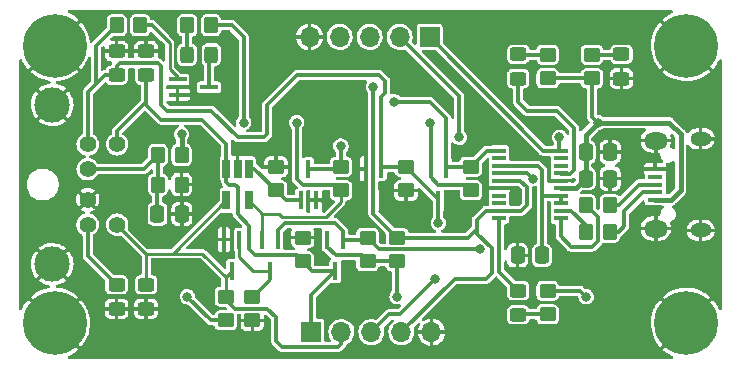
<source format=gbr>
%TF.GenerationSoftware,KiCad,Pcbnew,(6.0.7)*%
%TF.CreationDate,2023-03-28T22:24:35-04:00*%
%TF.ProjectId,minirib-usb,6d696e69-7269-4622-9d75-73622e6b6963,D*%
%TF.SameCoordinates,Original*%
%TF.FileFunction,Copper,L1,Top*%
%TF.FilePolarity,Positive*%
%FSLAX46Y46*%
G04 Gerber Fmt 4.6, Leading zero omitted, Abs format (unit mm)*
G04 Created by KiCad (PCBNEW (6.0.7)) date 2023-03-28 22:24:35*
%MOMM*%
%LPD*%
G01*
G04 APERTURE LIST*
G04 Aperture macros list*
%AMRoundRect*
0 Rectangle with rounded corners*
0 $1 Rounding radius*
0 $2 $3 $4 $5 $6 $7 $8 $9 X,Y pos of 4 corners*
0 Add a 4 corners polygon primitive as box body*
4,1,4,$2,$3,$4,$5,$6,$7,$8,$9,$2,$3,0*
0 Add four circle primitives for the rounded corners*
1,1,$1+$1,$2,$3*
1,1,$1+$1,$4,$5*
1,1,$1+$1,$6,$7*
1,1,$1+$1,$8,$9*
0 Add four rect primitives between the rounded corners*
20,1,$1+$1,$2,$3,$4,$5,0*
20,1,$1+$1,$4,$5,$6,$7,0*
20,1,$1+$1,$6,$7,$8,$9,0*
20,1,$1+$1,$8,$9,$2,$3,0*%
G04 Aperture macros list end*
%TA.AperFunction,SMDPad,CuDef*%
%ADD10RoundRect,0.250000X0.450000X-0.350000X0.450000X0.350000X-0.450000X0.350000X-0.450000X-0.350000X0*%
%TD*%
%TA.AperFunction,ConnectorPad*%
%ADD11C,5.400000*%
%TD*%
%TA.AperFunction,ComponentPad*%
%ADD12C,3.100000*%
%TD*%
%TA.AperFunction,SMDPad,CuDef*%
%ADD13RoundRect,0.250000X-0.450000X0.325000X-0.450000X-0.325000X0.450000X-0.325000X0.450000X0.325000X0*%
%TD*%
%TA.AperFunction,SMDPad,CuDef*%
%ADD14R,1.300000X0.450000*%
%TD*%
%TA.AperFunction,ComponentPad*%
%ADD15O,1.800000X1.150000*%
%TD*%
%TA.AperFunction,ComponentPad*%
%ADD16O,2.000000X1.450000*%
%TD*%
%TA.AperFunction,SMDPad,CuDef*%
%ADD17RoundRect,0.250000X-0.450000X0.350000X-0.450000X-0.350000X0.450000X-0.350000X0.450000X0.350000X0*%
%TD*%
%TA.AperFunction,ComponentPad*%
%ADD18R,1.700000X1.700000*%
%TD*%
%TA.AperFunction,ComponentPad*%
%ADD19O,1.700000X1.700000*%
%TD*%
%TA.AperFunction,SMDPad,CuDef*%
%ADD20RoundRect,0.250000X-0.350000X-0.450000X0.350000X-0.450000X0.350000X0.450000X-0.350000X0.450000X0*%
%TD*%
%TA.AperFunction,SMDPad,CuDef*%
%ADD21RoundRect,0.250000X0.450000X-0.325000X0.450000X0.325000X-0.450000X0.325000X-0.450000X-0.325000X0*%
%TD*%
%TA.AperFunction,SMDPad,CuDef*%
%ADD22R,0.650000X1.560000*%
%TD*%
%TA.AperFunction,SMDPad,CuDef*%
%ADD23R,0.450000X1.500000*%
%TD*%
%TA.AperFunction,SMDPad,CuDef*%
%ADD24RoundRect,0.250000X0.337500X0.475000X-0.337500X0.475000X-0.337500X-0.475000X0.337500X-0.475000X0*%
%TD*%
%TA.AperFunction,SMDPad,CuDef*%
%ADD25RoundRect,0.250000X0.350000X0.450000X-0.350000X0.450000X-0.350000X-0.450000X0.350000X-0.450000X0*%
%TD*%
%TA.AperFunction,SMDPad,CuDef*%
%ADD26RoundRect,0.250000X0.325000X0.450000X-0.325000X0.450000X-0.325000X-0.450000X0.325000X-0.450000X0*%
%TD*%
%TA.AperFunction,SMDPad,CuDef*%
%ADD27RoundRect,0.250000X-0.337500X-0.475000X0.337500X-0.475000X0.337500X0.475000X-0.337500X0.475000X0*%
%TD*%
%TA.AperFunction,SMDPad,CuDef*%
%ADD28R,1.200000X0.400000*%
%TD*%
%TA.AperFunction,SMDPad,CuDef*%
%ADD29R,1.500000X0.450000*%
%TD*%
%TA.AperFunction,ComponentPad*%
%ADD30C,1.400000*%
%TD*%
%TA.AperFunction,ComponentPad*%
%ADD31C,3.000000*%
%TD*%
%TA.AperFunction,ViaPad*%
%ADD32C,0.800000*%
%TD*%
%TA.AperFunction,Conductor*%
%ADD33C,0.350000*%
%TD*%
%TA.AperFunction,Conductor*%
%ADD34C,0.250000*%
%TD*%
%TA.AperFunction,Conductor*%
%ADD35C,0.450000*%
%TD*%
G04 APERTURE END LIST*
D10*
%TO.P,R10,1*%
%TO.N,GND*%
X133000000Y-105500000D03*
%TO.P,R10,2*%
%TO.N,~{BUSY}*%
X133000000Y-103500000D03*
%TD*%
D11*
%TO.P,H4,1,1*%
%TO.N,GND*%
X103250000Y-116750000D03*
D12*
X103250000Y-116750000D03*
%TD*%
%TO.P,H1,1,1*%
%TO.N,GND*%
X156750000Y-93250000D03*
D11*
X156750000Y-93250000D03*
%TD*%
D12*
%TO.P,H2,1,1*%
%TO.N,GND*%
X156750000Y-116750000D03*
D11*
X156750000Y-116750000D03*
%TD*%
D13*
%TO.P,D3,1,A1*%
%TO.N,BUSY*%
X108500000Y-113475000D03*
%TO.P,D3,2,A2*%
%TO.N,GND*%
X108500000Y-115525000D03*
%TD*%
D14*
%TO.P,J1,1,VBUS*%
%TO.N,+5V*%
X154100000Y-106300000D03*
%TO.P,J1,2,D-*%
%TO.N,Net-(J1-Pad2)*%
X154100000Y-105650000D03*
%TO.P,J1,3,D+*%
%TO.N,Net-(J1-Pad3)*%
X154100000Y-105000000D03*
%TO.P,J1,4,ID*%
%TO.N,unconnected-(J1-Pad4)*%
X154100000Y-104350000D03*
%TO.P,J1,5,GND*%
%TO.N,GND*%
X154100000Y-103700000D03*
D15*
%TO.P,J1,6,Shield*%
X157950000Y-101125000D03*
D16*
X154150000Y-101275000D03*
D15*
X157950000Y-108875000D03*
D16*
X154150000Y-108725000D03*
%TD*%
D17*
%TO.P,R3,1*%
%TO.N,TXD*%
X129750000Y-109500000D03*
%TO.P,R3,2*%
%TO.N,+5V*%
X129750000Y-111500000D03*
%TD*%
D18*
%TO.P,J4,1,Pin_1*%
%TO.N,BUS-*%
X125000000Y-117500000D03*
D19*
%TO.P,J4,2,Pin_2*%
%TO.N,BUS+*%
X127540000Y-117500000D03*
%TO.P,J4,3,Pin_3*%
%TO.N,~{BUSY}*%
X130080000Y-117500000D03*
%TO.P,J4,4,Pin_4*%
%TO.N,BUSY*%
X132620000Y-117500000D03*
%TO.P,J4,5,Pin_5*%
%TO.N,GND*%
X135160000Y-117500000D03*
%TD*%
D20*
%TO.P,R1,1*%
%TO.N,Net-(R1-Pad1)*%
X148255000Y-106750000D03*
%TO.P,R1,2*%
%TO.N,Net-(J1-Pad3)*%
X150255000Y-106750000D03*
%TD*%
%TO.P,R14,1*%
%TO.N,Net-(D6-Pad2)*%
X114500000Y-91500000D03*
%TO.P,R14,2*%
%TO.N,+5V*%
X116500000Y-91500000D03*
%TD*%
D21*
%TO.P,D7,1,K*%
%TO.N,~{TXLED}*%
X142500000Y-96025000D03*
%TO.P,D7,2,A*%
%TO.N,Net-(D7-Pad2)*%
X142500000Y-93975000D03*
%TD*%
D22*
%TO.P,U2,1*%
%TO.N,Net-(Q7-Pad1)*%
X119700000Y-103650000D03*
%TO.P,U2,2,V-*%
%TO.N,GND*%
X118750000Y-103650000D03*
%TO.P,U2,3,+*%
%TO.N,BUS-*%
X117800000Y-103650000D03*
%TO.P,U2,4,-*%
%TO.N,BUS+*%
X117800000Y-106350000D03*
%TO.P,U2,5,V+*%
%TO.N,+5V*%
X119700000Y-106350000D03*
%TD*%
D20*
%TO.P,R13,1*%
%TO.N,~{BUSY}*%
X108500000Y-91500000D03*
%TO.P,R13,2*%
%TO.N,Net-(Q6-Pad1)*%
X110500000Y-91500000D03*
%TD*%
D23*
%TO.P,Q2,1,G*%
%TO.N,TXD*%
X122150000Y-109670000D03*
%TO.P,Q2,2,S*%
%TO.N,+5V*%
X120850000Y-109670000D03*
%TO.P,Q2,3,D*%
%TO.N,Net-(Q2-Pad3)*%
X121500000Y-112330000D03*
%TD*%
D13*
%TO.P,D4,1,A1*%
%TO.N,BUS+*%
X111000000Y-113475000D03*
%TO.P,D4,2,A2*%
%TO.N,GND*%
X111000000Y-115525000D03*
%TD*%
D24*
%TO.P,C2,1*%
%TO.N,Net-(C2-Pad1)*%
X144537500Y-111000000D03*
%TO.P,C2,2*%
%TO.N,GND*%
X142462500Y-111000000D03*
%TD*%
D10*
%TO.P,R15,1*%
%TO.N,Net-(Q7-Pad1)*%
X122000000Y-105500000D03*
%TO.P,R15,2*%
%TO.N,GND*%
X122000000Y-103500000D03*
%TD*%
D20*
%TO.P,R7,1*%
%TO.N,BIAS*%
X112000000Y-105000000D03*
%TO.P,R7,2*%
%TO.N,GND*%
X114000000Y-105000000D03*
%TD*%
D25*
%TO.P,R6,1*%
%TO.N,+5V*%
X114000000Y-102500000D03*
%TO.P,R6,2*%
%TO.N,BIAS*%
X112000000Y-102500000D03*
%TD*%
D10*
%TO.P,R5,1*%
%TO.N,+5V*%
X117750000Y-116500000D03*
%TO.P,R5,2*%
%TO.N,BUS+*%
X117750000Y-114500000D03*
%TD*%
D26*
%TO.P,D6,1,K*%
%TO.N,Net-(D6-Pad1)*%
X116525000Y-94000000D03*
%TO.P,D6,2,A*%
%TO.N,Net-(D6-Pad2)*%
X114475000Y-94000000D03*
%TD*%
D17*
%TO.P,R12,1*%
%TO.N,Net-(D5-Pad2)*%
X148750000Y-94000000D03*
%TO.P,R12,2*%
%TO.N,+5V*%
X148750000Y-96000000D03*
%TD*%
D12*
%TO.P,H3,1,1*%
%TO.N,GND*%
X103250000Y-93250000D03*
D11*
X103250000Y-93250000D03*
%TD*%
D17*
%TO.P,R16,1*%
%TO.N,RXD*%
X127500000Y-103500000D03*
%TO.P,R16,2*%
%TO.N,+5V*%
X127500000Y-105500000D03*
%TD*%
D27*
%TO.P,C3,1*%
%TO.N,BIAS*%
X111962500Y-107500000D03*
%TO.P,C3,2*%
%TO.N,GND*%
X114037500Y-107500000D03*
%TD*%
D25*
%TO.P,R2,1*%
%TO.N,Net-(J1-Pad2)*%
X150250000Y-109000000D03*
%TO.P,R2,2*%
%TO.N,Net-(R2-Pad2)*%
X148250000Y-109000000D03*
%TD*%
D10*
%TO.P,R11,1*%
%TO.N,+5V*%
X132250000Y-111500000D03*
%TO.P,R11,2*%
%TO.N,BUSY*%
X132250000Y-109500000D03*
%TD*%
%TO.P,R18,1*%
%TO.N,Net-(D8-Pad2)*%
X145000000Y-116000000D03*
%TO.P,R18,2*%
%TO.N,+5V*%
X145000000Y-114000000D03*
%TD*%
D23*
%TO.P,Q3,1,G*%
%TO.N,Net-(Q2-Pad3)*%
X118900000Y-109670000D03*
%TO.P,Q3,2,S*%
%TO.N,GND*%
X117600000Y-109670000D03*
%TO.P,Q3,3,D*%
%TO.N,BUS+*%
X118250000Y-112330000D03*
%TD*%
D24*
%TO.P,C1,1*%
%TO.N,GND*%
X150292500Y-104500000D03*
%TO.P,C1,2*%
%TO.N,+5V*%
X148217500Y-104500000D03*
%TD*%
D18*
%TO.P,J3,1,Pin_1*%
%TO.N,TXD*%
X135000000Y-92500000D03*
D19*
%TO.P,J3,2,Pin_2*%
%TO.N,RXD*%
X132460000Y-92500000D03*
%TO.P,J3,3,Pin_3*%
%TO.N,BUSY*%
X129920000Y-92500000D03*
%TO.P,J3,4,Pin_4*%
%TO.N,~{DTR}*%
X127380000Y-92500000D03*
%TO.P,J3,5,Pin_5*%
%TO.N,GND*%
X124840000Y-92500000D03*
%TD*%
D23*
%TO.P,Q1,1,G*%
%TO.N,TXD*%
X127650000Y-109670000D03*
%TO.P,Q1,2,S*%
%TO.N,+5V*%
X126350000Y-109670000D03*
%TO.P,Q1,3,D*%
%TO.N,BUS-*%
X127000000Y-112330000D03*
%TD*%
D17*
%TO.P,R17,1*%
%TO.N,Net-(D7-Pad2)*%
X145000000Y-94000000D03*
%TO.P,R17,2*%
%TO.N,+5V*%
X145000000Y-96000000D03*
%TD*%
D28*
%TO.P,U1,1,~{DTR}*%
%TO.N,~{DTR}*%
X140900000Y-102137500D03*
%TO.P,U1,2,~{RTS}*%
%TO.N,unconnected-(U1-Pad2)*%
X140900000Y-102772500D03*
%TO.P,U1,3,VCCIO*%
%TO.N,Net-(C2-Pad1)*%
X140900000Y-103407500D03*
%TO.P,U1,4,RXD*%
%TO.N,RXD*%
X140900000Y-104042500D03*
%TO.P,U1,5,~{RI}*%
%TO.N,BUSY*%
X140900000Y-104677500D03*
%TO.P,U1,6,GND*%
%TO.N,GND*%
X140900000Y-105312500D03*
%TO.P,U1,7,~{DSR}*%
%TO.N,unconnected-(U1-Pad7)*%
X140900000Y-105947500D03*
%TO.P,U1,8,~{DCD}*%
%TO.N,unconnected-(U1-Pad8)*%
X140900000Y-106582500D03*
%TO.P,U1,9,~{CTS}*%
%TO.N,BUSY*%
X140900000Y-107217500D03*
%TO.P,U1,10,CBUS2*%
%TO.N,~{RXLED}*%
X140900000Y-107852500D03*
%TO.P,U1,11,USBDP*%
%TO.N,Net-(R1-Pad1)*%
X146100000Y-107852500D03*
%TO.P,U1,12,USBDM*%
%TO.N,Net-(R2-Pad2)*%
X146100000Y-107217500D03*
%TO.P,U1,13,3V3OUT*%
%TO.N,Net-(C2-Pad1)*%
X146100000Y-106582500D03*
%TO.P,U1,14,~{RESET}*%
X146100000Y-105947500D03*
%TO.P,U1,15,VCC*%
%TO.N,+5V*%
X146100000Y-105312500D03*
%TO.P,U1,16,GND*%
%TO.N,GND*%
X146100000Y-104677500D03*
%TO.P,U1,17,CBUS1*%
%TO.N,~{TXLED}*%
X146100000Y-104042500D03*
%TO.P,U1,18,CBUS0*%
%TO.N,unconnected-(U1-Pad18)*%
X146100000Y-103407500D03*
%TO.P,U1,19,CBUS3*%
%TO.N,unconnected-(U1-Pad19)*%
X146100000Y-102772500D03*
%TO.P,U1,20,TXD*%
%TO.N,TXD*%
X146100000Y-102137500D03*
%TD*%
D21*
%TO.P,D2,1,A1*%
%TO.N,~{BUSY}*%
X108500000Y-95750000D03*
%TO.P,D2,2,A2*%
%TO.N,GND*%
X108500000Y-93700000D03*
%TD*%
D29*
%TO.P,Q6,1,G*%
%TO.N,Net-(Q6-Pad1)*%
X113670000Y-96100000D03*
%TO.P,Q6,2,S*%
%TO.N,GND*%
X113670000Y-97400000D03*
%TO.P,Q6,3,D*%
%TO.N,Net-(D6-Pad1)*%
X116330000Y-96750000D03*
%TD*%
D23*
%TO.P,Q4,1,G*%
%TO.N,~{DTR}*%
X136400000Y-103670000D03*
%TO.P,Q4,2,S*%
%TO.N,+5V*%
X135100000Y-103670000D03*
%TO.P,Q4,3,D*%
%TO.N,~{BUSY}*%
X135750000Y-106330000D03*
%TD*%
%TO.P,Q5,1,G*%
%TO.N,~{BUSY}*%
X130900000Y-103670000D03*
%TO.P,Q5,2,S*%
%TO.N,GND*%
X129600000Y-103670000D03*
%TO.P,Q5,3,D*%
%TO.N,BUSY*%
X130250000Y-106330000D03*
%TD*%
D21*
%TO.P,D1,1,A1*%
%TO.N,BUS-*%
X111000000Y-95750000D03*
%TO.P,D1,2,A2*%
%TO.N,GND*%
X111000000Y-93700000D03*
%TD*%
D24*
%TO.P,C4,1*%
%TO.N,GND*%
X150292500Y-102250000D03*
%TO.P,C4,2*%
%TO.N,+5V*%
X148217500Y-102250000D03*
%TD*%
D21*
%TO.P,D5,1,K*%
%TO.N,GND*%
X151250000Y-96025000D03*
%TO.P,D5,2,A*%
%TO.N,Net-(D5-Pad2)*%
X151250000Y-93975000D03*
%TD*%
D23*
%TO.P,Q7,1,G*%
%TO.N,Net-(Q7-Pad1)*%
X124100000Y-106330000D03*
%TO.P,Q7,2,S*%
%TO.N,GND*%
X125400000Y-106330000D03*
%TO.P,Q7,3,D*%
%TO.N,RXD*%
X124750000Y-103670000D03*
%TD*%
D17*
%TO.P,R9,1*%
%TO.N,~{DTR}*%
X138500000Y-103500000D03*
%TO.P,R9,2*%
%TO.N,+5V*%
X138500000Y-105500000D03*
%TD*%
D10*
%TO.P,R4,1*%
%TO.N,GND*%
X120000000Y-116500000D03*
%TO.P,R4,2*%
%TO.N,Net-(Q2-Pad3)*%
X120000000Y-114500000D03*
%TD*%
D13*
%TO.P,D8,1,K*%
%TO.N,~{RXLED}*%
X142500000Y-113975000D03*
%TO.P,D8,2,A*%
%TO.N,Net-(D8-Pad2)*%
X142500000Y-116025000D03*
%TD*%
D30*
%TO.P,J2,1*%
%TO.N,GND*%
X106050000Y-106300000D03*
%TO.P,J2,2*%
%TO.N,BIAS*%
X106050000Y-103700000D03*
%TO.P,J2,3*%
%TO.N,BUSY*%
X106050000Y-108400000D03*
%TO.P,J2,4*%
%TO.N,~{BUSY}*%
X106050000Y-101600000D03*
%TO.P,J2,5*%
%TO.N,BUS+*%
X108550000Y-108400000D03*
%TO.P,J2,6*%
%TO.N,BUS-*%
X108550000Y-101600000D03*
D31*
%TO.P,J2,SH*%
%TO.N,GND*%
X103050000Y-111750000D03*
X103050000Y-98250000D03*
%TD*%
D17*
%TO.P,R8,1*%
%TO.N,GND*%
X124250000Y-109500000D03*
%TO.P,R8,2*%
%TO.N,BUS-*%
X124250000Y-111500000D03*
%TD*%
D32*
%TO.N,GND*%
X137250000Y-108250000D03*
X128250000Y-108000000D03*
X116000000Y-103750000D03*
X123000000Y-98250000D03*
X120500000Y-94000000D03*
X120500000Y-92750000D03*
X108000000Y-106750000D03*
X132500000Y-96500000D03*
X116250000Y-109750000D03*
X137750000Y-91750000D03*
X142250000Y-108750000D03*
X116000000Y-106250000D03*
X109250000Y-106750000D03*
X134250000Y-108250000D03*
X121750000Y-95250000D03*
X124250000Y-97000000D03*
X129250000Y-107000000D03*
X142250000Y-106000000D03*
X143500000Y-108750000D03*
X140250000Y-91750000D03*
X139000000Y-93000000D03*
X120500000Y-95250000D03*
X133750000Y-96500000D03*
X126250000Y-106500000D03*
X109250000Y-105500000D03*
X125500000Y-97000000D03*
X120500000Y-91500000D03*
X125500000Y-98250000D03*
X125750000Y-111250000D03*
X129250000Y-102000000D03*
X132500000Y-95250000D03*
X132750000Y-108000000D03*
X140250000Y-94250000D03*
X120500000Y-96500000D03*
X121750000Y-94000000D03*
X140250000Y-93000000D03*
X124250000Y-98250000D03*
X108000000Y-105500000D03*
X139000000Y-91750000D03*
X142500000Y-102500000D03*
X126750000Y-98250000D03*
%TO.N,+5V*%
X148250000Y-114500000D03*
X123750000Y-99750000D03*
X132250000Y-114500000D03*
X135000000Y-99750000D03*
X119250000Y-99750000D03*
X114000000Y-100750000D03*
X114500000Y-114500000D03*
X149250000Y-99750000D03*
%TO.N,TXD*%
X146000000Y-101000000D03*
X139250000Y-110500000D03*
%TO.N,RXD*%
X143750000Y-104500000D03*
X137500000Y-101000000D03*
X127500000Y-101750000D03*
%TO.N,~{BUSY}*%
X135750000Y-108250000D03*
X135500000Y-113000000D03*
%TO.N,BUSY*%
X130250000Y-96750000D03*
%TO.N,~{DTR}*%
X132000000Y-98000000D03*
%TD*%
D33*
%TO.N,~{BUSY}*%
X107500000Y-95750000D02*
X108500000Y-95750000D01*
X106750000Y-96500000D02*
X107500000Y-95750000D01*
D34*
%TO.N,Net-(Q6-Pad1)*%
X113000000Y-93000000D02*
X112500000Y-92500000D01*
X113000000Y-95250000D02*
X113000000Y-93000000D01*
X113670000Y-95920000D02*
X113000000Y-95250000D01*
X113670000Y-96100000D02*
X113670000Y-95920000D01*
D33*
%TO.N,~{BUSY}*%
X108500000Y-94975000D02*
X108500000Y-95750000D01*
X108750000Y-94725000D02*
X108500000Y-94975000D01*
X112250000Y-95000000D02*
X111975000Y-94725000D01*
X112250000Y-98250000D02*
X112250000Y-95000000D01*
X112750000Y-98750000D02*
X112250000Y-98250000D01*
X116500000Y-98750000D02*
X112750000Y-98750000D01*
X118750000Y-101000000D02*
X116500000Y-98750000D01*
X121000000Y-101000000D02*
X118750000Y-101000000D01*
X121250000Y-98250000D02*
X121250000Y-100750000D01*
X130750000Y-95750000D02*
X123750000Y-95750000D01*
X131250000Y-96250000D02*
X130750000Y-95750000D01*
X130900000Y-97600000D02*
X131250000Y-97250000D01*
X131250000Y-97250000D02*
X131250000Y-96250000D01*
X123750000Y-95750000D02*
X121250000Y-98250000D01*
X121250000Y-100750000D02*
X121000000Y-101000000D01*
X111975000Y-94725000D02*
X108750000Y-94725000D01*
X130900000Y-103670000D02*
X130900000Y-97600000D01*
%TO.N,BUS-*%
X111000000Y-98000000D02*
X111000000Y-95750000D01*
%TO.N,GND*%
X145087500Y-104615000D02*
X145087500Y-103559682D01*
X146100000Y-104677500D02*
X145150000Y-104677500D01*
X145150000Y-104677500D02*
X145087500Y-104615000D01*
X145087500Y-103559682D02*
X144027818Y-102500000D01*
X144027818Y-102500000D02*
X142500000Y-102500000D01*
%TO.N,+5V*%
X135100000Y-103670000D02*
X135100000Y-104350000D01*
D35*
X148217500Y-100782500D02*
X148217500Y-102250000D01*
D34*
X126250000Y-107750000D02*
X127500000Y-106500000D01*
D33*
X148750000Y-96000000D02*
X148750000Y-99250000D01*
D35*
X146100000Y-105312500D02*
X147405000Y-105312500D01*
D33*
X135100000Y-99850000D02*
X135000000Y-99750000D01*
X126350000Y-109670000D02*
X126350000Y-110305000D01*
X119250000Y-92500000D02*
X119250000Y-99750000D01*
D35*
X114000000Y-100750000D02*
X114000000Y-102500000D01*
D33*
X123750000Y-104500000D02*
X123750000Y-99750000D01*
X148750000Y-96000000D02*
X145000000Y-96000000D01*
D35*
X154100000Y-106300000D02*
X155450000Y-106300000D01*
D34*
X120850000Y-107500000D02*
X122250000Y-107500000D01*
D35*
X147405000Y-105312500D02*
X148217500Y-104500000D01*
D33*
X145000000Y-114000000D02*
X147750000Y-114000000D01*
X117750000Y-116500000D02*
X116500000Y-116500000D01*
D35*
X155250000Y-99750000D02*
X149250000Y-99750000D01*
D33*
X138000000Y-105000000D02*
X138500000Y-105500000D01*
D34*
X122500000Y-107750000D02*
X126250000Y-107750000D01*
D35*
X156250000Y-100750000D02*
X155250000Y-99750000D01*
D33*
X127000000Y-105000000D02*
X124250000Y-105000000D01*
X148750000Y-99250000D02*
X149250000Y-99750000D01*
X127045000Y-111000000D02*
X129250000Y-111000000D01*
X116500000Y-91500000D02*
X118250000Y-91500000D01*
D34*
X120850000Y-109670000D02*
X120850000Y-107500000D01*
D35*
X156250000Y-105500000D02*
X156250000Y-100750000D01*
D33*
X116500000Y-116500000D02*
X114500000Y-114500000D01*
X132250000Y-111500000D02*
X129750000Y-111500000D01*
D34*
X122250000Y-107500000D02*
X122500000Y-107750000D01*
X127500000Y-106500000D02*
X127500000Y-105500000D01*
D33*
X126350000Y-110305000D02*
X127045000Y-111000000D01*
D35*
X148217500Y-104500000D02*
X148217500Y-102250000D01*
X155450000Y-106300000D02*
X156250000Y-105500000D01*
D33*
X135750000Y-105000000D02*
X138000000Y-105000000D01*
X127500000Y-105500000D02*
X127000000Y-105000000D01*
X135100000Y-104350000D02*
X135750000Y-105000000D01*
D34*
X120850000Y-107500000D02*
X119700000Y-106350000D01*
D33*
X129250000Y-111000000D02*
X129750000Y-111500000D01*
X147750000Y-114000000D02*
X148250000Y-114500000D01*
D35*
X149250000Y-99750000D02*
X148217500Y-100782500D01*
D33*
X132250000Y-111500000D02*
X132250000Y-114500000D01*
X118250000Y-91500000D02*
X119250000Y-92500000D01*
X124250000Y-105000000D02*
X123750000Y-104500000D01*
X135100000Y-103670000D02*
X135100000Y-99850000D01*
%TO.N,Net-(C2-Pad1)*%
X146100000Y-106582500D02*
X146100000Y-105947500D01*
X144537500Y-103787500D02*
X144537500Y-106107500D01*
X140900000Y-103407500D02*
X144157500Y-103407500D01*
X144537500Y-111000000D02*
X144537500Y-106107500D01*
X144697500Y-105947500D02*
X146100000Y-105947500D01*
X144537500Y-106107500D02*
X144697500Y-105947500D01*
X144157500Y-103407500D02*
X144537500Y-103787500D01*
%TO.N,BIAS*%
X111962500Y-105037500D02*
X112000000Y-105000000D01*
X110800000Y-103700000D02*
X112000000Y-102500000D01*
X106050000Y-103700000D02*
X110800000Y-103700000D01*
X111962500Y-107500000D02*
X111962500Y-105037500D01*
X112000000Y-105000000D02*
X112000000Y-102500000D01*
%TO.N,TXD*%
X129750000Y-109500000D02*
X130750000Y-110500000D01*
X127650000Y-109670000D02*
X127650000Y-108900000D01*
X127650000Y-108900000D02*
X127000000Y-108250000D01*
X122150000Y-108850000D02*
X122150000Y-109670000D01*
X144637500Y-102137500D02*
X135000000Y-92500000D01*
X127000000Y-108250000D02*
X122750000Y-108250000D01*
X146100000Y-102137500D02*
X144637500Y-102137500D01*
X146000000Y-101000000D02*
X146000000Y-102037500D01*
X129580000Y-109670000D02*
X129750000Y-109500000D01*
X130750000Y-110500000D02*
X139250000Y-110500000D01*
X122750000Y-108250000D02*
X122150000Y-108850000D01*
X127650000Y-109670000D02*
X129580000Y-109670000D01*
X146000000Y-102037500D02*
X146100000Y-102137500D01*
%TO.N,Net-(D5-Pad2)*%
X148750000Y-94000000D02*
X151225000Y-94000000D01*
X151225000Y-94000000D02*
X151250000Y-93975000D01*
%TO.N,RXD*%
X137500000Y-97540000D02*
X137500000Y-101000000D01*
X132460000Y-92500000D02*
X137500000Y-97540000D01*
X124750000Y-103670000D02*
X127330000Y-103670000D01*
X127500000Y-103500000D02*
X127500000Y-101750000D01*
X127330000Y-103670000D02*
X127500000Y-103500000D01*
X140900000Y-104042500D02*
X143292500Y-104042500D01*
X143292500Y-104042500D02*
X143750000Y-104500000D01*
%TO.N,Net-(D6-Pad2)*%
X114475000Y-94000000D02*
X114475000Y-91525000D01*
X114475000Y-91525000D02*
X114500000Y-91500000D01*
%TO.N,BUS-*%
X112250000Y-99500000D02*
X111000000Y-98250000D01*
X118750000Y-107500000D02*
X119750000Y-108500000D01*
X125000000Y-114330000D02*
X127000000Y-112330000D01*
X118500000Y-105000000D02*
X118750000Y-105250000D01*
X111000000Y-98250000D02*
X111000000Y-98000000D01*
X120250000Y-111000000D02*
X123750000Y-111000000D01*
X123750000Y-111000000D02*
X124250000Y-111500000D01*
X125080000Y-112330000D02*
X124250000Y-111500000D01*
X125000000Y-117500000D02*
X125000000Y-114330000D01*
X117800000Y-103650000D02*
X117800000Y-104780000D01*
X119750000Y-108500000D02*
X119750000Y-110500000D01*
X127000000Y-112330000D02*
X125080000Y-112330000D01*
X118750000Y-105250000D02*
X118750000Y-107500000D01*
X108550000Y-101600000D02*
X108550000Y-100450000D01*
X117800000Y-104780000D02*
X118020000Y-105000000D01*
X118020000Y-105000000D02*
X118500000Y-105000000D01*
X117800000Y-101550000D02*
X115750000Y-99500000D01*
X115750000Y-99500000D02*
X112250000Y-99500000D01*
X119750000Y-110500000D02*
X120250000Y-111000000D01*
X108550000Y-100450000D02*
X111000000Y-98000000D01*
X117800000Y-103650000D02*
X117800000Y-101550000D01*
%TO.N,~{BUSY}*%
X135750000Y-106250000D02*
X133000000Y-103500000D01*
X130080000Y-117500000D02*
X131580000Y-116000000D01*
X133000000Y-103500000D02*
X131070000Y-103500000D01*
X135750000Y-106330000D02*
X135750000Y-106250000D01*
X106050000Y-97200000D02*
X106750000Y-96500000D01*
X135750000Y-108250000D02*
X135750000Y-106330000D01*
X131580000Y-116000000D02*
X132500000Y-116000000D01*
X132500000Y-116000000D02*
X135500000Y-113000000D01*
X106050000Y-101600000D02*
X106050000Y-97200000D01*
X106750000Y-96500000D02*
X106750000Y-93250000D01*
X106750000Y-93250000D02*
X108500000Y-91500000D01*
X131070000Y-103500000D02*
X130900000Y-103670000D01*
%TO.N,BUSY*%
X143250000Y-105250000D02*
X142677500Y-104677500D01*
X139750000Y-113000000D02*
X140250000Y-112500000D01*
X142782500Y-107217500D02*
X143250000Y-106750000D01*
X139000000Y-109153984D02*
X139000000Y-108750000D01*
X142677500Y-104677500D02*
X140900000Y-104677500D01*
X132250000Y-109500000D02*
X130250000Y-107500000D01*
X140900000Y-107217500D02*
X142782500Y-107217500D01*
X139000000Y-108750000D02*
X139000000Y-108000000D01*
X132250000Y-109500000D02*
X138250000Y-109500000D01*
X143250000Y-106750000D02*
X143250000Y-105250000D01*
X139782500Y-107217500D02*
X140900000Y-107217500D01*
X106050000Y-108400000D02*
X106050000Y-111025000D01*
X140250000Y-110403984D02*
X139000000Y-109153984D01*
X139000000Y-108000000D02*
X139782500Y-107217500D01*
X132620000Y-117500000D02*
X137120000Y-113000000D01*
X130250000Y-107500000D02*
X130250000Y-106330000D01*
X137120000Y-113000000D02*
X139750000Y-113000000D01*
X130250000Y-106330000D02*
X130250000Y-96750000D01*
X138250000Y-109500000D02*
X139000000Y-108750000D01*
X140250000Y-112500000D02*
X140250000Y-110403984D01*
X106050000Y-111025000D02*
X108500000Y-113475000D01*
%TO.N,BUS+*%
X117750000Y-114750000D02*
X118500000Y-115500000D01*
X122000000Y-118250000D02*
X122500000Y-118750000D01*
D34*
X115770000Y-110850000D02*
X117750000Y-112830000D01*
X111000000Y-110850000D02*
X111000000Y-113475000D01*
D33*
X121250000Y-115500000D02*
X122000000Y-116250000D01*
X122500000Y-118750000D02*
X127250000Y-118750000D01*
D34*
X113300000Y-110850000D02*
X115770000Y-110850000D01*
D33*
X118500000Y-115500000D02*
X121250000Y-115500000D01*
D34*
X108550000Y-108400000D02*
X111000000Y-110850000D01*
X117750000Y-112830000D02*
X118250000Y-112330000D01*
X111000000Y-110850000D02*
X113300000Y-110850000D01*
X117750000Y-114500000D02*
X117750000Y-112830000D01*
D33*
X127540000Y-118460000D02*
X127540000Y-117500000D01*
X127250000Y-118750000D02*
X127540000Y-118460000D01*
D34*
X113300000Y-110850000D02*
X117800000Y-106350000D01*
D33*
X117750000Y-114500000D02*
X117750000Y-114750000D01*
X122000000Y-116250000D02*
X122000000Y-118250000D01*
%TO.N,Net-(D7-Pad2)*%
X145000000Y-94000000D02*
X142525000Y-94000000D01*
X142525000Y-94000000D02*
X142500000Y-93975000D01*
%TO.N,~{DTR}*%
X138500000Y-103500000D02*
X136570000Y-103500000D01*
X136400000Y-99400000D02*
X135250000Y-98250000D01*
X135250000Y-98250000D02*
X135000000Y-98000000D01*
X135000000Y-98000000D02*
X132000000Y-98000000D01*
X140900000Y-102137500D02*
X139862500Y-102137500D01*
X139862500Y-102137500D02*
X138500000Y-103500000D01*
X136400000Y-103670000D02*
X136400000Y-99400000D01*
X136570000Y-103500000D02*
X136400000Y-103670000D01*
%TO.N,Net-(Q7-Pad1)*%
X120150000Y-103650000D02*
X122000000Y-105500000D01*
X119700000Y-103650000D02*
X120150000Y-103650000D01*
X122830000Y-106330000D02*
X122000000Y-105500000D01*
X124100000Y-106330000D02*
X122830000Y-106330000D01*
%TO.N,Net-(J1-Pad2)*%
X151500000Y-108500000D02*
X151000000Y-109000000D01*
X153100000Y-105650000D02*
X151500000Y-107250000D01*
X151500000Y-107250000D02*
X151500000Y-108500000D01*
X151000000Y-109000000D02*
X150250000Y-109000000D01*
X154100000Y-105650000D02*
X153100000Y-105650000D01*
%TO.N,Net-(J1-Pad3)*%
X152750000Y-105000000D02*
X154100000Y-105000000D01*
X150255000Y-106750000D02*
X151000000Y-106750000D01*
X151000000Y-106750000D02*
X152750000Y-105000000D01*
%TO.N,Net-(D6-Pad1)*%
X116330000Y-94195000D02*
X116525000Y-94000000D01*
X116330000Y-96750000D02*
X116330000Y-94195000D01*
%TO.N,Net-(Q6-Pad1)*%
X110500000Y-91500000D02*
X111500000Y-91500000D01*
X111500000Y-91500000D02*
X112500000Y-92500000D01*
%TO.N,Net-(D8-Pad2)*%
X145000000Y-116000000D02*
X142525000Y-116000000D01*
X142525000Y-116000000D02*
X142500000Y-116025000D01*
%TO.N,Net-(R1-Pad1)*%
X147000000Y-110250000D02*
X146100000Y-109350000D01*
X149225000Y-107720000D02*
X149225000Y-109775000D01*
X149225000Y-109775000D02*
X148750000Y-110250000D01*
X148750000Y-110250000D02*
X147000000Y-110250000D01*
X148255000Y-106750000D02*
X149225000Y-107720000D01*
X146100000Y-109350000D02*
X146100000Y-107852500D01*
%TO.N,Net-(R2-Pad2)*%
X147015000Y-107217500D02*
X146100000Y-107217500D01*
X148250000Y-108452500D02*
X147015000Y-107217500D01*
X148250000Y-109000000D02*
X148250000Y-108452500D01*
%TO.N,~{TXLED}*%
X146897500Y-104102500D02*
X147250000Y-103750000D01*
X142500000Y-98000000D02*
X142500000Y-96025000D01*
X146102500Y-104102500D02*
X146897500Y-104102500D01*
X145750000Y-98750000D02*
X143250000Y-98750000D01*
X143250000Y-98750000D02*
X142500000Y-98000000D01*
X147250000Y-100250000D02*
X145750000Y-98750000D01*
X146100000Y-104100000D02*
X146102500Y-104102500D01*
X146100000Y-104042500D02*
X146100000Y-104100000D01*
X147250000Y-103750000D02*
X147250000Y-100250000D01*
%TO.N,~{RXLED}*%
X140900000Y-112375000D02*
X142500000Y-113975000D01*
X140900000Y-107852500D02*
X140900000Y-112375000D01*
D34*
%TO.N,Net-(Q2-Pad3)*%
X120000000Y-114500000D02*
X121500000Y-113000000D01*
X121500000Y-112330000D02*
X120080000Y-112330000D01*
X120080000Y-112330000D02*
X118900000Y-111150000D01*
X118900000Y-111150000D02*
X118900000Y-109670000D01*
X121500000Y-113000000D02*
X121500000Y-112330000D01*
%TD*%
%TA.AperFunction,Conductor*%
%TO.N,GND*%
G36*
X155581168Y-90270502D02*
G01*
X155627661Y-90324158D01*
X155637765Y-90394432D01*
X155608271Y-90459012D01*
X155567291Y-90490226D01*
X155305568Y-90615062D01*
X155299210Y-90618557D01*
X155012296Y-90798538D01*
X155006368Y-90802751D01*
X154745318Y-91011890D01*
X154739293Y-91023061D01*
X154739447Y-91025067D01*
X154743554Y-91031422D01*
X156737188Y-93025056D01*
X156751132Y-93032670D01*
X156752965Y-93032539D01*
X156759580Y-93028288D01*
X157891271Y-91896597D01*
X157953583Y-91862571D01*
X158024398Y-91867636D01*
X158069461Y-91896597D01*
X158103403Y-91930539D01*
X158137429Y-91992851D01*
X158132364Y-92063666D01*
X158103403Y-92108729D01*
X156974944Y-93237188D01*
X156967330Y-93251132D01*
X156967461Y-93252965D01*
X156971712Y-93259580D01*
X158963612Y-95251480D01*
X158976966Y-95258772D01*
X158986939Y-95251717D01*
X159160207Y-95044489D01*
X159164523Y-95038678D01*
X159350492Y-94755568D01*
X159354106Y-94749306D01*
X159506297Y-94446711D01*
X159507863Y-94443091D01*
X159553275Y-94388517D01*
X159620982Y-94367158D01*
X159689489Y-94385795D01*
X159737045Y-94438511D01*
X159749500Y-94493133D01*
X159749500Y-115518932D01*
X159729498Y-115587053D01*
X159675842Y-115633546D01*
X159605568Y-115643650D01*
X159540988Y-115614156D01*
X159507603Y-115568367D01*
X159443112Y-115417171D01*
X159439895Y-115410688D01*
X159272067Y-115116454D01*
X159268135Y-115110399D01*
X159067600Y-114837405D01*
X159062990Y-114831832D01*
X158987325Y-114750408D01*
X158973674Y-114742291D01*
X158973068Y-114742312D01*
X158964587Y-114747545D01*
X156974944Y-116737188D01*
X156967330Y-116751132D01*
X156967461Y-116752965D01*
X156971712Y-116759580D01*
X158103403Y-117891271D01*
X158137429Y-117953583D01*
X158132364Y-118024398D01*
X158103403Y-118069461D01*
X158069461Y-118103403D01*
X158007149Y-118137429D01*
X157936334Y-118132364D01*
X157891271Y-118103403D01*
X156762812Y-116974944D01*
X156748868Y-116967330D01*
X156747035Y-116967461D01*
X156740420Y-116971712D01*
X154750131Y-118962001D01*
X154742517Y-118975945D01*
X154742535Y-118976196D01*
X154748451Y-118984943D01*
X154856157Y-119082948D01*
X154861781Y-119087503D01*
X155136845Y-119285156D01*
X155142975Y-119289046D01*
X155438923Y-119453769D01*
X155445443Y-119456921D01*
X155566564Y-119507091D01*
X155621845Y-119551639D01*
X155644266Y-119619003D01*
X155626708Y-119687794D01*
X155574746Y-119736172D01*
X155518346Y-119749500D01*
X104481363Y-119749500D01*
X104413242Y-119729498D01*
X104366749Y-119675842D01*
X104356645Y-119605568D01*
X104386139Y-119540988D01*
X104430718Y-119508126D01*
X104610962Y-119429005D01*
X104617415Y-119425717D01*
X104909858Y-119254827D01*
X104915891Y-119250818D01*
X105186757Y-119047447D01*
X105192281Y-119042779D01*
X105250134Y-118987879D01*
X105258110Y-118974141D01*
X105258066Y-118973183D01*
X105253106Y-118965238D01*
X103262812Y-116974944D01*
X103248868Y-116967330D01*
X103247035Y-116967461D01*
X103240420Y-116971712D01*
X102108729Y-118103403D01*
X102046417Y-118137429D01*
X101975602Y-118132364D01*
X101930539Y-118103403D01*
X101896597Y-118069461D01*
X101862571Y-118007149D01*
X101867636Y-117936334D01*
X101896597Y-117891271D01*
X103025056Y-116762812D01*
X103031434Y-116751132D01*
X103467330Y-116751132D01*
X103467461Y-116752965D01*
X103471712Y-116759580D01*
X105463612Y-118751480D01*
X105476966Y-118758772D01*
X105486939Y-118751717D01*
X105660207Y-118544489D01*
X105664523Y-118538678D01*
X105850492Y-118255568D01*
X105854106Y-118249306D01*
X106006303Y-117946699D01*
X106009175Y-117940061D01*
X106125578Y-117621976D01*
X106127673Y-117615035D01*
X106206743Y-117285684D01*
X106208027Y-117278545D01*
X106248818Y-116941470D01*
X106249242Y-116935900D01*
X106254996Y-116752797D01*
X106254923Y-116747204D01*
X106235378Y-116408224D01*
X106234546Y-116401035D01*
X106176310Y-116067359D01*
X106174655Y-116060304D01*
X106123895Y-115888943D01*
X107500000Y-115888943D01*
X107500456Y-115896498D01*
X107509881Y-115974388D01*
X107513834Y-115989953D01*
X107563165Y-116114549D01*
X107571522Y-116129380D01*
X107652243Y-116235725D01*
X107664275Y-116247757D01*
X107770620Y-116328478D01*
X107785451Y-116336835D01*
X107910047Y-116386166D01*
X107925612Y-116390119D01*
X108003502Y-116399544D01*
X108011057Y-116400000D01*
X108331885Y-116400000D01*
X108347124Y-116395525D01*
X108348329Y-116394135D01*
X108350000Y-116386452D01*
X108350000Y-116381885D01*
X108650000Y-116381885D01*
X108654475Y-116397124D01*
X108655865Y-116398329D01*
X108663548Y-116400000D01*
X108988943Y-116400000D01*
X108996498Y-116399544D01*
X109074388Y-116390119D01*
X109089953Y-116386166D01*
X109214549Y-116336835D01*
X109229380Y-116328478D01*
X109335725Y-116247757D01*
X109347757Y-116235725D01*
X109428478Y-116129380D01*
X109436835Y-116114549D01*
X109486166Y-115989953D01*
X109490119Y-115974388D01*
X109499544Y-115896498D01*
X109500000Y-115888943D01*
X110000000Y-115888943D01*
X110000456Y-115896498D01*
X110009881Y-115974388D01*
X110013834Y-115989953D01*
X110063165Y-116114549D01*
X110071522Y-116129380D01*
X110152243Y-116235725D01*
X110164275Y-116247757D01*
X110270620Y-116328478D01*
X110285451Y-116336835D01*
X110410047Y-116386166D01*
X110425612Y-116390119D01*
X110503502Y-116399544D01*
X110511057Y-116400000D01*
X110831885Y-116400000D01*
X110847124Y-116395525D01*
X110848329Y-116394135D01*
X110850000Y-116386452D01*
X110850000Y-116381885D01*
X111150000Y-116381885D01*
X111154475Y-116397124D01*
X111155865Y-116398329D01*
X111163548Y-116400000D01*
X111488943Y-116400000D01*
X111496498Y-116399544D01*
X111574388Y-116390119D01*
X111589953Y-116386166D01*
X111714549Y-116336835D01*
X111729380Y-116328478D01*
X111835725Y-116247757D01*
X111847757Y-116235725D01*
X111928478Y-116129380D01*
X111936835Y-116114549D01*
X111986166Y-115989953D01*
X111990119Y-115974388D01*
X111999544Y-115896498D01*
X112000000Y-115888943D01*
X112000000Y-115693115D01*
X111995525Y-115677876D01*
X111994135Y-115676671D01*
X111986452Y-115675000D01*
X111168115Y-115675000D01*
X111152876Y-115679475D01*
X111151671Y-115680865D01*
X111150000Y-115688548D01*
X111150000Y-116381885D01*
X110850000Y-116381885D01*
X110850000Y-115693115D01*
X110845525Y-115677876D01*
X110844135Y-115676671D01*
X110836452Y-115675000D01*
X110018115Y-115675000D01*
X110002876Y-115679475D01*
X110001671Y-115680865D01*
X110000000Y-115688548D01*
X110000000Y-115888943D01*
X109500000Y-115888943D01*
X109500000Y-115693115D01*
X109495525Y-115677876D01*
X109494135Y-115676671D01*
X109486452Y-115675000D01*
X108668115Y-115675000D01*
X108652876Y-115679475D01*
X108651671Y-115680865D01*
X108650000Y-115688548D01*
X108650000Y-116381885D01*
X108350000Y-116381885D01*
X108350000Y-115693115D01*
X108345525Y-115677876D01*
X108344135Y-115676671D01*
X108336452Y-115675000D01*
X107518115Y-115675000D01*
X107502876Y-115679475D01*
X107501671Y-115680865D01*
X107500000Y-115688548D01*
X107500000Y-115888943D01*
X106123895Y-115888943D01*
X106078458Y-115735549D01*
X106076000Y-115728720D01*
X105943112Y-115417171D01*
X105939895Y-115410688D01*
X105909206Y-115356885D01*
X107500000Y-115356885D01*
X107504475Y-115372124D01*
X107505865Y-115373329D01*
X107513548Y-115375000D01*
X108331885Y-115375000D01*
X108347124Y-115370525D01*
X108348329Y-115369135D01*
X108350000Y-115361452D01*
X108350000Y-115356885D01*
X108650000Y-115356885D01*
X108654475Y-115372124D01*
X108655865Y-115373329D01*
X108663548Y-115375000D01*
X109481885Y-115375000D01*
X109497124Y-115370525D01*
X109498329Y-115369135D01*
X109500000Y-115361452D01*
X109500000Y-115356885D01*
X110000000Y-115356885D01*
X110004475Y-115372124D01*
X110005865Y-115373329D01*
X110013548Y-115375000D01*
X110831885Y-115375000D01*
X110847124Y-115370525D01*
X110848329Y-115369135D01*
X110850000Y-115361452D01*
X110850000Y-115356885D01*
X111150000Y-115356885D01*
X111154475Y-115372124D01*
X111155865Y-115373329D01*
X111163548Y-115375000D01*
X111981885Y-115375000D01*
X111997124Y-115370525D01*
X111998329Y-115369135D01*
X112000000Y-115361452D01*
X112000000Y-115161057D01*
X111999544Y-115153502D01*
X111990119Y-115075612D01*
X111986166Y-115060047D01*
X111936835Y-114935451D01*
X111928478Y-114920620D01*
X111847757Y-114814275D01*
X111835725Y-114802243D01*
X111729380Y-114721522D01*
X111714549Y-114713165D01*
X111589953Y-114663834D01*
X111574388Y-114659881D01*
X111496498Y-114650456D01*
X111488943Y-114650000D01*
X111168115Y-114650000D01*
X111152876Y-114654475D01*
X111151671Y-114655865D01*
X111150000Y-114663548D01*
X111150000Y-115356885D01*
X110850000Y-115356885D01*
X110850000Y-114668115D01*
X110845525Y-114652876D01*
X110844135Y-114651671D01*
X110836452Y-114650000D01*
X110511057Y-114650000D01*
X110503502Y-114650456D01*
X110425612Y-114659881D01*
X110410047Y-114663834D01*
X110285451Y-114713165D01*
X110270620Y-114721522D01*
X110164275Y-114802243D01*
X110152243Y-114814275D01*
X110071522Y-114920620D01*
X110063165Y-114935451D01*
X110013834Y-115060047D01*
X110009881Y-115075612D01*
X110000456Y-115153502D01*
X110000000Y-115161057D01*
X110000000Y-115356885D01*
X109500000Y-115356885D01*
X109500000Y-115161057D01*
X109499544Y-115153502D01*
X109490119Y-115075612D01*
X109486166Y-115060047D01*
X109436835Y-114935451D01*
X109428478Y-114920620D01*
X109347757Y-114814275D01*
X109335725Y-114802243D01*
X109229380Y-114721522D01*
X109214549Y-114713165D01*
X109089953Y-114663834D01*
X109074388Y-114659881D01*
X108996498Y-114650456D01*
X108988943Y-114650000D01*
X108668115Y-114650000D01*
X108652876Y-114654475D01*
X108651671Y-114655865D01*
X108650000Y-114663548D01*
X108650000Y-115356885D01*
X108350000Y-115356885D01*
X108350000Y-114668115D01*
X108345525Y-114652876D01*
X108344135Y-114651671D01*
X108336452Y-114650000D01*
X108011057Y-114650000D01*
X108003502Y-114650456D01*
X107925612Y-114659881D01*
X107910047Y-114663834D01*
X107785451Y-114713165D01*
X107770620Y-114721522D01*
X107664275Y-114802243D01*
X107652243Y-114814275D01*
X107571522Y-114920620D01*
X107563165Y-114935451D01*
X107513834Y-115060047D01*
X107509881Y-115075612D01*
X107500456Y-115153502D01*
X107500000Y-115161057D01*
X107500000Y-115356885D01*
X105909206Y-115356885D01*
X105772067Y-115116454D01*
X105768135Y-115110399D01*
X105567600Y-114837405D01*
X105562990Y-114831832D01*
X105487325Y-114750408D01*
X105473674Y-114742291D01*
X105473068Y-114742312D01*
X105464587Y-114747545D01*
X103474944Y-116737188D01*
X103467330Y-116751132D01*
X103031434Y-116751132D01*
X103032670Y-116748868D01*
X103032539Y-116747035D01*
X103028288Y-116740420D01*
X101035880Y-114748012D01*
X101021936Y-114740398D01*
X101020277Y-114740516D01*
X101013424Y-114744946D01*
X100998405Y-114760123D01*
X100993611Y-114765561D01*
X100784618Y-115032101D01*
X100780483Y-115038050D01*
X100603503Y-115326855D01*
X100600082Y-115333234D01*
X100490788Y-115568690D01*
X100443964Y-115622057D01*
X100375721Y-115641638D01*
X100307725Y-115621215D01*
X100261565Y-115567272D01*
X100250500Y-115515640D01*
X100250500Y-114523061D01*
X101239293Y-114523061D01*
X101239447Y-114525067D01*
X101243554Y-114531422D01*
X103237188Y-116525056D01*
X103251132Y-116532670D01*
X103252965Y-116532539D01*
X103259580Y-116528288D01*
X105250726Y-114537142D01*
X105258118Y-114523605D01*
X105251330Y-114513904D01*
X105069627Y-114358715D01*
X105063868Y-114354343D01*
X104782716Y-114165417D01*
X104776494Y-114161737D01*
X104475498Y-114006381D01*
X104468887Y-114003438D01*
X104152041Y-113883712D01*
X104145122Y-113881544D01*
X103816618Y-113799029D01*
X103809494Y-113797670D01*
X103473691Y-113753460D01*
X103473521Y-113753448D01*
X103473480Y-113753433D01*
X103470087Y-113752986D01*
X103470191Y-113752199D01*
X103407048Y-113728512D01*
X103364608Y-113671597D01*
X103359676Y-113600772D01*
X103393818Y-113538523D01*
X103450666Y-113505938D01*
X103633143Y-113457896D01*
X103641963Y-113454859D01*
X103879184Y-113352941D01*
X103887456Y-113348634D01*
X104107005Y-113212774D01*
X104114545Y-113207296D01*
X104198532Y-113136196D01*
X104206970Y-113123393D01*
X104200907Y-113113039D01*
X103062812Y-111974944D01*
X103048868Y-111967330D01*
X103047035Y-111967461D01*
X103040420Y-111971712D01*
X101897363Y-113114769D01*
X101890705Y-113126962D01*
X101899418Y-113138482D01*
X102089700Y-113278002D01*
X102097610Y-113282945D01*
X102326096Y-113403157D01*
X102334659Y-113406880D01*
X102578403Y-113492000D01*
X102587412Y-113494414D01*
X102790036Y-113532883D01*
X102853230Y-113565240D01*
X102888899Y-113626626D01*
X102885718Y-113697552D01*
X102844697Y-113755498D01*
X102786243Y-113781121D01*
X102776359Y-113782686D01*
X102445417Y-113854843D01*
X102438440Y-113856792D01*
X102117989Y-113966506D01*
X102111283Y-113969243D01*
X101805568Y-114115062D01*
X101799210Y-114118557D01*
X101512296Y-114298538D01*
X101506368Y-114302751D01*
X101245318Y-114511890D01*
X101239293Y-114523061D01*
X100250500Y-114523061D01*
X100250500Y-111707420D01*
X101245796Y-111707420D01*
X101258184Y-111965308D01*
X101259321Y-111974568D01*
X101309691Y-112227798D01*
X101312180Y-112236773D01*
X101399427Y-112479775D01*
X101403224Y-112488303D01*
X101525425Y-112715731D01*
X101530436Y-112723597D01*
X101662313Y-112900201D01*
X101673571Y-112908650D01*
X101685990Y-112901878D01*
X102825056Y-111762812D01*
X102831434Y-111751132D01*
X103267330Y-111751132D01*
X103267461Y-111752965D01*
X103271712Y-111759580D01*
X104411884Y-112899752D01*
X104425645Y-112907266D01*
X104435006Y-112900808D01*
X104488487Y-112839825D01*
X104494106Y-112832369D01*
X104633781Y-112615220D01*
X104638224Y-112607036D01*
X104744268Y-112371626D01*
X104747458Y-112362861D01*
X104817540Y-112114372D01*
X104819400Y-112105230D01*
X104852175Y-111847599D01*
X104852656Y-111841313D01*
X104854964Y-111753160D01*
X104854813Y-111746851D01*
X104835566Y-111487849D01*
X104834189Y-111478643D01*
X104777206Y-111226812D01*
X104774482Y-111217901D01*
X104680902Y-110977260D01*
X104676891Y-110968851D01*
X104548771Y-110744689D01*
X104543560Y-110736963D01*
X104436464Y-110601112D01*
X104424539Y-110592641D01*
X104413005Y-110599127D01*
X103274944Y-111737188D01*
X103267330Y-111751132D01*
X102831434Y-111751132D01*
X102832670Y-111748868D01*
X102832539Y-111747035D01*
X102828288Y-111740420D01*
X101688279Y-110600411D01*
X101674970Y-110593143D01*
X101664935Y-110600263D01*
X101583475Y-110698207D01*
X101578054Y-110705807D01*
X101444119Y-110926525D01*
X101439881Y-110934842D01*
X101340040Y-111172935D01*
X101337079Y-111181785D01*
X101273529Y-111432018D01*
X101271907Y-111441215D01*
X101246041Y-111698095D01*
X101245796Y-111707420D01*
X100250500Y-111707420D01*
X100250500Y-110376444D01*
X101892333Y-110376444D01*
X101898048Y-110385916D01*
X103037188Y-111525056D01*
X103051132Y-111532670D01*
X103052965Y-111532539D01*
X103059580Y-111528288D01*
X104201327Y-110386541D01*
X104208941Y-110372597D01*
X104208884Y-110371788D01*
X104203563Y-110363780D01*
X104189355Y-110350415D01*
X104182118Y-110344555D01*
X103969966Y-110197380D01*
X103961940Y-110192652D01*
X103730371Y-110078455D01*
X103721738Y-110074967D01*
X103475831Y-109996252D01*
X103466770Y-109994076D01*
X103211931Y-109952573D01*
X103202644Y-109951761D01*
X102944482Y-109948381D01*
X102935171Y-109948951D01*
X102679341Y-109983768D01*
X102670222Y-109985706D01*
X102422358Y-110057952D01*
X102413605Y-110061224D01*
X102179142Y-110169313D01*
X102170987Y-110173833D01*
X101955067Y-110315396D01*
X101947671Y-110321071D01*
X101900701Y-110362993D01*
X101892333Y-110376444D01*
X100250500Y-110376444D01*
X100250500Y-108386665D01*
X105094994Y-108386665D01*
X105097760Y-108419598D01*
X105106529Y-108524025D01*
X105110592Y-108572414D01*
X105112291Y-108578339D01*
X105159903Y-108744382D01*
X105161971Y-108751595D01*
X105164790Y-108757080D01*
X105230763Y-108885448D01*
X105247176Y-108917385D01*
X105362959Y-109063468D01*
X105504912Y-109184279D01*
X105559962Y-109215045D01*
X105559971Y-109215050D01*
X105609676Y-109265744D01*
X105624500Y-109325038D01*
X105624500Y-111092393D01*
X105631914Y-111115210D01*
X105636528Y-111134429D01*
X105640281Y-111158126D01*
X105644784Y-111166963D01*
X105644784Y-111166964D01*
X105651172Y-111179502D01*
X105658736Y-111197763D01*
X105663085Y-111211147D01*
X105663087Y-111211150D01*
X105666151Y-111220581D01*
X105671980Y-111228604D01*
X105680253Y-111239991D01*
X105690577Y-111256837D01*
X105701472Y-111278220D01*
X107512595Y-113089343D01*
X107546621Y-113151655D01*
X107549500Y-113178438D01*
X107549501Y-113523723D01*
X107549501Y-113847376D01*
X107549870Y-113850770D01*
X107549870Y-113850776D01*
X107554055Y-113889301D01*
X107556149Y-113908580D01*
X107606474Y-114042824D01*
X107611854Y-114050003D01*
X107611856Y-114050006D01*
X107687072Y-114150365D01*
X107692454Y-114157546D01*
X107699635Y-114162928D01*
X107799994Y-114238144D01*
X107799997Y-114238146D01*
X107807176Y-114243526D01*
X107884535Y-114272526D01*
X107934025Y-114291079D01*
X107934027Y-114291079D01*
X107941420Y-114293851D01*
X107949270Y-114294704D01*
X107949271Y-114294704D01*
X107984563Y-114298538D01*
X108002623Y-114300500D01*
X108499927Y-114300500D01*
X108997376Y-114300499D01*
X109000770Y-114300130D01*
X109000776Y-114300130D01*
X109050722Y-114294705D01*
X109050726Y-114294704D01*
X109058580Y-114293851D01*
X109192824Y-114243526D01*
X109200003Y-114238146D01*
X109200006Y-114238144D01*
X109300365Y-114162928D01*
X109307546Y-114157546D01*
X109312928Y-114150365D01*
X109388144Y-114050006D01*
X109388146Y-114050003D01*
X109393526Y-114042824D01*
X109443851Y-113908580D01*
X109445946Y-113889301D01*
X109450131Y-113850774D01*
X109450131Y-113850773D01*
X109450500Y-113847377D01*
X109450499Y-113102624D01*
X109449081Y-113089570D01*
X109444705Y-113049278D01*
X109444704Y-113049274D01*
X109443851Y-113041420D01*
X109393526Y-112907176D01*
X109388146Y-112899997D01*
X109388144Y-112899994D01*
X109312928Y-112799635D01*
X109307546Y-112792454D01*
X109300365Y-112787072D01*
X109200006Y-112711856D01*
X109200003Y-112711854D01*
X109192824Y-112706474D01*
X109086472Y-112666605D01*
X109065975Y-112658921D01*
X109065973Y-112658921D01*
X109058580Y-112656149D01*
X109050730Y-112655296D01*
X109050729Y-112655296D01*
X109000774Y-112649869D01*
X109000773Y-112649869D01*
X108997377Y-112649500D01*
X108953064Y-112649500D01*
X108328439Y-112649501D01*
X108260318Y-112629499D01*
X108239344Y-112612596D01*
X106512405Y-110885657D01*
X106478379Y-110823345D01*
X106475500Y-110796562D01*
X106475500Y-109327510D01*
X106495502Y-109259389D01*
X106544688Y-109215045D01*
X106553376Y-109210656D01*
X106561768Y-109206417D01*
X106691627Y-109104960D01*
X106703794Y-109095454D01*
X106703795Y-109095453D01*
X106708655Y-109091656D01*
X106830454Y-108950550D01*
X106841806Y-108930568D01*
X106882347Y-108859202D01*
X106922526Y-108788474D01*
X106981364Y-108611601D01*
X106992167Y-108526089D01*
X107004285Y-108430170D01*
X107004286Y-108430163D01*
X107004727Y-108426668D01*
X107005099Y-108400000D01*
X106986909Y-108214487D01*
X106985128Y-108208588D01*
X106985127Y-108208583D01*
X106934814Y-108041939D01*
X106933033Y-108036040D01*
X106878037Y-107932607D01*
X106848416Y-107876898D01*
X106848414Y-107876895D01*
X106845522Y-107871456D01*
X106841632Y-107866686D01*
X106841629Y-107866682D01*
X106731605Y-107731780D01*
X106731602Y-107731777D01*
X106727710Y-107727005D01*
X106722056Y-107722327D01*
X106611627Y-107630972D01*
X106584085Y-107608187D01*
X106420116Y-107519529D01*
X106406261Y-107515240D01*
X106345730Y-107496503D01*
X106286570Y-107457252D01*
X106258022Y-107392248D01*
X106269150Y-107322129D01*
X106316421Y-107269158D01*
X106349103Y-107254780D01*
X106407433Y-107238494D01*
X106418881Y-107234053D01*
X106582919Y-107151193D01*
X106593278Y-107144618D01*
X106629082Y-107116645D01*
X106637553Y-107104830D01*
X106631017Y-107093149D01*
X106062812Y-106524944D01*
X106048868Y-106517330D01*
X106047035Y-106517461D01*
X106040420Y-106521712D01*
X105467989Y-107094143D01*
X105460614Y-107107650D01*
X105467444Y-107117395D01*
X105471831Y-107121129D01*
X105481907Y-107128131D01*
X105642334Y-107217790D01*
X105653575Y-107222701D01*
X105755962Y-107255969D01*
X105814568Y-107296043D01*
X105842205Y-107361439D01*
X105830098Y-107431396D01*
X105782092Y-107483702D01*
X105752609Y-107496672D01*
X105692214Y-107514448D01*
X105527023Y-107600807D01*
X105381752Y-107717608D01*
X105261935Y-107860401D01*
X105258971Y-107865793D01*
X105258968Y-107865797D01*
X105196685Y-107979089D01*
X105172135Y-108023746D01*
X105170274Y-108029613D01*
X105170273Y-108029615D01*
X105125610Y-108170410D01*
X105115772Y-108201424D01*
X105094994Y-108386665D01*
X100250500Y-108386665D01*
X100250500Y-105000000D01*
X100894341Y-105000000D01*
X100914937Y-105235408D01*
X100916361Y-105240722D01*
X100916361Y-105240723D01*
X100972880Y-105451655D01*
X100976097Y-105463663D01*
X100978419Y-105468643D01*
X100978420Y-105468645D01*
X101069306Y-105663548D01*
X101075965Y-105677829D01*
X101211505Y-105871401D01*
X101378599Y-106038495D01*
X101572171Y-106174035D01*
X101577149Y-106176356D01*
X101577152Y-106176358D01*
X101781355Y-106271580D01*
X101786337Y-106273903D01*
X101791645Y-106275325D01*
X101791647Y-106275326D01*
X102009277Y-106333639D01*
X102014592Y-106335063D01*
X102115037Y-106343851D01*
X102188310Y-106350262D01*
X102188317Y-106350262D01*
X102191034Y-106350500D01*
X102308966Y-106350500D01*
X102311683Y-106350262D01*
X102311690Y-106350262D01*
X102384963Y-106343851D01*
X102485408Y-106335063D01*
X102490723Y-106333639D01*
X102645698Y-106292114D01*
X105045775Y-106292114D01*
X105061153Y-106475252D01*
X105063368Y-106487317D01*
X105114025Y-106663980D01*
X105118543Y-106675392D01*
X105202545Y-106838841D01*
X105209193Y-106849158D01*
X105233098Y-106879319D01*
X105245089Y-106887790D01*
X105256534Y-106881334D01*
X105825056Y-106312812D01*
X105831434Y-106301132D01*
X106267330Y-106301132D01*
X106267461Y-106302965D01*
X106271712Y-106309580D01*
X106844507Y-106882375D01*
X106858133Y-106889816D01*
X106867475Y-106883316D01*
X106874142Y-106873866D01*
X106964919Y-106714068D01*
X106969913Y-106702852D01*
X107027921Y-106528473D01*
X107030641Y-106516502D01*
X107054004Y-106331560D01*
X107054496Y-106324533D01*
X107054790Y-106303523D01*
X107054495Y-106296494D01*
X107036303Y-106110959D01*
X107033920Y-106098924D01*
X106980801Y-105922985D01*
X106976126Y-105911644D01*
X106889849Y-105749380D01*
X106883051Y-105739148D01*
X106867519Y-105720104D01*
X106855174Y-105711640D01*
X106844199Y-105717933D01*
X106274944Y-106287188D01*
X106267330Y-106301132D01*
X105831434Y-106301132D01*
X105832670Y-106298868D01*
X105832539Y-106297035D01*
X105828288Y-106290420D01*
X105256187Y-105718319D01*
X105242802Y-105711010D01*
X105232876Y-105718019D01*
X105224853Y-105727581D01*
X105217927Y-105737695D01*
X105129383Y-105898757D01*
X105124555Y-105910021D01*
X105068981Y-106085213D01*
X105066433Y-106097201D01*
X105045946Y-106279845D01*
X105045775Y-106292114D01*
X102645698Y-106292114D01*
X102708353Y-106275326D01*
X102708355Y-106275325D01*
X102713663Y-106273903D01*
X102718645Y-106271580D01*
X102922848Y-106176358D01*
X102922851Y-106176356D01*
X102927829Y-106174035D01*
X103121401Y-106038495D01*
X103288495Y-105871401D01*
X103382117Y-105737695D01*
X103420878Y-105682339D01*
X103420881Y-105682334D01*
X103424035Y-105677830D01*
X103426358Y-105672848D01*
X103426361Y-105672843D01*
X103509302Y-105494975D01*
X105461942Y-105494975D01*
X105468317Y-105506185D01*
X106037188Y-106075056D01*
X106051132Y-106082670D01*
X106052965Y-106082539D01*
X106059580Y-106078288D01*
X106631385Y-105506483D01*
X106638627Y-105493220D01*
X106631441Y-105483118D01*
X106616642Y-105470875D01*
X106606484Y-105464023D01*
X106444809Y-105376606D01*
X106433504Y-105371854D01*
X106257938Y-105317507D01*
X106245925Y-105315041D01*
X106063143Y-105295829D01*
X106050875Y-105295744D01*
X105867851Y-105312400D01*
X105855799Y-105314699D01*
X105679496Y-105366589D01*
X105668119Y-105371186D01*
X105505245Y-105456334D01*
X105494987Y-105463046D01*
X105470410Y-105482807D01*
X105461942Y-105494975D01*
X103509302Y-105494975D01*
X103521580Y-105468645D01*
X103521581Y-105468644D01*
X103523903Y-105463663D01*
X103527121Y-105451655D01*
X103583639Y-105240723D01*
X103583639Y-105240722D01*
X103585063Y-105235408D01*
X103605659Y-105000000D01*
X103585063Y-104764592D01*
X103581754Y-104752243D01*
X103525326Y-104541647D01*
X103525325Y-104541645D01*
X103523903Y-104536337D01*
X103520600Y-104529253D01*
X103426358Y-104327152D01*
X103426356Y-104327149D01*
X103424035Y-104322171D01*
X103288495Y-104128599D01*
X103121401Y-103961505D01*
X102927829Y-103825965D01*
X102922851Y-103823644D01*
X102922848Y-103823642D01*
X102718645Y-103728420D01*
X102718643Y-103728419D01*
X102713663Y-103726097D01*
X102708355Y-103724675D01*
X102708353Y-103724674D01*
X102490723Y-103666361D01*
X102490722Y-103666361D01*
X102485408Y-103664937D01*
X102382318Y-103655918D01*
X102311690Y-103649738D01*
X102311683Y-103649738D01*
X102308966Y-103649500D01*
X102191034Y-103649500D01*
X102188317Y-103649738D01*
X102188310Y-103649738D01*
X102117682Y-103655918D01*
X102014592Y-103664937D01*
X102009278Y-103666361D01*
X102009277Y-103666361D01*
X101791647Y-103724674D01*
X101791645Y-103724675D01*
X101786337Y-103726097D01*
X101781357Y-103728419D01*
X101781355Y-103728420D01*
X101577152Y-103823642D01*
X101577149Y-103823644D01*
X101572171Y-103825965D01*
X101378599Y-103961505D01*
X101211505Y-104128599D01*
X101208348Y-104133107D01*
X101208346Y-104133110D01*
X101080579Y-104315580D01*
X101075965Y-104322170D01*
X101073642Y-104327152D01*
X101073639Y-104327157D01*
X100979400Y-104529253D01*
X100976097Y-104536337D01*
X100974675Y-104541645D01*
X100974674Y-104541647D01*
X100918246Y-104752243D01*
X100914937Y-104764592D01*
X100894341Y-105000000D01*
X100250500Y-105000000D01*
X100250500Y-99626962D01*
X101890705Y-99626962D01*
X101899418Y-99638482D01*
X102089700Y-99778002D01*
X102097610Y-99782945D01*
X102326096Y-99903157D01*
X102334659Y-99906880D01*
X102578403Y-99992000D01*
X102587412Y-99994414D01*
X102841074Y-100042573D01*
X102850330Y-100043627D01*
X103108327Y-100053764D01*
X103117641Y-100053438D01*
X103374291Y-100025331D01*
X103383468Y-100023630D01*
X103633143Y-99957896D01*
X103641963Y-99954859D01*
X103879184Y-99852941D01*
X103887456Y-99848634D01*
X104107005Y-99712774D01*
X104114545Y-99707296D01*
X104198532Y-99636196D01*
X104206970Y-99623393D01*
X104200907Y-99613039D01*
X103062812Y-98474944D01*
X103048868Y-98467330D01*
X103047035Y-98467461D01*
X103040420Y-98471712D01*
X101897363Y-99614769D01*
X101890705Y-99626962D01*
X100250500Y-99626962D01*
X100250500Y-98207420D01*
X101245796Y-98207420D01*
X101258184Y-98465308D01*
X101259321Y-98474568D01*
X101309691Y-98727798D01*
X101312180Y-98736773D01*
X101399427Y-98979775D01*
X101403224Y-98988303D01*
X101525425Y-99215731D01*
X101530436Y-99223597D01*
X101662313Y-99400201D01*
X101673571Y-99408650D01*
X101685990Y-99401878D01*
X102825056Y-98262812D01*
X102831434Y-98251132D01*
X103267330Y-98251132D01*
X103267461Y-98252965D01*
X103271712Y-98259580D01*
X104411884Y-99399752D01*
X104425645Y-99407266D01*
X104435006Y-99400808D01*
X104488487Y-99339825D01*
X104494106Y-99332369D01*
X104633781Y-99115220D01*
X104638224Y-99107036D01*
X104744268Y-98871626D01*
X104747458Y-98862861D01*
X104817540Y-98614372D01*
X104819400Y-98605230D01*
X104852175Y-98347599D01*
X104852656Y-98341313D01*
X104854964Y-98253160D01*
X104854813Y-98246851D01*
X104835566Y-97987849D01*
X104834189Y-97978643D01*
X104777206Y-97726812D01*
X104774482Y-97717901D01*
X104680902Y-97477260D01*
X104676891Y-97468851D01*
X104548771Y-97244689D01*
X104543560Y-97236963D01*
X104436464Y-97101112D01*
X104424539Y-97092641D01*
X104413005Y-97099127D01*
X103274944Y-98237188D01*
X103267330Y-98251132D01*
X102831434Y-98251132D01*
X102832670Y-98248868D01*
X102832539Y-98247035D01*
X102828288Y-98240420D01*
X101688279Y-97100411D01*
X101674970Y-97093143D01*
X101664935Y-97100263D01*
X101583475Y-97198207D01*
X101578054Y-97205807D01*
X101444119Y-97426525D01*
X101439881Y-97434842D01*
X101340040Y-97672935D01*
X101337079Y-97681785D01*
X101273529Y-97932018D01*
X101271907Y-97941215D01*
X101246041Y-98198095D01*
X101245796Y-98207420D01*
X100250500Y-98207420D01*
X100250500Y-95475945D01*
X101242517Y-95475945D01*
X101242535Y-95476196D01*
X101248451Y-95484943D01*
X101356157Y-95582948D01*
X101361781Y-95587503D01*
X101636845Y-95785156D01*
X101642975Y-95789046D01*
X101938923Y-95953769D01*
X101945443Y-95956921D01*
X102258373Y-96086540D01*
X102265224Y-96088926D01*
X102590960Y-96181715D01*
X102598049Y-96183299D01*
X102807478Y-96217595D01*
X102871471Y-96248343D01*
X102908682Y-96308807D01*
X102907296Y-96379790D01*
X102867754Y-96438756D01*
X102804107Y-96466788D01*
X102679341Y-96483768D01*
X102670222Y-96485706D01*
X102422358Y-96557952D01*
X102413605Y-96561224D01*
X102179142Y-96669313D01*
X102170987Y-96673833D01*
X101955067Y-96815396D01*
X101947671Y-96821071D01*
X101900701Y-96862993D01*
X101892333Y-96876444D01*
X101898048Y-96885916D01*
X103037188Y-98025056D01*
X103051132Y-98032670D01*
X103052965Y-98032539D01*
X103059580Y-98028288D01*
X104201327Y-96886541D01*
X104208941Y-96872597D01*
X104208884Y-96871788D01*
X104203563Y-96863780D01*
X104189355Y-96850415D01*
X104182118Y-96844555D01*
X103969966Y-96697380D01*
X103961940Y-96692652D01*
X103730371Y-96578455D01*
X103721738Y-96574967D01*
X103475831Y-96496252D01*
X103466762Y-96494074D01*
X103455876Y-96492301D01*
X103391857Y-96461607D01*
X103354595Y-96401175D01*
X103355921Y-96330190D01*
X103395413Y-96271191D01*
X103467564Y-96242232D01*
X103623005Y-96231636D01*
X103630215Y-96230725D01*
X103963248Y-96169001D01*
X103970278Y-96167274D01*
X104294012Y-96067680D01*
X104300823Y-96065147D01*
X104610948Y-95929012D01*
X104617415Y-95925717D01*
X104909858Y-95754827D01*
X104915891Y-95750818D01*
X105186757Y-95547447D01*
X105192281Y-95542779D01*
X105250134Y-95487879D01*
X105258110Y-95474141D01*
X105258066Y-95473183D01*
X105253106Y-95465238D01*
X103262812Y-93474944D01*
X103248868Y-93467330D01*
X103247035Y-93467461D01*
X103240420Y-93471712D01*
X101250131Y-95462001D01*
X101242517Y-95475945D01*
X100250500Y-95475945D01*
X100250500Y-94485747D01*
X100270502Y-94417626D01*
X100324158Y-94371133D01*
X100394432Y-94361029D01*
X100459012Y-94390523D01*
X100493893Y-94439977D01*
X100516348Y-94497571D01*
X100519368Y-94504167D01*
X100677857Y-94803501D01*
X100681616Y-94809709D01*
X100873461Y-95088845D01*
X100877906Y-95094574D01*
X101012940Y-95249367D01*
X101026112Y-95257771D01*
X101035965Y-95251903D01*
X103025056Y-93262812D01*
X103031434Y-93251132D01*
X103467330Y-93251132D01*
X103467461Y-93252965D01*
X103471712Y-93259580D01*
X105463612Y-95251480D01*
X105476966Y-95258772D01*
X105486939Y-95251717D01*
X105660207Y-95044489D01*
X105664523Y-95038678D01*
X105850492Y-94755568D01*
X105854106Y-94749306D01*
X106006303Y-94446699D01*
X106009175Y-94440061D01*
X106080174Y-94246047D01*
X106122368Y-94188949D01*
X106188734Y-94163727D01*
X106258200Y-94178389D01*
X106308712Y-94228279D01*
X106324500Y-94289348D01*
X106324500Y-96271562D01*
X106304498Y-96339683D01*
X106287595Y-96360657D01*
X105701472Y-96946780D01*
X105690577Y-96968163D01*
X105680253Y-96985009D01*
X105666151Y-97004419D01*
X105663087Y-97013850D01*
X105663085Y-97013853D01*
X105658736Y-97027237D01*
X105651172Y-97045498D01*
X105640281Y-97066874D01*
X105638730Y-97076668D01*
X105636528Y-97090570D01*
X105631914Y-97109790D01*
X105624500Y-97132607D01*
X105624500Y-100673539D01*
X105604498Y-100741660D01*
X105556875Y-100785201D01*
X105527023Y-100800807D01*
X105522223Y-100804667D01*
X105522222Y-100804667D01*
X105521492Y-100805254D01*
X105381752Y-100917608D01*
X105261935Y-101060401D01*
X105258971Y-101065793D01*
X105258968Y-101065797D01*
X105228772Y-101120724D01*
X105172135Y-101223746D01*
X105170274Y-101229613D01*
X105170273Y-101229615D01*
X105119626Y-101389275D01*
X105115772Y-101401424D01*
X105094994Y-101586665D01*
X105095510Y-101592809D01*
X105108768Y-101750688D01*
X105110592Y-101772414D01*
X105112291Y-101778339D01*
X105156933Y-101934025D01*
X105161971Y-101951595D01*
X105164790Y-101957080D01*
X105240999Y-102105365D01*
X105247176Y-102117385D01*
X105362959Y-102263468D01*
X105504912Y-102384279D01*
X105510290Y-102387285D01*
X105510292Y-102387286D01*
X105543536Y-102405865D01*
X105667627Y-102475217D01*
X105781039Y-102512067D01*
X105840016Y-102531230D01*
X105898622Y-102571304D01*
X105926259Y-102636700D01*
X105914152Y-102706657D01*
X105866146Y-102758963D01*
X105836656Y-102771936D01*
X105812326Y-102779097D01*
X105698131Y-102812706D01*
X105698126Y-102812708D01*
X105692214Y-102814448D01*
X105527023Y-102900807D01*
X105522223Y-102904667D01*
X105522222Y-102904667D01*
X105492988Y-102928172D01*
X105381752Y-103017608D01*
X105261935Y-103160401D01*
X105258971Y-103165793D01*
X105258968Y-103165797D01*
X105192843Y-103286079D01*
X105172135Y-103323746D01*
X105170274Y-103329613D01*
X105170273Y-103329615D01*
X105118713Y-103492152D01*
X105115772Y-103501424D01*
X105094994Y-103686665D01*
X105095510Y-103692809D01*
X105109086Y-103854475D01*
X105110592Y-103872414D01*
X105112291Y-103878339D01*
X105156284Y-104031761D01*
X105161971Y-104051595D01*
X105247176Y-104217385D01*
X105362959Y-104363468D01*
X105367652Y-104367462D01*
X105367653Y-104367463D01*
X105379468Y-104377518D01*
X105504912Y-104484279D01*
X105510290Y-104487285D01*
X105510292Y-104487286D01*
X105552826Y-104511057D01*
X105667627Y-104575217D01*
X105844907Y-104632819D01*
X106029998Y-104654890D01*
X106036133Y-104654418D01*
X106036135Y-104654418D01*
X106209710Y-104641062D01*
X106209715Y-104641061D01*
X106215851Y-104640589D01*
X106221781Y-104638933D01*
X106221783Y-104638933D01*
X106334388Y-104607493D01*
X106395387Y-104590462D01*
X106561768Y-104506417D01*
X106567298Y-104502097D01*
X106703794Y-104395454D01*
X106703795Y-104395453D01*
X106708655Y-104391656D01*
X106830454Y-104250550D01*
X106865271Y-104189262D01*
X106916308Y-104139913D01*
X106974825Y-104125500D01*
X110867393Y-104125500D01*
X110890210Y-104118086D01*
X110909429Y-104113472D01*
X110933126Y-104109719D01*
X110941964Y-104105216D01*
X110954502Y-104098828D01*
X110972763Y-104091264D01*
X110986147Y-104086915D01*
X110986150Y-104086913D01*
X110995581Y-104083849D01*
X111014991Y-104069747D01*
X111031837Y-104059423D01*
X111053220Y-104048528D01*
X111359405Y-103742343D01*
X111421717Y-103708317D01*
X111492532Y-103713382D01*
X111549368Y-103755929D01*
X111574179Y-103822449D01*
X111574500Y-103831438D01*
X111574500Y-103956420D01*
X111554498Y-104024541D01*
X111500842Y-104071034D01*
X111492729Y-104074402D01*
X111407176Y-104106474D01*
X111399997Y-104111854D01*
X111399994Y-104111856D01*
X111346107Y-104152243D01*
X111292454Y-104192454D01*
X111287072Y-104199635D01*
X111211856Y-104299994D01*
X111211854Y-104299997D01*
X111206474Y-104307176D01*
X111176554Y-104386990D01*
X111168535Y-104408381D01*
X111156149Y-104441420D01*
X111155296Y-104449270D01*
X111155296Y-104449271D01*
X111150462Y-104493764D01*
X111149500Y-104502623D01*
X111149501Y-105497376D01*
X111149870Y-105500770D01*
X111149870Y-105500776D01*
X111155139Y-105549277D01*
X111156149Y-105558580D01*
X111206474Y-105692824D01*
X111211854Y-105700003D01*
X111211856Y-105700006D01*
X111286700Y-105799869D01*
X111292454Y-105807546D01*
X111299635Y-105812928D01*
X111399994Y-105888144D01*
X111399997Y-105888146D01*
X111407176Y-105893526D01*
X111436450Y-105904500D01*
X111455229Y-105911540D01*
X111511994Y-105954181D01*
X111536694Y-106020742D01*
X111537000Y-106029522D01*
X111537000Y-106436106D01*
X111516998Y-106504227D01*
X111463342Y-106550720D01*
X111455229Y-106554088D01*
X111454098Y-106554512D01*
X111382176Y-106581474D01*
X111374997Y-106586854D01*
X111374994Y-106586856D01*
X111287564Y-106652382D01*
X111267454Y-106667454D01*
X111262072Y-106674635D01*
X111186856Y-106774994D01*
X111186854Y-106774997D01*
X111181474Y-106782176D01*
X111131149Y-106916420D01*
X111130296Y-106924270D01*
X111130296Y-106924271D01*
X111127109Y-106953604D01*
X111124500Y-106977623D01*
X111124501Y-108022376D01*
X111124870Y-108025770D01*
X111124870Y-108025776D01*
X111129766Y-108070845D01*
X111131149Y-108083580D01*
X111181474Y-108217824D01*
X111186854Y-108225003D01*
X111186856Y-108225006D01*
X111253844Y-108314386D01*
X111267454Y-108332546D01*
X111274635Y-108337928D01*
X111374994Y-108413144D01*
X111374997Y-108413146D01*
X111382176Y-108418526D01*
X111464190Y-108449271D01*
X111509025Y-108466079D01*
X111509027Y-108466079D01*
X111516420Y-108468851D01*
X111524270Y-108469704D01*
X111524271Y-108469704D01*
X111574217Y-108475130D01*
X111577623Y-108475500D01*
X111962443Y-108475500D01*
X112347376Y-108475499D01*
X112350770Y-108475130D01*
X112350776Y-108475130D01*
X112400722Y-108469705D01*
X112400726Y-108469704D01*
X112408580Y-108468851D01*
X112542824Y-108418526D01*
X112550003Y-108413146D01*
X112550006Y-108413144D01*
X112650365Y-108337928D01*
X112657546Y-108332546D01*
X112671156Y-108314386D01*
X112738144Y-108225006D01*
X112738146Y-108225003D01*
X112743526Y-108217824D01*
X112782090Y-108114953D01*
X112791079Y-108090975D01*
X112791079Y-108090973D01*
X112793851Y-108083580D01*
X112800500Y-108022377D01*
X112800500Y-108013943D01*
X113150000Y-108013943D01*
X113150456Y-108021498D01*
X113159881Y-108099388D01*
X113163834Y-108114953D01*
X113213165Y-108239549D01*
X113221522Y-108254380D01*
X113302243Y-108360725D01*
X113314275Y-108372757D01*
X113420620Y-108453478D01*
X113435451Y-108461835D01*
X113560047Y-108511166D01*
X113575612Y-108515119D01*
X113653502Y-108524544D01*
X113661057Y-108525000D01*
X113869385Y-108525000D01*
X113884624Y-108520525D01*
X113885829Y-108519135D01*
X113887500Y-108511452D01*
X113887500Y-108506885D01*
X114187500Y-108506885D01*
X114191975Y-108522124D01*
X114193365Y-108523329D01*
X114201048Y-108525000D01*
X114413943Y-108525000D01*
X114421498Y-108524544D01*
X114499388Y-108515119D01*
X114514953Y-108511166D01*
X114639549Y-108461835D01*
X114654380Y-108453478D01*
X114760725Y-108372757D01*
X114772757Y-108360725D01*
X114853478Y-108254380D01*
X114861835Y-108239549D01*
X114911166Y-108114953D01*
X114915119Y-108099388D01*
X114924544Y-108021498D01*
X114925000Y-108013943D01*
X114925000Y-107668115D01*
X114920525Y-107652876D01*
X114919135Y-107651671D01*
X114911452Y-107650000D01*
X114205615Y-107650000D01*
X114190376Y-107654475D01*
X114189171Y-107655865D01*
X114187500Y-107663548D01*
X114187500Y-108506885D01*
X113887500Y-108506885D01*
X113887500Y-107668115D01*
X113883025Y-107652876D01*
X113881635Y-107651671D01*
X113873952Y-107650000D01*
X113168115Y-107650000D01*
X113152876Y-107654475D01*
X113151671Y-107655865D01*
X113150000Y-107663548D01*
X113150000Y-108013943D01*
X112800500Y-108013943D01*
X112800499Y-107331885D01*
X113150000Y-107331885D01*
X113154475Y-107347124D01*
X113155865Y-107348329D01*
X113163548Y-107350000D01*
X113869385Y-107350000D01*
X113884624Y-107345525D01*
X113885829Y-107344135D01*
X113887500Y-107336452D01*
X113887500Y-107331885D01*
X114187500Y-107331885D01*
X114191975Y-107347124D01*
X114193365Y-107348329D01*
X114201048Y-107350000D01*
X114906885Y-107350000D01*
X114922124Y-107345525D01*
X114923329Y-107344135D01*
X114925000Y-107336452D01*
X114925000Y-106986057D01*
X114924544Y-106978502D01*
X114915119Y-106900612D01*
X114911166Y-106885047D01*
X114861835Y-106760451D01*
X114853478Y-106745620D01*
X114772757Y-106639275D01*
X114760725Y-106627243D01*
X114654380Y-106546522D01*
X114639549Y-106538165D01*
X114514953Y-106488834D01*
X114499388Y-106484881D01*
X114421498Y-106475456D01*
X114413943Y-106475000D01*
X114205615Y-106475000D01*
X114190376Y-106479475D01*
X114189171Y-106480865D01*
X114187500Y-106488548D01*
X114187500Y-107331885D01*
X113887500Y-107331885D01*
X113887500Y-106493115D01*
X113883025Y-106477876D01*
X113881635Y-106476671D01*
X113873952Y-106475000D01*
X113661057Y-106475000D01*
X113653502Y-106475456D01*
X113575612Y-106484881D01*
X113560047Y-106488834D01*
X113435451Y-106538165D01*
X113420620Y-106546522D01*
X113314275Y-106627243D01*
X113302243Y-106639275D01*
X113221522Y-106745620D01*
X113213165Y-106760451D01*
X113163834Y-106885047D01*
X113159881Y-106900612D01*
X113150456Y-106978502D01*
X113150000Y-106986057D01*
X113150000Y-107331885D01*
X112800499Y-107331885D01*
X112800499Y-106977624D01*
X112799998Y-106973010D01*
X112794705Y-106924278D01*
X112794704Y-106924274D01*
X112793851Y-106916420D01*
X112743526Y-106782176D01*
X112738146Y-106774997D01*
X112738144Y-106774994D01*
X112662928Y-106674635D01*
X112657546Y-106667454D01*
X112637436Y-106652382D01*
X112550006Y-106586856D01*
X112550003Y-106586854D01*
X112542824Y-106581474D01*
X112470902Y-106554512D01*
X112469771Y-106554088D01*
X112413006Y-106511447D01*
X112388306Y-106444885D01*
X112388000Y-106436106D01*
X112388000Y-106057638D01*
X112408002Y-105989517D01*
X112461658Y-105943024D01*
X112469771Y-105939656D01*
X112514241Y-105922985D01*
X112592824Y-105893526D01*
X112600003Y-105888146D01*
X112600006Y-105888144D01*
X112700365Y-105812928D01*
X112707546Y-105807546D01*
X112713300Y-105799869D01*
X112788144Y-105700006D01*
X112788146Y-105700003D01*
X112793526Y-105692824D01*
X112832090Y-105589953D01*
X112841079Y-105565975D01*
X112841079Y-105565973D01*
X112843851Y-105558580D01*
X112850276Y-105499435D01*
X112877518Y-105433874D01*
X112935881Y-105393448D01*
X113006835Y-105390993D01*
X113067853Y-105427288D01*
X113100626Y-105497907D01*
X113109881Y-105574388D01*
X113113834Y-105589953D01*
X113163165Y-105714549D01*
X113171522Y-105729380D01*
X113252243Y-105835725D01*
X113264275Y-105847757D01*
X113370620Y-105928478D01*
X113385451Y-105936835D01*
X113510047Y-105986166D01*
X113525612Y-105990119D01*
X113603502Y-105999544D01*
X113611057Y-106000000D01*
X113831885Y-106000000D01*
X113847124Y-105995525D01*
X113848329Y-105994135D01*
X113850000Y-105986452D01*
X113850000Y-105981885D01*
X114150000Y-105981885D01*
X114154475Y-105997124D01*
X114155865Y-105998329D01*
X114163548Y-106000000D01*
X114388943Y-106000000D01*
X114396498Y-105999544D01*
X114474388Y-105990119D01*
X114489953Y-105986166D01*
X114614549Y-105936835D01*
X114629380Y-105928478D01*
X114735725Y-105847757D01*
X114747757Y-105835725D01*
X114828478Y-105729380D01*
X114836835Y-105714549D01*
X114886166Y-105589953D01*
X114890119Y-105574388D01*
X114899544Y-105496498D01*
X114900000Y-105488943D01*
X114900000Y-105168115D01*
X114895525Y-105152876D01*
X114894135Y-105151671D01*
X114886452Y-105150000D01*
X114168115Y-105150000D01*
X114152876Y-105154475D01*
X114151671Y-105155865D01*
X114150000Y-105163548D01*
X114150000Y-105981885D01*
X113850000Y-105981885D01*
X113850000Y-104831885D01*
X114150000Y-104831885D01*
X114154475Y-104847124D01*
X114155865Y-104848329D01*
X114163548Y-104850000D01*
X114881885Y-104850000D01*
X114897124Y-104845525D01*
X114898329Y-104844135D01*
X114900000Y-104836452D01*
X114900000Y-104511057D01*
X114899544Y-104503502D01*
X114890119Y-104425612D01*
X114886166Y-104410047D01*
X114836835Y-104285451D01*
X114828478Y-104270620D01*
X114747757Y-104164275D01*
X114735725Y-104152243D01*
X114629380Y-104071522D01*
X114614549Y-104063165D01*
X114489953Y-104013834D01*
X114474388Y-104009881D01*
X114396498Y-104000456D01*
X114388943Y-104000000D01*
X114168115Y-104000000D01*
X114152876Y-104004475D01*
X114151671Y-104005865D01*
X114150000Y-104013548D01*
X114150000Y-104831885D01*
X113850000Y-104831885D01*
X113850000Y-104018115D01*
X113845525Y-104002876D01*
X113844135Y-104001671D01*
X113836452Y-104000000D01*
X113611057Y-104000000D01*
X113603502Y-104000456D01*
X113525612Y-104009881D01*
X113510047Y-104013834D01*
X113385451Y-104063165D01*
X113370620Y-104071522D01*
X113264275Y-104152243D01*
X113252243Y-104164275D01*
X113171522Y-104270620D01*
X113163165Y-104285451D01*
X113113834Y-104410047D01*
X113109883Y-104425605D01*
X113100627Y-104502097D01*
X113072586Y-104567322D01*
X113013734Y-104607032D01*
X112942755Y-104608621D01*
X112882185Y-104571584D01*
X112850276Y-104500568D01*
X112846738Y-104468000D01*
X112843851Y-104441420D01*
X112793526Y-104307176D01*
X112788146Y-104299997D01*
X112788144Y-104299994D01*
X112712928Y-104199635D01*
X112707546Y-104192454D01*
X112653893Y-104152243D01*
X112600006Y-104111856D01*
X112600003Y-104111854D01*
X112592824Y-104106474D01*
X112507271Y-104074402D01*
X112450506Y-104031761D01*
X112425806Y-103965199D01*
X112425500Y-103956420D01*
X112425500Y-103543580D01*
X112445502Y-103475459D01*
X112499158Y-103428966D01*
X112507271Y-103425598D01*
X112539105Y-103413664D01*
X112592824Y-103393526D01*
X112600003Y-103388146D01*
X112600006Y-103388144D01*
X112700365Y-103312928D01*
X112707546Y-103307546D01*
X112717442Y-103294342D01*
X112788144Y-103200006D01*
X112788146Y-103200003D01*
X112793526Y-103192824D01*
X112828614Y-103099226D01*
X112841079Y-103065975D01*
X112841079Y-103065973D01*
X112843851Y-103058580D01*
X112847790Y-103022327D01*
X112850131Y-103000774D01*
X112850131Y-103000773D01*
X112850500Y-102997377D01*
X112850499Y-102002624D01*
X112850130Y-101999224D01*
X112844705Y-101949278D01*
X112844704Y-101949274D01*
X112843851Y-101941420D01*
X112793526Y-101807176D01*
X112788146Y-101799997D01*
X112788144Y-101799994D01*
X112712928Y-101699635D01*
X112707546Y-101692454D01*
X112690319Y-101679543D01*
X112600006Y-101611856D01*
X112600003Y-101611854D01*
X112592824Y-101606474D01*
X112479168Y-101563867D01*
X112465975Y-101558921D01*
X112465973Y-101558921D01*
X112458580Y-101556149D01*
X112450730Y-101555296D01*
X112450729Y-101555296D01*
X112400774Y-101549869D01*
X112400773Y-101549869D01*
X112397377Y-101549500D01*
X112000059Y-101549500D01*
X111602624Y-101549501D01*
X111599230Y-101549870D01*
X111599224Y-101549870D01*
X111549278Y-101555295D01*
X111549274Y-101555296D01*
X111541420Y-101556149D01*
X111407176Y-101606474D01*
X111399997Y-101611854D01*
X111399994Y-101611856D01*
X111309681Y-101679543D01*
X111292454Y-101692454D01*
X111287072Y-101699635D01*
X111211856Y-101799994D01*
X111211854Y-101799997D01*
X111206474Y-101807176D01*
X111178897Y-101880740D01*
X111162143Y-101925432D01*
X111156149Y-101941420D01*
X111155296Y-101949270D01*
X111155296Y-101949271D01*
X111153093Y-101969552D01*
X111149500Y-102002623D01*
X111149501Y-102373658D01*
X111149501Y-102696561D01*
X111129499Y-102764682D01*
X111112596Y-102785656D01*
X110660657Y-103237595D01*
X110598345Y-103271621D01*
X110571562Y-103274500D01*
X106976020Y-103274500D01*
X106907899Y-103254498D01*
X106864769Y-103207654D01*
X106848418Y-103176902D01*
X106848417Y-103176900D01*
X106845522Y-103171456D01*
X106777398Y-103087928D01*
X106731605Y-103031780D01*
X106731602Y-103031777D01*
X106727710Y-103027005D01*
X106722056Y-103022327D01*
X106649131Y-102961998D01*
X106584085Y-102908187D01*
X106420116Y-102819529D01*
X106306731Y-102784431D01*
X106258435Y-102769481D01*
X106199276Y-102730230D01*
X106170728Y-102665226D01*
X106181856Y-102595107D01*
X106229127Y-102542135D01*
X106261810Y-102527757D01*
X106395387Y-102490462D01*
X106561768Y-102406417D01*
X106569982Y-102400000D01*
X106703794Y-102295454D01*
X106703795Y-102295453D01*
X106708655Y-102291656D01*
X106830454Y-102150550D01*
X106922526Y-101988474D01*
X106981364Y-101811601D01*
X106990908Y-101736057D01*
X107004285Y-101630170D01*
X107004286Y-101630163D01*
X107004727Y-101626668D01*
X107005099Y-101600000D01*
X106986909Y-101414487D01*
X106985128Y-101408588D01*
X106985127Y-101408583D01*
X106934814Y-101241939D01*
X106933033Y-101236040D01*
X106864413Y-101106985D01*
X106848416Y-101076898D01*
X106848414Y-101076895D01*
X106845522Y-101071456D01*
X106841632Y-101066686D01*
X106841629Y-101066682D01*
X106731605Y-100931780D01*
X106731602Y-100931777D01*
X106727710Y-100927005D01*
X106722583Y-100922763D01*
X106595213Y-100817393D01*
X106584085Y-100808187D01*
X106578668Y-100805258D01*
X106578662Y-100805254D01*
X106541572Y-100785200D01*
X106491163Y-100735206D01*
X106475500Y-100674364D01*
X106475500Y-97428438D01*
X106495502Y-97360317D01*
X106512405Y-97339343D01*
X107472631Y-96379117D01*
X107534942Y-96345091D01*
X107605757Y-96350156D01*
X107662550Y-96392645D01*
X107692454Y-96432546D01*
X107699635Y-96437928D01*
X107799994Y-96513144D01*
X107799997Y-96513146D01*
X107807176Y-96518526D01*
X107896561Y-96552034D01*
X107934025Y-96566079D01*
X107934027Y-96566079D01*
X107941420Y-96568851D01*
X107949270Y-96569704D01*
X107949271Y-96569704D01*
X107999217Y-96575130D01*
X108002623Y-96575500D01*
X108499927Y-96575500D01*
X108997376Y-96575499D01*
X109000770Y-96575130D01*
X109000776Y-96575130D01*
X109050722Y-96569705D01*
X109050726Y-96569704D01*
X109058580Y-96568851D01*
X109192824Y-96518526D01*
X109200003Y-96513146D01*
X109200006Y-96513144D01*
X109300365Y-96437928D01*
X109307546Y-96432546D01*
X109324017Y-96410569D01*
X109388144Y-96325006D01*
X109388146Y-96325003D01*
X109393526Y-96317824D01*
X109443851Y-96183580D01*
X109445623Y-96167274D01*
X109450131Y-96125774D01*
X109450131Y-96125773D01*
X109450500Y-96122377D01*
X109450499Y-95377624D01*
X109448448Y-95358736D01*
X109444704Y-95324272D01*
X109444704Y-95324271D01*
X109443851Y-95316420D01*
X109441080Y-95309027D01*
X109440275Y-95305643D01*
X109443978Y-95234744D01*
X109485425Y-95177101D01*
X109551457Y-95151017D01*
X109562858Y-95150500D01*
X109937142Y-95150500D01*
X110005263Y-95170502D01*
X110051756Y-95224158D01*
X110061860Y-95294432D01*
X110059725Y-95305646D01*
X110058923Y-95309022D01*
X110056149Y-95316420D01*
X110049500Y-95377623D01*
X110049501Y-96122376D01*
X110049870Y-96125770D01*
X110049870Y-96125776D01*
X110055019Y-96173173D01*
X110056149Y-96183580D01*
X110106474Y-96317824D01*
X110111854Y-96325003D01*
X110111856Y-96325006D01*
X110175983Y-96410569D01*
X110192454Y-96432546D01*
X110199635Y-96437928D01*
X110299994Y-96513144D01*
X110299997Y-96513146D01*
X110307176Y-96518526D01*
X110396561Y-96552034D01*
X110434025Y-96566079D01*
X110434027Y-96566079D01*
X110441420Y-96568851D01*
X110449269Y-96569704D01*
X110449270Y-96569704D01*
X110462111Y-96571099D01*
X110527673Y-96598343D01*
X110568097Y-96656707D01*
X110574500Y-96696362D01*
X110574500Y-97771562D01*
X110554498Y-97839683D01*
X110537596Y-97860656D01*
X108201472Y-100196780D01*
X108190577Y-100218163D01*
X108180253Y-100235009D01*
X108166151Y-100254419D01*
X108163087Y-100263850D01*
X108163085Y-100263853D01*
X108158736Y-100277237D01*
X108151172Y-100295498D01*
X108149282Y-100299208D01*
X108140281Y-100316874D01*
X108138730Y-100326668D01*
X108136528Y-100340570D01*
X108131914Y-100359790D01*
X108124500Y-100382607D01*
X108124500Y-100673539D01*
X108104498Y-100741660D01*
X108056875Y-100785201D01*
X108027023Y-100800807D01*
X108022223Y-100804667D01*
X108022222Y-100804667D01*
X108021492Y-100805254D01*
X107881752Y-100917608D01*
X107761935Y-101060401D01*
X107758971Y-101065793D01*
X107758968Y-101065797D01*
X107728772Y-101120724D01*
X107672135Y-101223746D01*
X107670274Y-101229613D01*
X107670273Y-101229615D01*
X107619626Y-101389275D01*
X107615772Y-101401424D01*
X107594994Y-101586665D01*
X107595510Y-101592809D01*
X107608768Y-101750688D01*
X107610592Y-101772414D01*
X107612291Y-101778339D01*
X107656933Y-101934025D01*
X107661971Y-101951595D01*
X107664790Y-101957080D01*
X107740999Y-102105365D01*
X107747176Y-102117385D01*
X107862959Y-102263468D01*
X108004912Y-102384279D01*
X108010290Y-102387285D01*
X108010292Y-102387286D01*
X108043536Y-102405865D01*
X108167627Y-102475217D01*
X108344907Y-102532819D01*
X108529998Y-102554890D01*
X108536133Y-102554418D01*
X108536135Y-102554418D01*
X108709710Y-102541062D01*
X108709715Y-102541061D01*
X108715851Y-102540589D01*
X108721781Y-102538933D01*
X108721783Y-102538933D01*
X108858761Y-102500688D01*
X108895387Y-102490462D01*
X109061768Y-102406417D01*
X109069982Y-102400000D01*
X109203794Y-102295454D01*
X109203795Y-102295453D01*
X109208655Y-102291656D01*
X109330454Y-102150550D01*
X109422526Y-101988474D01*
X109481364Y-101811601D01*
X109490908Y-101736057D01*
X109504285Y-101630170D01*
X109504286Y-101630163D01*
X109504727Y-101626668D01*
X109505099Y-101600000D01*
X109486909Y-101414487D01*
X109485128Y-101408588D01*
X109485127Y-101408583D01*
X109434814Y-101241939D01*
X109433033Y-101236040D01*
X109364413Y-101106985D01*
X109348416Y-101076898D01*
X109348414Y-101076895D01*
X109345522Y-101071456D01*
X109341632Y-101066686D01*
X109341629Y-101066682D01*
X109231605Y-100931780D01*
X109231602Y-100931777D01*
X109227710Y-100927005D01*
X109222583Y-100922763D01*
X109095213Y-100817393D01*
X109084085Y-100808187D01*
X109078668Y-100805258D01*
X109078659Y-100805252D01*
X109044217Y-100786630D01*
X108993807Y-100736636D01*
X108978429Y-100667325D01*
X109002964Y-100600703D01*
X109015049Y-100586699D01*
X110785905Y-98815843D01*
X110848217Y-98781817D01*
X110919032Y-98786882D01*
X110964095Y-98815843D01*
X111996780Y-99848528D01*
X112018163Y-99859423D01*
X112035009Y-99869747D01*
X112054419Y-99883849D01*
X112063850Y-99886913D01*
X112063853Y-99886915D01*
X112077237Y-99891264D01*
X112095498Y-99898828D01*
X112103995Y-99903157D01*
X112116874Y-99909719D01*
X112140571Y-99913472D01*
X112159790Y-99918086D01*
X112182607Y-99925500D01*
X113660235Y-99925500D01*
X113728356Y-99945502D01*
X113774849Y-99999158D01*
X113784953Y-100069432D01*
X113755459Y-100134012D01*
X113718024Y-100163466D01*
X113638430Y-100204547D01*
X113638427Y-100204549D01*
X113631679Y-100208032D01*
X113625957Y-100213024D01*
X113625955Y-100213025D01*
X113518759Y-100306538D01*
X113518756Y-100306541D01*
X113513034Y-100311533D01*
X113485411Y-100350837D01*
X113429375Y-100430568D01*
X113422501Y-100440348D01*
X113365309Y-100587039D01*
X113359602Y-100630387D01*
X113346723Y-100728214D01*
X113344758Y-100743138D01*
X113362035Y-100899633D01*
X113416143Y-101047490D01*
X113420380Y-101053796D01*
X113420382Y-101053799D01*
X113503081Y-101176867D01*
X113524500Y-101247143D01*
X113524500Y-101475164D01*
X113504498Y-101543285D01*
X113450842Y-101589778D01*
X113442729Y-101593146D01*
X113407176Y-101606474D01*
X113399997Y-101611854D01*
X113399994Y-101611856D01*
X113309681Y-101679543D01*
X113292454Y-101692454D01*
X113287072Y-101699635D01*
X113211856Y-101799994D01*
X113211854Y-101799997D01*
X113206474Y-101807176D01*
X113178897Y-101880740D01*
X113162143Y-101925432D01*
X113156149Y-101941420D01*
X113155296Y-101949270D01*
X113155296Y-101949271D01*
X113153093Y-101969552D01*
X113149500Y-102002623D01*
X113149501Y-102997376D01*
X113149870Y-103000770D01*
X113149870Y-103000776D01*
X113155139Y-103049278D01*
X113156149Y-103058580D01*
X113206474Y-103192824D01*
X113211854Y-103200003D01*
X113211856Y-103200006D01*
X113282558Y-103294342D01*
X113292454Y-103307546D01*
X113299635Y-103312928D01*
X113399994Y-103388144D01*
X113399997Y-103388146D01*
X113407176Y-103393526D01*
X113492729Y-103425598D01*
X113534025Y-103441079D01*
X113534027Y-103441079D01*
X113541420Y-103443851D01*
X113549270Y-103444704D01*
X113549271Y-103444704D01*
X113599217Y-103450130D01*
X113602623Y-103450500D01*
X113999941Y-103450500D01*
X114397376Y-103450499D01*
X114400770Y-103450130D01*
X114400776Y-103450130D01*
X114450722Y-103444705D01*
X114450726Y-103444704D01*
X114458580Y-103443851D01*
X114592824Y-103393526D01*
X114600003Y-103388146D01*
X114600006Y-103388144D01*
X114700365Y-103312928D01*
X114707546Y-103307546D01*
X114717442Y-103294342D01*
X114788144Y-103200006D01*
X114788146Y-103200003D01*
X114793526Y-103192824D01*
X114828614Y-103099226D01*
X114841079Y-103065975D01*
X114841079Y-103065973D01*
X114843851Y-103058580D01*
X114847790Y-103022327D01*
X114850131Y-103000774D01*
X114850131Y-103000773D01*
X114850500Y-102997377D01*
X114850499Y-102002624D01*
X114850130Y-101999224D01*
X114844705Y-101949278D01*
X114844704Y-101949274D01*
X114843851Y-101941420D01*
X114793526Y-101807176D01*
X114788146Y-101799997D01*
X114788144Y-101799994D01*
X114712928Y-101699635D01*
X114707546Y-101692454D01*
X114690319Y-101679543D01*
X114600006Y-101611856D01*
X114600003Y-101611854D01*
X114592824Y-101606474D01*
X114557271Y-101593146D01*
X114500506Y-101550505D01*
X114475806Y-101483944D01*
X114475500Y-101475164D01*
X114475500Y-101243648D01*
X114499177Y-101170122D01*
X114543370Y-101108621D01*
X114574224Y-101065683D01*
X114632950Y-100919598D01*
X114644700Y-100837039D01*
X114654553Y-100767807D01*
X114654553Y-100767804D01*
X114655134Y-100763723D01*
X114655278Y-100750000D01*
X114636363Y-100593694D01*
X114627621Y-100570558D01*
X114583394Y-100453514D01*
X114583393Y-100453511D01*
X114580710Y-100446412D01*
X114491531Y-100316657D01*
X114417131Y-100250369D01*
X114379648Y-100216972D01*
X114379645Y-100216970D01*
X114373976Y-100211919D01*
X114359721Y-100204371D01*
X114281309Y-100162854D01*
X114230465Y-100113301D01*
X114214484Y-100044127D01*
X114238438Y-99977293D01*
X114294722Y-99934020D01*
X114340268Y-99925500D01*
X115521562Y-99925500D01*
X115589683Y-99945502D01*
X115610657Y-99962405D01*
X117337595Y-101689343D01*
X117371621Y-101751655D01*
X117374500Y-101778438D01*
X117374500Y-102568529D01*
X117354498Y-102636650D01*
X117318502Y-102673294D01*
X117294399Y-102689399D01*
X117271467Y-102723720D01*
X117247919Y-102758963D01*
X117239034Y-102772260D01*
X117224500Y-102845326D01*
X117224500Y-104454674D01*
X117239034Y-104527740D01*
X117245928Y-104538057D01*
X117245928Y-104538058D01*
X117262670Y-104563114D01*
X117294399Y-104610601D01*
X117312181Y-104622482D01*
X117318501Y-104626705D01*
X117364029Y-104681181D01*
X117374500Y-104731471D01*
X117374500Y-104847393D01*
X117381914Y-104870210D01*
X117386528Y-104889429D01*
X117390281Y-104913126D01*
X117394784Y-104921963D01*
X117394784Y-104921964D01*
X117401172Y-104934502D01*
X117408736Y-104952763D01*
X117413085Y-104966147D01*
X117413087Y-104966150D01*
X117416151Y-104975581D01*
X117421980Y-104983604D01*
X117430253Y-104994991D01*
X117440577Y-105011837D01*
X117451472Y-105033220D01*
X117524160Y-105105908D01*
X117558186Y-105168220D01*
X117553121Y-105239035D01*
X117510574Y-105295871D01*
X117450283Y-105319282D01*
X117450326Y-105319500D01*
X117377260Y-105334034D01*
X117366943Y-105340928D01*
X117366942Y-105340928D01*
X117360062Y-105345525D01*
X117294399Y-105389399D01*
X117269778Y-105426248D01*
X117246000Y-105461835D01*
X117239034Y-105472260D01*
X117224500Y-105545326D01*
X117224500Y-106342273D01*
X117204498Y-106410394D01*
X117187595Y-106431368D01*
X113181368Y-110437595D01*
X113119056Y-110471621D01*
X113092273Y-110474500D01*
X111207727Y-110474500D01*
X111139606Y-110454498D01*
X111118632Y-110437595D01*
X109489281Y-108808244D01*
X109455255Y-108745932D01*
X109458818Y-108679377D01*
X109477613Y-108622876D01*
X109481364Y-108611601D01*
X109492167Y-108526089D01*
X109504285Y-108430170D01*
X109504286Y-108430163D01*
X109504727Y-108426668D01*
X109505099Y-108400000D01*
X109486909Y-108214487D01*
X109485128Y-108208588D01*
X109485127Y-108208583D01*
X109434814Y-108041939D01*
X109433033Y-108036040D01*
X109378037Y-107932607D01*
X109348416Y-107876898D01*
X109348414Y-107876895D01*
X109345522Y-107871456D01*
X109341632Y-107866686D01*
X109341629Y-107866682D01*
X109231605Y-107731780D01*
X109231602Y-107731777D01*
X109227710Y-107727005D01*
X109222056Y-107722327D01*
X109111627Y-107630972D01*
X109084085Y-107608187D01*
X108920116Y-107519529D01*
X108804376Y-107483702D01*
X108747936Y-107466231D01*
X108747933Y-107466230D01*
X108742049Y-107464409D01*
X108735924Y-107463765D01*
X108735923Y-107463765D01*
X108562796Y-107445568D01*
X108562795Y-107445568D01*
X108556668Y-107444924D01*
X108489398Y-107451046D01*
X108377171Y-107461259D01*
X108377168Y-107461260D01*
X108371032Y-107461818D01*
X108365122Y-107463557D01*
X108365119Y-107463558D01*
X108198129Y-107512707D01*
X108192214Y-107514448D01*
X108027023Y-107600807D01*
X107881752Y-107717608D01*
X107761935Y-107860401D01*
X107758971Y-107865793D01*
X107758968Y-107865797D01*
X107696685Y-107979089D01*
X107672135Y-108023746D01*
X107670274Y-108029613D01*
X107670273Y-108029615D01*
X107625610Y-108170410D01*
X107615772Y-108201424D01*
X107594994Y-108386665D01*
X107597760Y-108419598D01*
X107606529Y-108524025D01*
X107610592Y-108572414D01*
X107612291Y-108578339D01*
X107659903Y-108744382D01*
X107661971Y-108751595D01*
X107664790Y-108757080D01*
X107730763Y-108885448D01*
X107747176Y-108917385D01*
X107862959Y-109063468D01*
X108004912Y-109184279D01*
X108167627Y-109275217D01*
X108344907Y-109332819D01*
X108529998Y-109354890D01*
X108536133Y-109354418D01*
X108536135Y-109354418D01*
X108709710Y-109341062D01*
X108709715Y-109341061D01*
X108715851Y-109340589D01*
X108771549Y-109325038D01*
X108835447Y-109307198D01*
X108906437Y-109308145D01*
X108958425Y-109339462D01*
X110587595Y-110968632D01*
X110621621Y-111030944D01*
X110624500Y-111057727D01*
X110624500Y-112523724D01*
X110604498Y-112591845D01*
X110550842Y-112638338D01*
X110505474Y-112649501D01*
X110502624Y-112649501D01*
X110475173Y-112652483D01*
X110449278Y-112655295D01*
X110449274Y-112655296D01*
X110441420Y-112656149D01*
X110307176Y-112706474D01*
X110299997Y-112711854D01*
X110299994Y-112711856D01*
X110199635Y-112787072D01*
X110192454Y-112792454D01*
X110187072Y-112799635D01*
X110111856Y-112899994D01*
X110111854Y-112899997D01*
X110106474Y-112907176D01*
X110056149Y-113041420D01*
X110049500Y-113102623D01*
X110049501Y-113847376D01*
X110049870Y-113850770D01*
X110049870Y-113850776D01*
X110054055Y-113889301D01*
X110056149Y-113908580D01*
X110106474Y-114042824D01*
X110111854Y-114050003D01*
X110111856Y-114050006D01*
X110187072Y-114150365D01*
X110192454Y-114157546D01*
X110199635Y-114162928D01*
X110299994Y-114238144D01*
X110299997Y-114238146D01*
X110307176Y-114243526D01*
X110384535Y-114272526D01*
X110434025Y-114291079D01*
X110434027Y-114291079D01*
X110441420Y-114293851D01*
X110449270Y-114294704D01*
X110449271Y-114294704D01*
X110484563Y-114298538D01*
X110502623Y-114300500D01*
X110999927Y-114300500D01*
X111497376Y-114300499D01*
X111500770Y-114300130D01*
X111500776Y-114300130D01*
X111550722Y-114294705D01*
X111550726Y-114294704D01*
X111558580Y-114293851D01*
X111692824Y-114243526D01*
X111700003Y-114238146D01*
X111700006Y-114238144D01*
X111800365Y-114162928D01*
X111807546Y-114157546D01*
X111812928Y-114150365D01*
X111888144Y-114050006D01*
X111888146Y-114050003D01*
X111893526Y-114042824D01*
X111943851Y-113908580D01*
X111945946Y-113889301D01*
X111950131Y-113850774D01*
X111950131Y-113850773D01*
X111950500Y-113847377D01*
X111950499Y-113102624D01*
X111949081Y-113089570D01*
X111944705Y-113049278D01*
X111944704Y-113049274D01*
X111943851Y-113041420D01*
X111893526Y-112907176D01*
X111888146Y-112899997D01*
X111888144Y-112899994D01*
X111812928Y-112799635D01*
X111807546Y-112792454D01*
X111800365Y-112787072D01*
X111700006Y-112711856D01*
X111700003Y-112711854D01*
X111692824Y-112706474D01*
X111586472Y-112666605D01*
X111565975Y-112658921D01*
X111565973Y-112658921D01*
X111558580Y-112656149D01*
X111550730Y-112655296D01*
X111550729Y-112655296D01*
X111500757Y-112649867D01*
X111500753Y-112649867D01*
X111497377Y-112649500D01*
X111494574Y-112649500D01*
X111427743Y-112625880D01*
X111384222Y-112569787D01*
X111375500Y-112523723D01*
X111375500Y-111351500D01*
X111395502Y-111283379D01*
X111449158Y-111236886D01*
X111501500Y-111225500D01*
X113246504Y-111225500D01*
X113269801Y-111227979D01*
X113271886Y-111228077D01*
X113282066Y-111230269D01*
X113314984Y-111226373D01*
X113329793Y-111225500D01*
X115562273Y-111225500D01*
X115630394Y-111245502D01*
X115651368Y-111262405D01*
X117337595Y-112948632D01*
X117371621Y-113010944D01*
X117374500Y-113037727D01*
X117374500Y-113523724D01*
X117354498Y-113591845D01*
X117300842Y-113638338D01*
X117255474Y-113649501D01*
X117252624Y-113649501D01*
X117225173Y-113652483D01*
X117199278Y-113655295D01*
X117199274Y-113655296D01*
X117191420Y-113656149D01*
X117057176Y-113706474D01*
X117049997Y-113711854D01*
X117049994Y-113711856D01*
X116957575Y-113781121D01*
X116942454Y-113792454D01*
X116937072Y-113799635D01*
X116861856Y-113899994D01*
X116861854Y-113899997D01*
X116856474Y-113907176D01*
X116806149Y-114041420D01*
X116805296Y-114049270D01*
X116805296Y-114049271D01*
X116801664Y-114082702D01*
X116799500Y-114102623D01*
X116799501Y-114897376D01*
X116799870Y-114900769D01*
X116799870Y-114900776D01*
X116804516Y-114943542D01*
X116806149Y-114958580D01*
X116856474Y-115092824D01*
X116861854Y-115100003D01*
X116861856Y-115100006D01*
X116936700Y-115199869D01*
X116942454Y-115207546D01*
X116949635Y-115212928D01*
X117049994Y-115288144D01*
X117049997Y-115288146D01*
X117057176Y-115293526D01*
X117146082Y-115326855D01*
X117184025Y-115341079D01*
X117184027Y-115341079D01*
X117191420Y-115343851D01*
X117199270Y-115344704D01*
X117199271Y-115344704D01*
X117249226Y-115350131D01*
X117252623Y-115350500D01*
X117696561Y-115350500D01*
X117764682Y-115370502D01*
X117785656Y-115387404D01*
X117832658Y-115434406D01*
X117866682Y-115496715D01*
X117861618Y-115567531D01*
X117819072Y-115624367D01*
X117752552Y-115649179D01*
X117743562Y-115649500D01*
X117261459Y-115649501D01*
X117252624Y-115649501D01*
X117249230Y-115649870D01*
X117249224Y-115649870D01*
X117199278Y-115655295D01*
X117199274Y-115655296D01*
X117191420Y-115656149D01*
X117057176Y-115706474D01*
X117049997Y-115711854D01*
X117049994Y-115711856D01*
X116949635Y-115787072D01*
X116942454Y-115792454D01*
X116937072Y-115799635D01*
X116861856Y-115899994D01*
X116861854Y-115899997D01*
X116856474Y-115907176D01*
X116853324Y-115915580D01*
X116830405Y-115976715D01*
X116787764Y-116033480D01*
X116721202Y-116058180D01*
X116651853Y-116042973D01*
X116623328Y-116021581D01*
X115192176Y-114590429D01*
X115158150Y-114528117D01*
X115156011Y-114508217D01*
X115155461Y-114508247D01*
X115155235Y-114504134D01*
X115155278Y-114500000D01*
X115136363Y-114343694D01*
X115120892Y-114302751D01*
X115083394Y-114203514D01*
X115083393Y-114203511D01*
X115080710Y-114196412D01*
X114991531Y-114066657D01*
X114937756Y-114018745D01*
X114879648Y-113966972D01*
X114879645Y-113966970D01*
X114873976Y-113961919D01*
X114734831Y-113888245D01*
X114649068Y-113866703D01*
X114589498Y-113851740D01*
X114589496Y-113851740D01*
X114582128Y-113849889D01*
X114574530Y-113849849D01*
X114574528Y-113849849D01*
X114507319Y-113849497D01*
X114424684Y-113849065D01*
X114417305Y-113850837D01*
X114417301Y-113850837D01*
X114278967Y-113884048D01*
X114278963Y-113884049D01*
X114271588Y-113885820D01*
X114131679Y-113958032D01*
X114125957Y-113963024D01*
X114125955Y-113963025D01*
X114018759Y-114056538D01*
X114018756Y-114056541D01*
X114013034Y-114061533D01*
X113981086Y-114106990D01*
X113932938Y-114175498D01*
X113922501Y-114190348D01*
X113865309Y-114337039D01*
X113863440Y-114351234D01*
X113847891Y-114469343D01*
X113844758Y-114493138D01*
X113862035Y-114649633D01*
X113916143Y-114797490D01*
X113920380Y-114803796D01*
X113920382Y-114803799D01*
X113951516Y-114850130D01*
X114003958Y-114928172D01*
X114120410Y-115034135D01*
X114132796Y-115040860D01*
X114252099Y-115105637D01*
X114252101Y-115105638D01*
X114258776Y-115109262D01*
X114266125Y-115111190D01*
X114403719Y-115147287D01*
X114403721Y-115147287D01*
X114411069Y-115149215D01*
X114498616Y-115150590D01*
X114566413Y-115171659D01*
X114585731Y-115187479D01*
X115372641Y-115974388D01*
X116151471Y-116753218D01*
X116151472Y-116753220D01*
X116246780Y-116848528D01*
X116268159Y-116859421D01*
X116285012Y-116869749D01*
X116304419Y-116883849D01*
X116313850Y-116886913D01*
X116313851Y-116886914D01*
X116327237Y-116891264D01*
X116345498Y-116898828D01*
X116358036Y-116905216D01*
X116366874Y-116909719D01*
X116390571Y-116913472D01*
X116409790Y-116918086D01*
X116432607Y-116925500D01*
X116706420Y-116925500D01*
X116774541Y-116945502D01*
X116821034Y-116999158D01*
X116824402Y-117007271D01*
X116856474Y-117092824D01*
X116861854Y-117100003D01*
X116861856Y-117100006D01*
X116872756Y-117114549D01*
X116942454Y-117207546D01*
X116949635Y-117212928D01*
X117049994Y-117288144D01*
X117049997Y-117288146D01*
X117057176Y-117293526D01*
X117146561Y-117327034D01*
X117184025Y-117341079D01*
X117184027Y-117341079D01*
X117191420Y-117343851D01*
X117199270Y-117344704D01*
X117199271Y-117344704D01*
X117249217Y-117350130D01*
X117252623Y-117350500D01*
X117749927Y-117350500D01*
X118247376Y-117350499D01*
X118250770Y-117350130D01*
X118250776Y-117350130D01*
X118300722Y-117344705D01*
X118300726Y-117344704D01*
X118308580Y-117343851D01*
X118442824Y-117293526D01*
X118450003Y-117288146D01*
X118450006Y-117288144D01*
X118550365Y-117212928D01*
X118557546Y-117207546D01*
X118627244Y-117114549D01*
X118638144Y-117100006D01*
X118638146Y-117100003D01*
X118643526Y-117092824D01*
X118693851Y-116958580D01*
X118698752Y-116913472D01*
X118700131Y-116900774D01*
X118700131Y-116900773D01*
X118700500Y-116897377D01*
X118700500Y-116888943D01*
X119000000Y-116888943D01*
X119000456Y-116896498D01*
X119009881Y-116974388D01*
X119013834Y-116989953D01*
X119063165Y-117114549D01*
X119071522Y-117129380D01*
X119152243Y-117235725D01*
X119164275Y-117247757D01*
X119270620Y-117328478D01*
X119285451Y-117336835D01*
X119410047Y-117386166D01*
X119425612Y-117390119D01*
X119503502Y-117399544D01*
X119511057Y-117400000D01*
X119831885Y-117400000D01*
X119847124Y-117395525D01*
X119848329Y-117394135D01*
X119850000Y-117386452D01*
X119850000Y-117381885D01*
X120150000Y-117381885D01*
X120154475Y-117397124D01*
X120155865Y-117398329D01*
X120163548Y-117400000D01*
X120488943Y-117400000D01*
X120496498Y-117399544D01*
X120574388Y-117390119D01*
X120589953Y-117386166D01*
X120714549Y-117336835D01*
X120729380Y-117328478D01*
X120835725Y-117247757D01*
X120847757Y-117235725D01*
X120928478Y-117129380D01*
X120936835Y-117114549D01*
X120986166Y-116989953D01*
X120990119Y-116974388D01*
X120999544Y-116896498D01*
X121000000Y-116888943D01*
X121000000Y-116668115D01*
X120995525Y-116652876D01*
X120994135Y-116651671D01*
X120986452Y-116650000D01*
X120168115Y-116650000D01*
X120152876Y-116654475D01*
X120151671Y-116655865D01*
X120150000Y-116663548D01*
X120150000Y-117381885D01*
X119850000Y-117381885D01*
X119850000Y-116668115D01*
X119845525Y-116652876D01*
X119844135Y-116651671D01*
X119836452Y-116650000D01*
X119018115Y-116650000D01*
X119002876Y-116654475D01*
X119001671Y-116655865D01*
X119000000Y-116663548D01*
X119000000Y-116888943D01*
X118700500Y-116888943D01*
X118700499Y-116102624D01*
X118700131Y-116099233D01*
X118700130Y-116099221D01*
X118696424Y-116065105D01*
X118708953Y-115995223D01*
X118757275Y-115943208D01*
X118821687Y-115925500D01*
X118879830Y-115925500D01*
X118947951Y-115945502D01*
X118994444Y-115999158D01*
X119004917Y-116066638D01*
X119000456Y-116103505D01*
X119000000Y-116111057D01*
X119000000Y-116331885D01*
X119004475Y-116347124D01*
X119005865Y-116348329D01*
X119013548Y-116350000D01*
X120981885Y-116350000D01*
X120997124Y-116345525D01*
X120998329Y-116344135D01*
X121000000Y-116336452D01*
X121000000Y-116155939D01*
X121020002Y-116087818D01*
X121073658Y-116041325D01*
X121143932Y-116031221D01*
X121208512Y-116060715D01*
X121215095Y-116066843D01*
X121537595Y-116389342D01*
X121571620Y-116451655D01*
X121574500Y-116478438D01*
X121574500Y-118317393D01*
X121581914Y-118340210D01*
X121586528Y-118359429D01*
X121590281Y-118383126D01*
X121594784Y-118391963D01*
X121594784Y-118391964D01*
X121601172Y-118404502D01*
X121608736Y-118422763D01*
X121613085Y-118436147D01*
X121613087Y-118436150D01*
X121616151Y-118445581D01*
X121621980Y-118453604D01*
X121630253Y-118464991D01*
X121640577Y-118481837D01*
X121651472Y-118503220D01*
X122246780Y-119098528D01*
X122268156Y-119109419D01*
X122285008Y-119119747D01*
X122304419Y-119133850D01*
X122327237Y-119141264D01*
X122345498Y-119148827D01*
X122366874Y-119159719D01*
X122376665Y-119161270D01*
X122376672Y-119161272D01*
X122390569Y-119163473D01*
X122409788Y-119168087D01*
X122423173Y-119172436D01*
X122423180Y-119172437D01*
X122432607Y-119175500D01*
X127317393Y-119175500D01*
X127340210Y-119168086D01*
X127359429Y-119163472D01*
X127383126Y-119159719D01*
X127391964Y-119155216D01*
X127404502Y-119148828D01*
X127422763Y-119141264D01*
X127436147Y-119136915D01*
X127436150Y-119136913D01*
X127445581Y-119133849D01*
X127464991Y-119119747D01*
X127481837Y-119109423D01*
X127503220Y-119098528D01*
X127888528Y-118713220D01*
X127899423Y-118691837D01*
X127909747Y-118674991D01*
X127918020Y-118663604D01*
X127923849Y-118655581D01*
X127926913Y-118646150D01*
X127926915Y-118646147D01*
X127931264Y-118632763D01*
X127938828Y-118614502D01*
X127945216Y-118601964D01*
X127945216Y-118601963D01*
X127949719Y-118593126D01*
X127951270Y-118583332D01*
X127954335Y-118573900D01*
X127956385Y-118574566D01*
X127981197Y-118522220D01*
X128013670Y-118496146D01*
X128124437Y-118434114D01*
X128160964Y-118413658D01*
X128160965Y-118413657D01*
X128166001Y-118410837D01*
X128228433Y-118358913D01*
X128278355Y-118317393D01*
X128321505Y-118281505D01*
X128450837Y-118126001D01*
X128549664Y-117949531D01*
X128614678Y-117758007D01*
X128615507Y-117752291D01*
X128615508Y-117752286D01*
X128634401Y-117621976D01*
X128643700Y-117557842D01*
X128645215Y-117500000D01*
X128626708Y-117298591D01*
X128621055Y-117278545D01*
X128573376Y-117109490D01*
X128571807Y-117103926D01*
X128482351Y-116922527D01*
X128476748Y-116915023D01*
X128364788Y-116765091D01*
X128364787Y-116765090D01*
X128361335Y-116760467D01*
X128357099Y-116756551D01*
X128217053Y-116627094D01*
X128217051Y-116627092D01*
X128212812Y-116623174D01*
X128185374Y-116605862D01*
X128046637Y-116518325D01*
X128041757Y-116515246D01*
X127853898Y-116440298D01*
X127655526Y-116400839D01*
X127649752Y-116400763D01*
X127649748Y-116400763D01*
X127547257Y-116399422D01*
X127453286Y-116398192D01*
X127447589Y-116399171D01*
X127447588Y-116399171D01*
X127259646Y-116431465D01*
X127259645Y-116431465D01*
X127253949Y-116432444D01*
X127064193Y-116502449D01*
X127059232Y-116505401D01*
X127059231Y-116505401D01*
X126932744Y-116580653D01*
X126890371Y-116605862D01*
X126738305Y-116739220D01*
X126613089Y-116898057D01*
X126518914Y-117077053D01*
X126458937Y-117270213D01*
X126435164Y-117471069D01*
X126448392Y-117672894D01*
X126498178Y-117868928D01*
X126582856Y-118052607D01*
X126586186Y-118057319D01*
X126586189Y-118057324D01*
X126634569Y-118125780D01*
X126657550Y-118192955D01*
X126640565Y-118261890D01*
X126589008Y-118310699D01*
X126531672Y-118324500D01*
X126226500Y-118324500D01*
X126158379Y-118304498D01*
X126111886Y-118250842D01*
X126100500Y-118198500D01*
X126100500Y-116625326D01*
X126085966Y-116552260D01*
X126030601Y-116469399D01*
X125969209Y-116428379D01*
X125958058Y-116420928D01*
X125958057Y-116420928D01*
X125947740Y-116414034D01*
X125874674Y-116399500D01*
X125551500Y-116399500D01*
X125483379Y-116379498D01*
X125436886Y-116325842D01*
X125425500Y-116273500D01*
X125425500Y-114558438D01*
X125445502Y-114490317D01*
X125462405Y-114469343D01*
X126016168Y-113915580D01*
X126578358Y-113353389D01*
X126640670Y-113319364D01*
X126692035Y-113318905D01*
X126750326Y-113330500D01*
X127249674Y-113330500D01*
X127322740Y-113315966D01*
X127347182Y-113299635D01*
X127395286Y-113267493D01*
X127405601Y-113260601D01*
X127460966Y-113177740D01*
X127475500Y-113104674D01*
X127475500Y-111555326D01*
X127477347Y-111555326D01*
X127488956Y-111494102D01*
X127537794Y-111442572D01*
X127601123Y-111425500D01*
X128673500Y-111425500D01*
X128741621Y-111445502D01*
X128788114Y-111499158D01*
X128799500Y-111551500D01*
X128799501Y-111725006D01*
X128799501Y-111897376D01*
X128799870Y-111900770D01*
X128799870Y-111900776D01*
X128802556Y-111925500D01*
X128806149Y-111958580D01*
X128856474Y-112092824D01*
X128861854Y-112100003D01*
X128861856Y-112100006D01*
X128935863Y-112198752D01*
X128942454Y-112207546D01*
X128949635Y-112212928D01*
X129049994Y-112288144D01*
X129049997Y-112288146D01*
X129057176Y-112293526D01*
X129137805Y-112323752D01*
X129184025Y-112341079D01*
X129184027Y-112341079D01*
X129191420Y-112343851D01*
X129199270Y-112344704D01*
X129199271Y-112344704D01*
X129249217Y-112350130D01*
X129252623Y-112350500D01*
X129749927Y-112350500D01*
X130247376Y-112350499D01*
X130250770Y-112350130D01*
X130250776Y-112350130D01*
X130300722Y-112344705D01*
X130300726Y-112344704D01*
X130308580Y-112343851D01*
X130442824Y-112293526D01*
X130450003Y-112288146D01*
X130450006Y-112288144D01*
X130550365Y-112212928D01*
X130557546Y-112207546D01*
X130564137Y-112198752D01*
X130638144Y-112100006D01*
X130638146Y-112100003D01*
X130643526Y-112092824D01*
X130672656Y-112015119D01*
X130675598Y-112007271D01*
X130718239Y-111950506D01*
X130784801Y-111925806D01*
X130793580Y-111925500D01*
X131206420Y-111925500D01*
X131274541Y-111945502D01*
X131321034Y-111999158D01*
X131324402Y-112007271D01*
X131327344Y-112015119D01*
X131356474Y-112092824D01*
X131361854Y-112100003D01*
X131361856Y-112100006D01*
X131435863Y-112198752D01*
X131442454Y-112207546D01*
X131449635Y-112212928D01*
X131549994Y-112288144D01*
X131549997Y-112288146D01*
X131557176Y-112293526D01*
X131637805Y-112323752D01*
X131684025Y-112341079D01*
X131684027Y-112341079D01*
X131691420Y-112343851D01*
X131699269Y-112344704D01*
X131699270Y-112344704D01*
X131712111Y-112346099D01*
X131777673Y-112373343D01*
X131818097Y-112431707D01*
X131824500Y-112471362D01*
X131824500Y-113950624D01*
X131804498Y-114018745D01*
X131781330Y-114045572D01*
X131770851Y-114054713D01*
X131763034Y-114061533D01*
X131731086Y-114106990D01*
X131682938Y-114175498D01*
X131672501Y-114190348D01*
X131615309Y-114337039D01*
X131613440Y-114351234D01*
X131597891Y-114469343D01*
X131594758Y-114493138D01*
X131612035Y-114649633D01*
X131666143Y-114797490D01*
X131670380Y-114803796D01*
X131670382Y-114803799D01*
X131701516Y-114850130D01*
X131753958Y-114928172D01*
X131870410Y-115034135D01*
X131882796Y-115040860D01*
X132002099Y-115105637D01*
X132002101Y-115105638D01*
X132008776Y-115109262D01*
X132016125Y-115111190D01*
X132153719Y-115147287D01*
X132153721Y-115147287D01*
X132161069Y-115149215D01*
X132244380Y-115150524D01*
X132310898Y-115151569D01*
X132310901Y-115151569D01*
X132318495Y-115151688D01*
X132446814Y-115122299D01*
X132517680Y-115126588D01*
X132574978Y-115168510D01*
X132600516Y-115234755D01*
X132586185Y-115304290D01*
X132564038Y-115334214D01*
X132360657Y-115537595D01*
X132298345Y-115571621D01*
X132271562Y-115574500D01*
X131512607Y-115574500D01*
X131489790Y-115581914D01*
X131470571Y-115586528D01*
X131446874Y-115590281D01*
X131438037Y-115594784D01*
X131438036Y-115594784D01*
X131425498Y-115601172D01*
X131407237Y-115608736D01*
X131393853Y-115613085D01*
X131393850Y-115613087D01*
X131384419Y-115616151D01*
X131365009Y-115630253D01*
X131348163Y-115640577D01*
X131326780Y-115651472D01*
X130555564Y-116422688D01*
X130493252Y-116456714D01*
X130419781Y-116450624D01*
X130406942Y-116445502D01*
X130393898Y-116440298D01*
X130195526Y-116400839D01*
X130189752Y-116400763D01*
X130189748Y-116400763D01*
X130087257Y-116399422D01*
X129993286Y-116398192D01*
X129987589Y-116399171D01*
X129987588Y-116399171D01*
X129799646Y-116431465D01*
X129799645Y-116431465D01*
X129793949Y-116432444D01*
X129604193Y-116502449D01*
X129599232Y-116505401D01*
X129599231Y-116505401D01*
X129472744Y-116580653D01*
X129430371Y-116605862D01*
X129278305Y-116739220D01*
X129153089Y-116898057D01*
X129058914Y-117077053D01*
X128998937Y-117270213D01*
X128975164Y-117471069D01*
X128988392Y-117672894D01*
X129038178Y-117868928D01*
X129122856Y-118052607D01*
X129126189Y-118057323D01*
X129222044Y-118192955D01*
X129239588Y-118217780D01*
X129243730Y-118221815D01*
X129278379Y-118255568D01*
X129384466Y-118358913D01*
X129552637Y-118471282D01*
X129557940Y-118473560D01*
X129557943Y-118473562D01*
X129683239Y-118527393D01*
X129738470Y-118551122D01*
X129935740Y-118595760D01*
X129941509Y-118595987D01*
X129941512Y-118595987D01*
X130017683Y-118598979D01*
X130137842Y-118603700D01*
X130224132Y-118591189D01*
X130332286Y-118575508D01*
X130332291Y-118575507D01*
X130338007Y-118574678D01*
X130343479Y-118572820D01*
X130343481Y-118572820D01*
X130524067Y-118511519D01*
X130524069Y-118511518D01*
X130529531Y-118509664D01*
X130660806Y-118436147D01*
X130700964Y-118413658D01*
X130700965Y-118413657D01*
X130706001Y-118410837D01*
X130768433Y-118358913D01*
X130818355Y-118317393D01*
X130861505Y-118281505D01*
X130990837Y-118126001D01*
X131089664Y-117949531D01*
X131154678Y-117758007D01*
X131155507Y-117752291D01*
X131155508Y-117752286D01*
X131174401Y-117621976D01*
X131183700Y-117557842D01*
X131185215Y-117500000D01*
X131166708Y-117298591D01*
X131124376Y-117148493D01*
X131125136Y-117077502D01*
X131156550Y-117025198D01*
X131719343Y-116462405D01*
X131781655Y-116428379D01*
X131808438Y-116425500D01*
X131841261Y-116425500D01*
X131909382Y-116445502D01*
X131955875Y-116499158D01*
X131965979Y-116569432D01*
X131936485Y-116634012D01*
X131924340Y-116646230D01*
X131818305Y-116739220D01*
X131693089Y-116898057D01*
X131598914Y-117077053D01*
X131538937Y-117270213D01*
X131515164Y-117471069D01*
X131528392Y-117672894D01*
X131578178Y-117868928D01*
X131662856Y-118052607D01*
X131666189Y-118057323D01*
X131762044Y-118192955D01*
X131779588Y-118217780D01*
X131783730Y-118221815D01*
X131818379Y-118255568D01*
X131924466Y-118358913D01*
X132092637Y-118471282D01*
X132097940Y-118473560D01*
X132097943Y-118473562D01*
X132223239Y-118527393D01*
X132278470Y-118551122D01*
X132475740Y-118595760D01*
X132481509Y-118595987D01*
X132481512Y-118595987D01*
X132557683Y-118598979D01*
X132677842Y-118603700D01*
X132764132Y-118591189D01*
X132872286Y-118575508D01*
X132872291Y-118575507D01*
X132878007Y-118574678D01*
X132883479Y-118572820D01*
X132883481Y-118572820D01*
X133064067Y-118511519D01*
X133064069Y-118511518D01*
X133069531Y-118509664D01*
X133200806Y-118436147D01*
X133240964Y-118413658D01*
X133240965Y-118413657D01*
X133246001Y-118410837D01*
X133308433Y-118358913D01*
X133358355Y-118317393D01*
X133401505Y-118281505D01*
X133530837Y-118126001D01*
X133629664Y-117949531D01*
X133694678Y-117758007D01*
X133695507Y-117752291D01*
X133695508Y-117752286D01*
X133708076Y-117665603D01*
X134018305Y-117665603D01*
X134018914Y-117674901D01*
X134020715Y-117686273D01*
X134069896Y-117879923D01*
X134073737Y-117890769D01*
X134157386Y-118072218D01*
X134163137Y-118082179D01*
X134278455Y-118245350D01*
X134285921Y-118254092D01*
X134429047Y-118393520D01*
X134437981Y-118400754D01*
X134604112Y-118511760D01*
X134614225Y-118517251D01*
X134797805Y-118596123D01*
X134808738Y-118599675D01*
X134998700Y-118642658D01*
X135007300Y-118640491D01*
X135007666Y-118640100D01*
X135010000Y-118630291D01*
X135010000Y-118622244D01*
X135310000Y-118622244D01*
X135313966Y-118635750D01*
X135327966Y-118637754D01*
X135423898Y-118623845D01*
X135435081Y-118621160D01*
X135624283Y-118556934D01*
X135634786Y-118552258D01*
X135809124Y-118454625D01*
X135818596Y-118448115D01*
X135972219Y-118320348D01*
X135980348Y-118312219D01*
X136108115Y-118158596D01*
X136114625Y-118149124D01*
X136212258Y-117974786D01*
X136216934Y-117964283D01*
X136281160Y-117775081D01*
X136283845Y-117763898D01*
X136297759Y-117667929D01*
X136295773Y-117653993D01*
X136282205Y-117650000D01*
X135328115Y-117650000D01*
X135312876Y-117654475D01*
X135311671Y-117655865D01*
X135310000Y-117663548D01*
X135310000Y-118622244D01*
X135010000Y-118622244D01*
X135010000Y-117668115D01*
X135005525Y-117652876D01*
X135004135Y-117651671D01*
X134996452Y-117650000D01*
X134035397Y-117650000D01*
X134020357Y-117654416D01*
X134018305Y-117665603D01*
X133708076Y-117665603D01*
X133714401Y-117621976D01*
X133723700Y-117557842D01*
X133725215Y-117500000D01*
X133706708Y-117298591D01*
X133664376Y-117148493D01*
X133665136Y-117077502D01*
X133696550Y-117025198D01*
X133982207Y-116739541D01*
X134044519Y-116705515D01*
X134115334Y-116710580D01*
X134172170Y-116753127D01*
X134196981Y-116819647D01*
X134182811Y-116887303D01*
X134095675Y-117052921D01*
X134091273Y-117063549D01*
X134032025Y-117254356D01*
X134029632Y-117265614D01*
X134021773Y-117332012D01*
X134024215Y-117346431D01*
X134036957Y-117350000D01*
X134991885Y-117350000D01*
X135007124Y-117345525D01*
X135008329Y-117344135D01*
X135010000Y-117336452D01*
X135010000Y-117331885D01*
X135310000Y-117331885D01*
X135314475Y-117347124D01*
X135315865Y-117348329D01*
X135323548Y-117350000D01*
X136283029Y-117350000D01*
X136297574Y-117345729D01*
X136299637Y-117333595D01*
X136296117Y-117295285D01*
X136294020Y-117283971D01*
X136239785Y-117091670D01*
X136235663Y-117080931D01*
X136147292Y-116901733D01*
X136141282Y-116891925D01*
X136021731Y-116731827D01*
X136014041Y-116723287D01*
X135867315Y-116587654D01*
X135858190Y-116580653D01*
X135689209Y-116474034D01*
X135678965Y-116468814D01*
X135493385Y-116394775D01*
X135482347Y-116391505D01*
X135327770Y-116360759D01*
X135314894Y-116361911D01*
X135310000Y-116377064D01*
X135310000Y-117331885D01*
X135010000Y-117331885D01*
X135010000Y-116376952D01*
X135006194Y-116363990D01*
X134991279Y-116362054D01*
X134866780Y-116383447D01*
X134855660Y-116386427D01*
X134668207Y-116455582D01*
X134657829Y-116460532D01*
X134544970Y-116527676D01*
X134476200Y-116545316D01*
X134408809Y-116522975D01*
X134364196Y-116467748D01*
X134356522Y-116397167D01*
X134391452Y-116330296D01*
X135069125Y-115652623D01*
X141549500Y-115652623D01*
X141549501Y-116397376D01*
X141549869Y-116400763D01*
X141549870Y-116400776D01*
X141555285Y-116450624D01*
X141556149Y-116458580D01*
X141606474Y-116592824D01*
X141611854Y-116600003D01*
X141611856Y-116600006D01*
X141659479Y-116663548D01*
X141692454Y-116707546D01*
X141699635Y-116712928D01*
X141799994Y-116788144D01*
X141799997Y-116788146D01*
X141807176Y-116793526D01*
X141876855Y-116819647D01*
X141934025Y-116841079D01*
X141934027Y-116841079D01*
X141941420Y-116843851D01*
X141949270Y-116844704D01*
X141949271Y-116844704D01*
X141984471Y-116848528D01*
X142002623Y-116850500D01*
X142499927Y-116850500D01*
X142997376Y-116850499D01*
X143000770Y-116850130D01*
X143000776Y-116850130D01*
X143050722Y-116844705D01*
X143050726Y-116844704D01*
X143058580Y-116843851D01*
X143192824Y-116793526D01*
X143200003Y-116788146D01*
X143200006Y-116788144D01*
X143300365Y-116712928D01*
X143307546Y-116707546D01*
X143340521Y-116663548D01*
X143388144Y-116600006D01*
X143388146Y-116600003D01*
X143393526Y-116592824D01*
X143425598Y-116507271D01*
X143468239Y-116450506D01*
X143534801Y-116425806D01*
X143543580Y-116425500D01*
X143956420Y-116425500D01*
X144024541Y-116445502D01*
X144071034Y-116499158D01*
X144074402Y-116507271D01*
X144106474Y-116592824D01*
X144111854Y-116600003D01*
X144111856Y-116600006D01*
X144159479Y-116663548D01*
X144192454Y-116707546D01*
X144199635Y-116712928D01*
X144299994Y-116788144D01*
X144299997Y-116788146D01*
X144307176Y-116793526D01*
X144376855Y-116819647D01*
X144434025Y-116841079D01*
X144434027Y-116841079D01*
X144441420Y-116843851D01*
X144449270Y-116844704D01*
X144449271Y-116844704D01*
X144484471Y-116848528D01*
X144502623Y-116850500D01*
X144999927Y-116850500D01*
X145497376Y-116850499D01*
X145500770Y-116850130D01*
X145500776Y-116850130D01*
X145550722Y-116844705D01*
X145550726Y-116844704D01*
X145558580Y-116843851D01*
X145692824Y-116793526D01*
X145700003Y-116788146D01*
X145700006Y-116788144D01*
X145800365Y-116712928D01*
X145807546Y-116707546D01*
X145840521Y-116663548D01*
X145843750Y-116659239D01*
X153746494Y-116659239D01*
X153755360Y-116997834D01*
X153755966Y-117005050D01*
X153803693Y-117340391D01*
X153805122Y-117347480D01*
X153891074Y-117675110D01*
X153893314Y-117682005D01*
X154016348Y-117997571D01*
X154019373Y-118004177D01*
X154177857Y-118303501D01*
X154181616Y-118309709D01*
X154373461Y-118588845D01*
X154377906Y-118594574D01*
X154512940Y-118749367D01*
X154526112Y-118757771D01*
X154535965Y-118751903D01*
X156525056Y-116762812D01*
X156532670Y-116748868D01*
X156532539Y-116747035D01*
X156528288Y-116740420D01*
X154535880Y-114748012D01*
X154521936Y-114740398D01*
X154520277Y-114740516D01*
X154513424Y-114744946D01*
X154498405Y-114760123D01*
X154493611Y-114765561D01*
X154284618Y-115032101D01*
X154280483Y-115038050D01*
X154103503Y-115326855D01*
X154100082Y-115333234D01*
X153957468Y-115640472D01*
X153954808Y-115647191D01*
X153848451Y-115968782D01*
X153846575Y-115975785D01*
X153777889Y-116307458D01*
X153776832Y-116314619D01*
X153746722Y-116651987D01*
X153746494Y-116659239D01*
X145843750Y-116659239D01*
X145888144Y-116600006D01*
X145888146Y-116600003D01*
X145893526Y-116592824D01*
X145943851Y-116458580D01*
X145947942Y-116420928D01*
X145950131Y-116400774D01*
X145950132Y-116400763D01*
X145950500Y-116397377D01*
X145950499Y-115602624D01*
X145950130Y-115599224D01*
X145944705Y-115549278D01*
X145944704Y-115549274D01*
X145943851Y-115541420D01*
X145893526Y-115407176D01*
X145888146Y-115399997D01*
X145888144Y-115399994D01*
X145812928Y-115299635D01*
X145807546Y-115292454D01*
X145800365Y-115287072D01*
X145700006Y-115211856D01*
X145700003Y-115211854D01*
X145692824Y-115206474D01*
X145599954Y-115171659D01*
X145565975Y-115158921D01*
X145565973Y-115158921D01*
X145558580Y-115156149D01*
X145550730Y-115155296D01*
X145550729Y-115155296D01*
X145500774Y-115149869D01*
X145500773Y-115149869D01*
X145497377Y-115149500D01*
X145000073Y-115149500D01*
X144502624Y-115149501D01*
X144499230Y-115149870D01*
X144499224Y-115149870D01*
X144449278Y-115155295D01*
X144449274Y-115155296D01*
X144441420Y-115156149D01*
X144307176Y-115206474D01*
X144299997Y-115211854D01*
X144299994Y-115211856D01*
X144199635Y-115287072D01*
X144192454Y-115292454D01*
X144187072Y-115299635D01*
X144111856Y-115399994D01*
X144111854Y-115399997D01*
X144106474Y-115407176D01*
X144096267Y-115434404D01*
X144074402Y-115492729D01*
X144031761Y-115549494D01*
X143965199Y-115574194D01*
X143956420Y-115574500D01*
X143524836Y-115574500D01*
X143456715Y-115554498D01*
X143410222Y-115500842D01*
X143406854Y-115492729D01*
X143396676Y-115465579D01*
X143393526Y-115457176D01*
X143388146Y-115449997D01*
X143388144Y-115449994D01*
X143312928Y-115349635D01*
X143307546Y-115342454D01*
X143300365Y-115337072D01*
X143200006Y-115261856D01*
X143200003Y-115261854D01*
X143192824Y-115256474D01*
X143103439Y-115222966D01*
X143065975Y-115208921D01*
X143065973Y-115208921D01*
X143058580Y-115206149D01*
X143050730Y-115205296D01*
X143050729Y-115205296D01*
X143000774Y-115199869D01*
X143000773Y-115199869D01*
X142997377Y-115199500D01*
X142500073Y-115199500D01*
X142002624Y-115199501D01*
X141999230Y-115199870D01*
X141999224Y-115199870D01*
X141949278Y-115205295D01*
X141949274Y-115205296D01*
X141941420Y-115206149D01*
X141807176Y-115256474D01*
X141799997Y-115261854D01*
X141799994Y-115261856D01*
X141699635Y-115337072D01*
X141692454Y-115342454D01*
X141687072Y-115349635D01*
X141611856Y-115449994D01*
X141611854Y-115449997D01*
X141606474Y-115457176D01*
X141603324Y-115465580D01*
X141562607Y-115574194D01*
X141556149Y-115591420D01*
X141555296Y-115599270D01*
X141555296Y-115599271D01*
X141554932Y-115602624D01*
X141549500Y-115652623D01*
X135069125Y-115652623D01*
X137259343Y-113462405D01*
X137321655Y-113428379D01*
X137348438Y-113425500D01*
X139817393Y-113425500D01*
X139840210Y-113418086D01*
X139859429Y-113413472D01*
X139883126Y-113409719D01*
X139902213Y-113399994D01*
X139904502Y-113398828D01*
X139922763Y-113391264D01*
X139936147Y-113386915D01*
X139936150Y-113386913D01*
X139945581Y-113383849D01*
X139964991Y-113369747D01*
X139981837Y-113359423D01*
X140003220Y-113348528D01*
X140548405Y-112803343D01*
X140610717Y-112769317D01*
X140681532Y-112774382D01*
X140726595Y-112803343D01*
X141512595Y-113589343D01*
X141546621Y-113651655D01*
X141549500Y-113678438D01*
X141549501Y-114018745D01*
X141549501Y-114347376D01*
X141549870Y-114350770D01*
X141549870Y-114350776D01*
X141554561Y-114393958D01*
X141556149Y-114408580D01*
X141606474Y-114542824D01*
X141611854Y-114550003D01*
X141611856Y-114550006D01*
X141687072Y-114650365D01*
X141692454Y-114657546D01*
X141699635Y-114662928D01*
X141799994Y-114738144D01*
X141799997Y-114738146D01*
X141807176Y-114743526D01*
X141896561Y-114777034D01*
X141934025Y-114791079D01*
X141934027Y-114791079D01*
X141941420Y-114793851D01*
X141949270Y-114794704D01*
X141949271Y-114794704D01*
X141999217Y-114800130D01*
X142002623Y-114800500D01*
X142499927Y-114800500D01*
X142997376Y-114800499D01*
X143000770Y-114800130D01*
X143000776Y-114800130D01*
X143050722Y-114794705D01*
X143050726Y-114794704D01*
X143058580Y-114793851D01*
X143192824Y-114743526D01*
X143200003Y-114738146D01*
X143200006Y-114738144D01*
X143300365Y-114662928D01*
X143307546Y-114657546D01*
X143312928Y-114650365D01*
X143388144Y-114550006D01*
X143388146Y-114550003D01*
X143393526Y-114542824D01*
X143430010Y-114445502D01*
X143441079Y-114415975D01*
X143441079Y-114415973D01*
X143443851Y-114408580D01*
X143450500Y-114347377D01*
X143450499Y-113602624D01*
X143450499Y-113602623D01*
X144049500Y-113602623D01*
X144049501Y-114397376D01*
X144049870Y-114400770D01*
X144049870Y-114400776D01*
X144052556Y-114425500D01*
X144056149Y-114458580D01*
X144106474Y-114592824D01*
X144111854Y-114600003D01*
X144111856Y-114600006D01*
X144158373Y-114662072D01*
X144192454Y-114707546D01*
X144199635Y-114712928D01*
X144299994Y-114788144D01*
X144299997Y-114788146D01*
X144307176Y-114793526D01*
X144362525Y-114814275D01*
X144434025Y-114841079D01*
X144434027Y-114841079D01*
X144441420Y-114843851D01*
X144449270Y-114844704D01*
X144449271Y-114844704D01*
X144499217Y-114850130D01*
X144502623Y-114850500D01*
X144999927Y-114850500D01*
X145497376Y-114850499D01*
X145500770Y-114850130D01*
X145500776Y-114850130D01*
X145550722Y-114844705D01*
X145550726Y-114844704D01*
X145558580Y-114843851D01*
X145692824Y-114793526D01*
X145700003Y-114788146D01*
X145700006Y-114788144D01*
X145800365Y-114712928D01*
X145807546Y-114707546D01*
X145841627Y-114662072D01*
X145888144Y-114600006D01*
X145888146Y-114600003D01*
X145893526Y-114592824D01*
X145925598Y-114507271D01*
X145968239Y-114450506D01*
X146034801Y-114425806D01*
X146043580Y-114425500D01*
X147474436Y-114425500D01*
X147542557Y-114445502D01*
X147589050Y-114499158D01*
X147599675Y-114537673D01*
X147612035Y-114649633D01*
X147666143Y-114797490D01*
X147670380Y-114803796D01*
X147670382Y-114803799D01*
X147701516Y-114850130D01*
X147753958Y-114928172D01*
X147870410Y-115034135D01*
X147882796Y-115040860D01*
X148002099Y-115105637D01*
X148002101Y-115105638D01*
X148008776Y-115109262D01*
X148016125Y-115111190D01*
X148153719Y-115147287D01*
X148153721Y-115147287D01*
X148161069Y-115149215D01*
X148244380Y-115150524D01*
X148310898Y-115151569D01*
X148310901Y-115151569D01*
X148318495Y-115151688D01*
X148471968Y-115116538D01*
X148612625Y-115045795D01*
X148665258Y-115000842D01*
X148726574Y-114948474D01*
X148726576Y-114948471D01*
X148732348Y-114943542D01*
X148824224Y-114815683D01*
X148833001Y-114793851D01*
X148854488Y-114740398D01*
X148882950Y-114669598D01*
X148894217Y-114590429D01*
X148903805Y-114523061D01*
X154739293Y-114523061D01*
X154739447Y-114525067D01*
X154743554Y-114531422D01*
X156737188Y-116525056D01*
X156751132Y-116532670D01*
X156752965Y-116532539D01*
X156759580Y-116528288D01*
X158750726Y-114537142D01*
X158758118Y-114523605D01*
X158751330Y-114513904D01*
X158569627Y-114358715D01*
X158563868Y-114354343D01*
X158282716Y-114165417D01*
X158276494Y-114161737D01*
X157975498Y-114006381D01*
X157968887Y-114003438D01*
X157652041Y-113883712D01*
X157645122Y-113881544D01*
X157316618Y-113799029D01*
X157309494Y-113797670D01*
X156973691Y-113753460D01*
X156966449Y-113752929D01*
X156627802Y-113747609D01*
X156620540Y-113747913D01*
X156283509Y-113781554D01*
X156276361Y-113782686D01*
X155945417Y-113854843D01*
X155938440Y-113856792D01*
X155617989Y-113966506D01*
X155611283Y-113969243D01*
X155305568Y-114115062D01*
X155299210Y-114118557D01*
X155012296Y-114298538D01*
X155006368Y-114302751D01*
X154745318Y-114511890D01*
X154739293Y-114523061D01*
X148903805Y-114523061D01*
X148904553Y-114517807D01*
X148904553Y-114517804D01*
X148905134Y-114513723D01*
X148905202Y-114507254D01*
X148905235Y-114504134D01*
X148905235Y-114504128D01*
X148905278Y-114500000D01*
X148886363Y-114343694D01*
X148870892Y-114302751D01*
X148833394Y-114203514D01*
X148833393Y-114203511D01*
X148830710Y-114196412D01*
X148741531Y-114066657D01*
X148687756Y-114018745D01*
X148629648Y-113966972D01*
X148629645Y-113966970D01*
X148623976Y-113961919D01*
X148484831Y-113888245D01*
X148468122Y-113884048D01*
X148339499Y-113851740D01*
X148339495Y-113851740D01*
X148332128Y-113849889D01*
X148324529Y-113849849D01*
X148324527Y-113849849D01*
X148252753Y-113849473D01*
X148184738Y-113829114D01*
X148164318Y-113812570D01*
X148003220Y-113651472D01*
X147981837Y-113640577D01*
X147964991Y-113630253D01*
X147959999Y-113626626D01*
X147945581Y-113616151D01*
X147936150Y-113613087D01*
X147936147Y-113613085D01*
X147922763Y-113608736D01*
X147904502Y-113601172D01*
X147891964Y-113594784D01*
X147891963Y-113594784D01*
X147883126Y-113590281D01*
X147859429Y-113586528D01*
X147840210Y-113581914D01*
X147817393Y-113574500D01*
X146043580Y-113574500D01*
X145975459Y-113554498D01*
X145928966Y-113500842D01*
X145925598Y-113492729D01*
X145907159Y-113443542D01*
X145893526Y-113407176D01*
X145888146Y-113399997D01*
X145888144Y-113399994D01*
X145812928Y-113299635D01*
X145807546Y-113292454D01*
X145751282Y-113250286D01*
X145700006Y-113211856D01*
X145700003Y-113211854D01*
X145692824Y-113206474D01*
X145594456Y-113169598D01*
X145565975Y-113158921D01*
X145565973Y-113158921D01*
X145558580Y-113156149D01*
X145550730Y-113155296D01*
X145550729Y-113155296D01*
X145500774Y-113149869D01*
X145500773Y-113149869D01*
X145497377Y-113149500D01*
X145000073Y-113149500D01*
X144502624Y-113149501D01*
X144499230Y-113149870D01*
X144499224Y-113149870D01*
X144449278Y-113155295D01*
X144449274Y-113155296D01*
X144441420Y-113156149D01*
X144307176Y-113206474D01*
X144299997Y-113211854D01*
X144299994Y-113211856D01*
X144248718Y-113250286D01*
X144192454Y-113292454D01*
X144187072Y-113299635D01*
X144111856Y-113399994D01*
X144111854Y-113399997D01*
X144106474Y-113407176D01*
X144056149Y-113541420D01*
X144055296Y-113549270D01*
X144055296Y-113549271D01*
X144051009Y-113588730D01*
X144049500Y-113602623D01*
X143450499Y-113602623D01*
X143450130Y-113599224D01*
X143444705Y-113549278D01*
X143444704Y-113549274D01*
X143443851Y-113541420D01*
X143393526Y-113407176D01*
X143388146Y-113399997D01*
X143388144Y-113399994D01*
X143312928Y-113299635D01*
X143307546Y-113292454D01*
X143251282Y-113250286D01*
X143200006Y-113211856D01*
X143200003Y-113211854D01*
X143192824Y-113206474D01*
X143094456Y-113169598D01*
X143065975Y-113158921D01*
X143065973Y-113158921D01*
X143058580Y-113156149D01*
X143050730Y-113155296D01*
X143050729Y-113155296D01*
X143000774Y-113149869D01*
X143000773Y-113149869D01*
X142997377Y-113149500D01*
X142953064Y-113149500D01*
X142328439Y-113149501D01*
X142260318Y-113129499D01*
X142239344Y-113112596D01*
X141362405Y-112235657D01*
X141328379Y-112173345D01*
X141325500Y-112146562D01*
X141325500Y-111545984D01*
X141345502Y-111477863D01*
X141399158Y-111431370D01*
X141469432Y-111421266D01*
X141534012Y-111450760D01*
X141572396Y-111510486D01*
X141576587Y-111530847D01*
X141584881Y-111599388D01*
X141588834Y-111614953D01*
X141638165Y-111739549D01*
X141646522Y-111754380D01*
X141727243Y-111860725D01*
X141739275Y-111872757D01*
X141845620Y-111953478D01*
X141860451Y-111961835D01*
X141985047Y-112011166D01*
X142000612Y-112015119D01*
X142078502Y-112024544D01*
X142086057Y-112025000D01*
X142294385Y-112025000D01*
X142309624Y-112020525D01*
X142310829Y-112019135D01*
X142312500Y-112011452D01*
X142312500Y-112006885D01*
X142612500Y-112006885D01*
X142616975Y-112022124D01*
X142618365Y-112023329D01*
X142626048Y-112025000D01*
X142838943Y-112025000D01*
X142846498Y-112024544D01*
X142924388Y-112015119D01*
X142939953Y-112011166D01*
X143064549Y-111961835D01*
X143079380Y-111953478D01*
X143185725Y-111872757D01*
X143197757Y-111860725D01*
X143278478Y-111754380D01*
X143286835Y-111739549D01*
X143336166Y-111614953D01*
X143340119Y-111599388D01*
X143349544Y-111521498D01*
X143350000Y-111513943D01*
X143350000Y-111168115D01*
X143345525Y-111152876D01*
X143344135Y-111151671D01*
X143336452Y-111150000D01*
X142630615Y-111150000D01*
X142615376Y-111154475D01*
X142614171Y-111155865D01*
X142612500Y-111163548D01*
X142612500Y-112006885D01*
X142312500Y-112006885D01*
X142312500Y-110831885D01*
X142612500Y-110831885D01*
X142616975Y-110847124D01*
X142618365Y-110848329D01*
X142626048Y-110850000D01*
X143331885Y-110850000D01*
X143347124Y-110845525D01*
X143348329Y-110844135D01*
X143350000Y-110836452D01*
X143350000Y-110486057D01*
X143349544Y-110478502D01*
X143340119Y-110400612D01*
X143336166Y-110385047D01*
X143286835Y-110260451D01*
X143278478Y-110245620D01*
X143197757Y-110139275D01*
X143185725Y-110127243D01*
X143079380Y-110046522D01*
X143064549Y-110038165D01*
X142939953Y-109988834D01*
X142924388Y-109984881D01*
X142846498Y-109975456D01*
X142838943Y-109975000D01*
X142630615Y-109975000D01*
X142615376Y-109979475D01*
X142614171Y-109980865D01*
X142612500Y-109988548D01*
X142612500Y-110831885D01*
X142312500Y-110831885D01*
X142312500Y-109993115D01*
X142308025Y-109977876D01*
X142306635Y-109976671D01*
X142298952Y-109975000D01*
X142086057Y-109975000D01*
X142078502Y-109975456D01*
X142000612Y-109984881D01*
X141985047Y-109988834D01*
X141860451Y-110038165D01*
X141845620Y-110046522D01*
X141739275Y-110127243D01*
X141727243Y-110139275D01*
X141646522Y-110245620D01*
X141638165Y-110260451D01*
X141588834Y-110385047D01*
X141584881Y-110400612D01*
X141576587Y-110469153D01*
X141548547Y-110534377D01*
X141489694Y-110574088D01*
X141418715Y-110575676D01*
X141358145Y-110538638D01*
X141327215Y-110474733D01*
X141325500Y-110454016D01*
X141325500Y-108429000D01*
X141345502Y-108360879D01*
X141399158Y-108314386D01*
X141451500Y-108303000D01*
X141524674Y-108303000D01*
X141597740Y-108288466D01*
X141612900Y-108278337D01*
X141655309Y-108250000D01*
X141680601Y-108233101D01*
X141735966Y-108150240D01*
X141750500Y-108077174D01*
X141750500Y-107769000D01*
X141770502Y-107700879D01*
X141824158Y-107654386D01*
X141876500Y-107643000D01*
X142849893Y-107643000D01*
X142872710Y-107635586D01*
X142891929Y-107630972D01*
X142915626Y-107627219D01*
X142926342Y-107621759D01*
X142937002Y-107616328D01*
X142955263Y-107608764D01*
X142968647Y-107604415D01*
X142968650Y-107604413D01*
X142978081Y-107601349D01*
X142997491Y-107587247D01*
X143014337Y-107576923D01*
X143035720Y-107566028D01*
X143598528Y-107003220D01*
X143609423Y-106981837D01*
X143619747Y-106964991D01*
X143628020Y-106953604D01*
X143633849Y-106945581D01*
X143636913Y-106936150D01*
X143636915Y-106936147D01*
X143641264Y-106922763D01*
X143648828Y-106904502D01*
X143655216Y-106891964D01*
X143655216Y-106891963D01*
X143659719Y-106883126D01*
X143663472Y-106859429D01*
X143668086Y-106840210D01*
X143675500Y-106817393D01*
X143675500Y-105277436D01*
X143695502Y-105209315D01*
X143749158Y-105162822D01*
X143803480Y-105151452D01*
X143804954Y-105151475D01*
X143810898Y-105151569D01*
X143810901Y-105151569D01*
X143818495Y-105151688D01*
X143825899Y-105149992D01*
X143825901Y-105149992D01*
X143957871Y-105119767D01*
X144028738Y-105124056D01*
X144086036Y-105165978D01*
X144111573Y-105232223D01*
X144112000Y-105242587D01*
X144112000Y-109936106D01*
X144091998Y-110004227D01*
X144038342Y-110050720D01*
X144030229Y-110054088D01*
X144023016Y-110056792D01*
X143957176Y-110081474D01*
X143949997Y-110086854D01*
X143949994Y-110086856D01*
X143861279Y-110153345D01*
X143842454Y-110167454D01*
X143837072Y-110174635D01*
X143761856Y-110274994D01*
X143761854Y-110274997D01*
X143756474Y-110282176D01*
X143733090Y-110344555D01*
X143717491Y-110386166D01*
X143706149Y-110416420D01*
X143705296Y-110424270D01*
X143705296Y-110424271D01*
X143702420Y-110450741D01*
X143699500Y-110477623D01*
X143699501Y-111522376D01*
X143706149Y-111583580D01*
X143756474Y-111717824D01*
X143761854Y-111725003D01*
X143761856Y-111725006D01*
X143801948Y-111778500D01*
X143842454Y-111832546D01*
X143849635Y-111837928D01*
X143949994Y-111913144D01*
X143949997Y-111913146D01*
X143957176Y-111918526D01*
X144029136Y-111945502D01*
X144084025Y-111966079D01*
X144084027Y-111966079D01*
X144091420Y-111968851D01*
X144099270Y-111969704D01*
X144099271Y-111969704D01*
X144144044Y-111974568D01*
X144152623Y-111975500D01*
X144537443Y-111975500D01*
X144922376Y-111975499D01*
X144925770Y-111975130D01*
X144925776Y-111975130D01*
X144975722Y-111969705D01*
X144975726Y-111969704D01*
X144983580Y-111968851D01*
X145117824Y-111918526D01*
X145125003Y-111913146D01*
X145125006Y-111913144D01*
X145225365Y-111837928D01*
X145232546Y-111832546D01*
X145273052Y-111778500D01*
X145313144Y-111725006D01*
X145313146Y-111725003D01*
X145318526Y-111717824D01*
X145368851Y-111583580D01*
X145371921Y-111555326D01*
X145375131Y-111525774D01*
X145375131Y-111525773D01*
X145375500Y-111522377D01*
X145375499Y-110477624D01*
X145375052Y-110473506D01*
X145369705Y-110424278D01*
X145369704Y-110424274D01*
X145368851Y-110416420D01*
X145318526Y-110282176D01*
X145313146Y-110274997D01*
X145313144Y-110274994D01*
X145237928Y-110174635D01*
X145232546Y-110167454D01*
X145213721Y-110153345D01*
X145125006Y-110086856D01*
X145125003Y-110086854D01*
X145117824Y-110081474D01*
X145051984Y-110056792D01*
X145044771Y-110054088D01*
X144988006Y-110011447D01*
X144963306Y-109944885D01*
X144963000Y-109936106D01*
X144963000Y-106499000D01*
X144983002Y-106430879D01*
X145036658Y-106384386D01*
X145089000Y-106373000D01*
X145123500Y-106373000D01*
X145191621Y-106393002D01*
X145238114Y-106446658D01*
X145249500Y-106499000D01*
X145249500Y-106807174D01*
X145261596Y-106867985D01*
X145263075Y-106875418D01*
X145263075Y-106924581D01*
X145249500Y-106992826D01*
X145249500Y-107442174D01*
X145261825Y-107504134D01*
X145263075Y-107510418D01*
X145263075Y-107559581D01*
X145249500Y-107627826D01*
X145249500Y-108077174D01*
X145264034Y-108150240D01*
X145319399Y-108233101D01*
X145344691Y-108250000D01*
X145387101Y-108278337D01*
X145402260Y-108288466D01*
X145475326Y-108303000D01*
X145548500Y-108303000D01*
X145616621Y-108323002D01*
X145663114Y-108376658D01*
X145674500Y-108429000D01*
X145674500Y-109417393D01*
X145681914Y-109440210D01*
X145686528Y-109459429D01*
X145690281Y-109483126D01*
X145694784Y-109491963D01*
X145694784Y-109491964D01*
X145701172Y-109504502D01*
X145708736Y-109522763D01*
X145713084Y-109536145D01*
X145713087Y-109536150D01*
X145716151Y-109545581D01*
X145721980Y-109553604D01*
X145730253Y-109564991D01*
X145740577Y-109581837D01*
X145751472Y-109603220D01*
X145775446Y-109627194D01*
X146651471Y-110503218D01*
X146651472Y-110503220D01*
X146746780Y-110598528D01*
X146768159Y-110609421D01*
X146785012Y-110619749D01*
X146792844Y-110625439D01*
X146804419Y-110633849D01*
X146813850Y-110636913D01*
X146813851Y-110636914D01*
X146827237Y-110641264D01*
X146845498Y-110648828D01*
X146858036Y-110655216D01*
X146866874Y-110659719D01*
X146890571Y-110663472D01*
X146909790Y-110668086D01*
X146932607Y-110675500D01*
X148817393Y-110675500D01*
X148840210Y-110668086D01*
X148859429Y-110663472D01*
X148883126Y-110659719D01*
X148891964Y-110655216D01*
X148904502Y-110648828D01*
X148922763Y-110641264D01*
X148936147Y-110636915D01*
X148936150Y-110636913D01*
X148945581Y-110633849D01*
X148964991Y-110619747D01*
X148981837Y-110609423D01*
X149003220Y-110598528D01*
X149573528Y-110028220D01*
X149584423Y-110006837D01*
X149594748Y-109989990D01*
X149606827Y-109973365D01*
X149663049Y-109930012D01*
X149733786Y-109923937D01*
X149752990Y-109929445D01*
X149784022Y-109941078D01*
X149784024Y-109941079D01*
X149791420Y-109943851D01*
X149799270Y-109944704D01*
X149799271Y-109944704D01*
X149849217Y-109950130D01*
X149852623Y-109950500D01*
X150249941Y-109950500D01*
X150647376Y-109950499D01*
X150650770Y-109950130D01*
X150650776Y-109950130D01*
X150700722Y-109944705D01*
X150700726Y-109944704D01*
X150708580Y-109943851D01*
X150842824Y-109893526D01*
X150850003Y-109888146D01*
X150850006Y-109888144D01*
X150950365Y-109812928D01*
X150957546Y-109807546D01*
X150972499Y-109787595D01*
X151038144Y-109700006D01*
X151038146Y-109700003D01*
X151043526Y-109692824D01*
X151080428Y-109594386D01*
X151091079Y-109565975D01*
X151091079Y-109565973D01*
X151093851Y-109558580D01*
X151098419Y-109516535D01*
X151100133Y-109500758D01*
X151100133Y-109500752D01*
X151100500Y-109497377D01*
X151100971Y-109497428D01*
X151123854Y-109432689D01*
X151179947Y-109389168D01*
X151185942Y-109387019D01*
X151186148Y-109386914D01*
X151195581Y-109383849D01*
X151214991Y-109369747D01*
X151231837Y-109359423D01*
X151253220Y-109348528D01*
X151710369Y-108891379D01*
X152860861Y-108891379D01*
X152862724Y-108911854D01*
X152865024Y-108923911D01*
X152918296Y-109104911D01*
X152922895Y-109116295D01*
X153010312Y-109283509D01*
X153017028Y-109293771D01*
X153135259Y-109440820D01*
X153143843Y-109449586D01*
X153288389Y-109570875D01*
X153298503Y-109577801D01*
X153463861Y-109668707D01*
X153475125Y-109673535D01*
X153654989Y-109730591D01*
X153666978Y-109733139D01*
X153813793Y-109749607D01*
X153820817Y-109750000D01*
X153981885Y-109750000D01*
X153997124Y-109745525D01*
X153998329Y-109744135D01*
X154000000Y-109736452D01*
X154000000Y-109731885D01*
X154300000Y-109731885D01*
X154304475Y-109747124D01*
X154305865Y-109748329D01*
X154313548Y-109750000D01*
X154472504Y-109750000D01*
X154478652Y-109749699D01*
X154618924Y-109735946D01*
X154630952Y-109733564D01*
X154811591Y-109679025D01*
X154822924Y-109674354D01*
X154989530Y-109585769D01*
X154999747Y-109578981D01*
X155145970Y-109459724D01*
X155154674Y-109451080D01*
X155274947Y-109305695D01*
X155281806Y-109295527D01*
X155371552Y-109129544D01*
X155376304Y-109118239D01*
X155401360Y-109037298D01*
X156762105Y-109037298D01*
X156804835Y-109192427D01*
X156809832Y-109205048D01*
X156892129Y-109361138D01*
X156899723Y-109372396D01*
X157013618Y-109507173D01*
X157023449Y-109516535D01*
X157163632Y-109623713D01*
X157175235Y-109630740D01*
X157335178Y-109705323D01*
X157348006Y-109709690D01*
X157521852Y-109748549D01*
X157531771Y-109749925D01*
X157534455Y-109750000D01*
X157781885Y-109750000D01*
X157797124Y-109745525D01*
X157798329Y-109744135D01*
X157800000Y-109736452D01*
X157800000Y-109731885D01*
X158100000Y-109731885D01*
X158104475Y-109747124D01*
X158105865Y-109748329D01*
X158113548Y-109750000D01*
X158319082Y-109750000D01*
X158325896Y-109749631D01*
X158457216Y-109735365D01*
X158470468Y-109732451D01*
X158637714Y-109676167D01*
X158650040Y-109670471D01*
X158801292Y-109579590D01*
X158812104Y-109571384D01*
X158940315Y-109450140D01*
X158949114Y-109439802D01*
X159048300Y-109293853D01*
X159054669Y-109281876D01*
X159120203Y-109118029D01*
X159123852Y-109104960D01*
X159134130Y-109042874D01*
X159132476Y-109029330D01*
X159118289Y-109025000D01*
X158118115Y-109025000D01*
X158102876Y-109029475D01*
X158101671Y-109030865D01*
X158100000Y-109038548D01*
X158100000Y-109731885D01*
X157800000Y-109731885D01*
X157800000Y-109043115D01*
X157795525Y-109027876D01*
X157794135Y-109026671D01*
X157786452Y-109025000D01*
X156776833Y-109025000D01*
X156763302Y-109028973D01*
X156762105Y-109037298D01*
X155401360Y-109037298D01*
X155432101Y-108937989D01*
X155434567Y-108925975D01*
X155438031Y-108893015D01*
X155435352Y-108878365D01*
X155423031Y-108875000D01*
X154318115Y-108875000D01*
X154302876Y-108879475D01*
X154301671Y-108880865D01*
X154300000Y-108888548D01*
X154300000Y-109731885D01*
X154000000Y-109731885D01*
X154000000Y-108893115D01*
X153995525Y-108877876D01*
X153994135Y-108876671D01*
X153986452Y-108875000D01*
X152877485Y-108875000D01*
X152862923Y-108879276D01*
X152860861Y-108891379D01*
X151710369Y-108891379D01*
X151848528Y-108753220D01*
X151859419Y-108731844D01*
X151869749Y-108714989D01*
X151875462Y-108707126D01*
X156765870Y-108707126D01*
X156767524Y-108720670D01*
X156781711Y-108725000D01*
X157781885Y-108725000D01*
X157797124Y-108720525D01*
X157798329Y-108719135D01*
X157800000Y-108711452D01*
X157800000Y-108706885D01*
X158100000Y-108706885D01*
X158104475Y-108722124D01*
X158105865Y-108723329D01*
X158113548Y-108725000D01*
X159123167Y-108725000D01*
X159136698Y-108721027D01*
X159137895Y-108712702D01*
X159095165Y-108557573D01*
X159090168Y-108544952D01*
X159007871Y-108388862D01*
X159000277Y-108377604D01*
X158886382Y-108242827D01*
X158876551Y-108233465D01*
X158736368Y-108126287D01*
X158724765Y-108119260D01*
X158564822Y-108044677D01*
X158551994Y-108040310D01*
X158378148Y-108001451D01*
X158368229Y-108000075D01*
X158365545Y-108000000D01*
X158118115Y-108000000D01*
X158102876Y-108004475D01*
X158101671Y-108005865D01*
X158100000Y-108013548D01*
X158100000Y-108706885D01*
X157800000Y-108706885D01*
X157800000Y-108018115D01*
X157795525Y-108002876D01*
X157794135Y-108001671D01*
X157786452Y-108000000D01*
X157580918Y-108000000D01*
X157574104Y-108000369D01*
X157442784Y-108014635D01*
X157429532Y-108017549D01*
X157262286Y-108073833D01*
X157249960Y-108079529D01*
X157098708Y-108170410D01*
X157087896Y-108178616D01*
X156959685Y-108299860D01*
X156950886Y-108310198D01*
X156851700Y-108456147D01*
X156845331Y-108468124D01*
X156779797Y-108631971D01*
X156776148Y-108645040D01*
X156765870Y-108707126D01*
X151875462Y-108707126D01*
X151878021Y-108703604D01*
X151878021Y-108703603D01*
X151883850Y-108695581D01*
X151891264Y-108672763D01*
X151898827Y-108654502D01*
X151909719Y-108633126D01*
X151911270Y-108623335D01*
X151911272Y-108623328D01*
X151913473Y-108609431D01*
X151918087Y-108590212D01*
X151922436Y-108576827D01*
X151922437Y-108576820D01*
X151925500Y-108567393D01*
X151925500Y-108556985D01*
X152861969Y-108556985D01*
X152864648Y-108571635D01*
X152876969Y-108575000D01*
X153981885Y-108575000D01*
X153997124Y-108570525D01*
X153998329Y-108569135D01*
X154000000Y-108561452D01*
X154000000Y-107718115D01*
X153995525Y-107702876D01*
X153994135Y-107701671D01*
X153986452Y-107700000D01*
X153827496Y-107700000D01*
X153821348Y-107700301D01*
X153681076Y-107714054D01*
X153669048Y-107716436D01*
X153488409Y-107770975D01*
X153477076Y-107775646D01*
X153310470Y-107864231D01*
X153300253Y-107871019D01*
X153154030Y-107990276D01*
X153145326Y-107998920D01*
X153025053Y-108144305D01*
X153018194Y-108154473D01*
X152928448Y-108320456D01*
X152923696Y-108331761D01*
X152867899Y-108512011D01*
X152865433Y-108524025D01*
X152861969Y-108556985D01*
X151925500Y-108556985D01*
X151925500Y-107478438D01*
X151945502Y-107410317D01*
X151962405Y-107389343D01*
X152984405Y-106367343D01*
X153046717Y-106333317D01*
X153117532Y-106338382D01*
X153174368Y-106380929D01*
X153199179Y-106447449D01*
X153199500Y-106456438D01*
X153199500Y-106549674D01*
X153214034Y-106622740D01*
X153269399Y-106705601D01*
X153352260Y-106760966D01*
X153425326Y-106775500D01*
X154702704Y-106775500D01*
X154770825Y-106795502D01*
X154817318Y-106849158D01*
X154827422Y-106919432D01*
X154797928Y-106984012D01*
X154776766Y-107003435D01*
X154751163Y-107022037D01*
X154746110Y-107028145D01*
X154739166Y-107036539D01*
X154724910Y-107051173D01*
X154713034Y-107061533D01*
X154685066Y-107101328D01*
X154679077Y-107109174D01*
X154651453Y-107142565D01*
X154651451Y-107142569D01*
X154646400Y-107148674D01*
X154643025Y-107155847D01*
X154640124Y-107162011D01*
X154629207Y-107180807D01*
X154622501Y-107190348D01*
X154603323Y-107239537D01*
X154599959Y-107247367D01*
X154576421Y-107297387D01*
X154574425Y-107307849D01*
X154568104Y-107329821D01*
X154568067Y-107329965D01*
X154565309Y-107337039D01*
X154558988Y-107385053D01*
X154557879Y-107393474D01*
X154556727Y-107400624D01*
X154545624Y-107458830D01*
X154546122Y-107466741D01*
X154545834Y-107471320D01*
X154545606Y-107478005D01*
X154545829Y-107478007D01*
X154545750Y-107485608D01*
X154544758Y-107493138D01*
X154547995Y-107522459D01*
X154551465Y-107553889D01*
X154551976Y-107559784D01*
X154552373Y-107566095D01*
X154536684Y-107635337D01*
X154486050Y-107685104D01*
X154426621Y-107700000D01*
X154318115Y-107700000D01*
X154302876Y-107704475D01*
X154301671Y-107705865D01*
X154300000Y-107713548D01*
X154300000Y-108556885D01*
X154304475Y-108572124D01*
X154305865Y-108573329D01*
X154313548Y-108575000D01*
X155422515Y-108575000D01*
X155437077Y-108570724D01*
X155439139Y-108558621D01*
X155437276Y-108538146D01*
X155434976Y-108526089D01*
X155381704Y-108345089D01*
X155377105Y-108333705D01*
X155355153Y-108291714D01*
X155341319Y-108222078D01*
X155367330Y-108156017D01*
X155421609Y-108116620D01*
X155421968Y-108116538D01*
X155431277Y-108111856D01*
X155461721Y-108096544D01*
X155471953Y-108091956D01*
X155484372Y-108087039D01*
X155515871Y-108074568D01*
X155522286Y-108069907D01*
X155522290Y-108069905D01*
X155531099Y-108063505D01*
X155548540Y-108052880D01*
X155555837Y-108049210D01*
X155555843Y-108049206D01*
X155562625Y-108045795D01*
X155568396Y-108040866D01*
X155568399Y-108040864D01*
X155599598Y-108014217D01*
X155607368Y-108008092D01*
X155642422Y-107982624D01*
X155642423Y-107982623D01*
X155648837Y-107977963D01*
X155658234Y-107966604D01*
X155673489Y-107951108D01*
X155676570Y-107948477D01*
X155676571Y-107948476D01*
X155682348Y-107943542D01*
X155696568Y-107923754D01*
X155713135Y-107900698D01*
X155718372Y-107893910D01*
X155748545Y-107857437D01*
X155748546Y-107857435D01*
X155753600Y-107851326D01*
X155758133Y-107841693D01*
X155769716Y-107821988D01*
X155769790Y-107821853D01*
X155774224Y-107815683D01*
X155777055Y-107808639D01*
X155777059Y-107808633D01*
X155795455Y-107762871D01*
X155798354Y-107756220D01*
X155820202Y-107709791D01*
X155820204Y-107709786D01*
X155823579Y-107702613D01*
X155825064Y-107694826D01*
X155826493Y-107690430D01*
X155828367Y-107684042D01*
X155828151Y-107683984D01*
X155830118Y-107676644D01*
X155832950Y-107669598D01*
X155841559Y-107609103D01*
X155842534Y-107603246D01*
X155852891Y-107548955D01*
X155852891Y-107548954D01*
X155854376Y-107541170D01*
X155853878Y-107533258D01*
X155854276Y-107526935D01*
X155854315Y-107520922D01*
X155854551Y-107517819D01*
X155855134Y-107513723D01*
X155855278Y-107500000D01*
X155848439Y-107443483D01*
X155847776Y-107436269D01*
X155847470Y-107431396D01*
X155844056Y-107377140D01*
X155841607Y-107369603D01*
X155840746Y-107365088D01*
X155839304Y-107358558D01*
X155839087Y-107358611D01*
X155837276Y-107351238D01*
X155836363Y-107343694D01*
X155814760Y-107286521D01*
X155812797Y-107280932D01*
X155795719Y-107228370D01*
X155795717Y-107228365D01*
X155793268Y-107220829D01*
X155789021Y-107214137D01*
X155788062Y-107212099D01*
X155786151Y-107208790D01*
X155783395Y-107203518D01*
X155780710Y-107196412D01*
X155776409Y-107190155D01*
X155776407Y-107190150D01*
X155743685Y-107142540D01*
X155741140Y-107138688D01*
X155719442Y-107104498D01*
X155705202Y-107082060D01*
X155699426Y-107076635D01*
X155698109Y-107075044D01*
X155695312Y-107072158D01*
X155691531Y-107066657D01*
X155639393Y-107020203D01*
X155637002Y-107018016D01*
X155585393Y-106969552D01*
X155581629Y-106967483D01*
X155539262Y-106912544D01*
X155533185Y-106841808D01*
X155566315Y-106779015D01*
X155604527Y-106752125D01*
X155624837Y-106742891D01*
X155634201Y-106739080D01*
X155667083Y-106727209D01*
X155667086Y-106727207D01*
X155675530Y-106724159D01*
X155682777Y-106718864D01*
X155688407Y-106715871D01*
X155695257Y-106711868D01*
X155700644Y-106708423D01*
X155708820Y-106704706D01*
X155715621Y-106698846D01*
X155742113Y-106676019D01*
X155750029Y-106669734D01*
X155756101Y-106665298D01*
X155756108Y-106665292D01*
X155760035Y-106662423D01*
X155770076Y-106652382D01*
X155776923Y-106646024D01*
X155805206Y-106621654D01*
X155805207Y-106621652D01*
X155812004Y-106615796D01*
X155816884Y-106608267D01*
X155822789Y-106601498D01*
X155822868Y-106601567D01*
X155831251Y-106591207D01*
X156538589Y-105883870D01*
X156547311Y-105876902D01*
X156546921Y-105876444D01*
X156553758Y-105870625D01*
X156561350Y-105865835D01*
X156569618Y-105856474D01*
X156594499Y-105828301D01*
X156599845Y-105822614D01*
X156610374Y-105812085D01*
X156616050Y-105804511D01*
X156622432Y-105796673D01*
X156645571Y-105770473D01*
X156651513Y-105763745D01*
X156655328Y-105755619D01*
X156658826Y-105750294D01*
X156662936Y-105743454D01*
X156665988Y-105737878D01*
X156671372Y-105730695D01*
X156686798Y-105689546D01*
X156690725Y-105680226D01*
X156699484Y-105661570D01*
X156709399Y-105640452D01*
X156710780Y-105631582D01*
X156712639Y-105625502D01*
X156714665Y-105617781D01*
X156716031Y-105611568D01*
X156719184Y-105603157D01*
X156721193Y-105576120D01*
X156722441Y-105559324D01*
X156723595Y-105549277D01*
X156724751Y-105541855D01*
X156724751Y-105541853D01*
X156725500Y-105537044D01*
X156725500Y-105522838D01*
X156725846Y-105513501D01*
X156727109Y-105496498D01*
X156729277Y-105467326D01*
X156727404Y-105458550D01*
X156726793Y-105449593D01*
X156726899Y-105449586D01*
X156725500Y-105436333D01*
X156725500Y-101760543D01*
X156745502Y-101692422D01*
X156799158Y-101645929D01*
X156869432Y-101635825D01*
X156934012Y-101665319D01*
X156947738Y-101679215D01*
X157013617Y-101757173D01*
X157023449Y-101766535D01*
X157163632Y-101873713D01*
X157175235Y-101880740D01*
X157335178Y-101955323D01*
X157348006Y-101959690D01*
X157521852Y-101998549D01*
X157531771Y-101999925D01*
X157534455Y-102000000D01*
X157781885Y-102000000D01*
X157797124Y-101995525D01*
X157798329Y-101994135D01*
X157800000Y-101986452D01*
X157800000Y-101981885D01*
X158100000Y-101981885D01*
X158104475Y-101997124D01*
X158105865Y-101998329D01*
X158113548Y-102000000D01*
X158319082Y-102000000D01*
X158325896Y-101999631D01*
X158457216Y-101985365D01*
X158470468Y-101982451D01*
X158637714Y-101926167D01*
X158650040Y-101920471D01*
X158801292Y-101829590D01*
X158812104Y-101821384D01*
X158940315Y-101700140D01*
X158949114Y-101689802D01*
X159048300Y-101543853D01*
X159054669Y-101531876D01*
X159120203Y-101368029D01*
X159123852Y-101354960D01*
X159134130Y-101292874D01*
X159132476Y-101279330D01*
X159118289Y-101275000D01*
X158118115Y-101275000D01*
X158102876Y-101279475D01*
X158101671Y-101280865D01*
X158100000Y-101288548D01*
X158100000Y-101981885D01*
X157800000Y-101981885D01*
X157800000Y-100956885D01*
X158100000Y-100956885D01*
X158104475Y-100972124D01*
X158105865Y-100973329D01*
X158113548Y-100975000D01*
X159123167Y-100975000D01*
X159136698Y-100971027D01*
X159137895Y-100962702D01*
X159095165Y-100807573D01*
X159090168Y-100794952D01*
X159007871Y-100638862D01*
X159000277Y-100627604D01*
X158886382Y-100492827D01*
X158876551Y-100483465D01*
X158736368Y-100376287D01*
X158724765Y-100369260D01*
X158564822Y-100294677D01*
X158551994Y-100290310D01*
X158378148Y-100251451D01*
X158368229Y-100250075D01*
X158365545Y-100250000D01*
X158118115Y-100250000D01*
X158102876Y-100254475D01*
X158101671Y-100255865D01*
X158100000Y-100263548D01*
X158100000Y-100956885D01*
X157800000Y-100956885D01*
X157800000Y-100268115D01*
X157795525Y-100252876D01*
X157794135Y-100251671D01*
X157786452Y-100250000D01*
X157580918Y-100250000D01*
X157574104Y-100250369D01*
X157442784Y-100264635D01*
X157429532Y-100267549D01*
X157262286Y-100323833D01*
X157249960Y-100329529D01*
X157098708Y-100420410D01*
X157087896Y-100428616D01*
X156959685Y-100549860D01*
X156950886Y-100560198D01*
X156918307Y-100608137D01*
X156863474Y-100653236D01*
X156792964Y-100661530D01*
X156729162Y-100630387D01*
X156699395Y-100589467D01*
X156692894Y-100575169D01*
X156689080Y-100565802D01*
X156677206Y-100532911D01*
X156674159Y-100524471D01*
X156668865Y-100517225D01*
X156665868Y-100511588D01*
X156661863Y-100504735D01*
X156658423Y-100499356D01*
X156654706Y-100491180D01*
X156626022Y-100457890D01*
X156619745Y-100449987D01*
X156612424Y-100439965D01*
X156602376Y-100429917D01*
X156596018Y-100423070D01*
X156576958Y-100400950D01*
X156565796Y-100387996D01*
X156558261Y-100383112D01*
X156551499Y-100377213D01*
X156551569Y-100377133D01*
X156541212Y-100368753D01*
X156090547Y-99918088D01*
X155633870Y-99461412D01*
X155626900Y-99452687D01*
X155626442Y-99453077D01*
X155620626Y-99446243D01*
X155615835Y-99438650D01*
X155597847Y-99422763D01*
X155578293Y-99405494D01*
X155572606Y-99400148D01*
X155562085Y-99389627D01*
X155554513Y-99383952D01*
X155546682Y-99377576D01*
X155541877Y-99373332D01*
X155513745Y-99348487D01*
X155505618Y-99344671D01*
X155500281Y-99341166D01*
X155493463Y-99337070D01*
X155487880Y-99334013D01*
X155480695Y-99328628D01*
X155472290Y-99325477D01*
X155472288Y-99325476D01*
X155439546Y-99313202D01*
X155430226Y-99309275D01*
X155424396Y-99306538D01*
X155390452Y-99290601D01*
X155381582Y-99289220D01*
X155375502Y-99287361D01*
X155367781Y-99285335D01*
X155361568Y-99283969D01*
X155353157Y-99280816D01*
X155326120Y-99278807D01*
X155309324Y-99277559D01*
X155299277Y-99276405D01*
X155291855Y-99275249D01*
X155291853Y-99275249D01*
X155287044Y-99274500D01*
X155272838Y-99274500D01*
X155263501Y-99274154D01*
X155249329Y-99273101D01*
X155217326Y-99270723D01*
X155208550Y-99272596D01*
X155199593Y-99273207D01*
X155199586Y-99273101D01*
X155186333Y-99274500D01*
X149742203Y-99274500D01*
X149674082Y-99254498D01*
X149658393Y-99242584D01*
X149623976Y-99211919D01*
X149484831Y-99138245D01*
X149467330Y-99133849D01*
X149339499Y-99101740D01*
X149339495Y-99101740D01*
X149332128Y-99099889D01*
X149324529Y-99099849D01*
X149324527Y-99099849D01*
X149300840Y-99099725D01*
X149232825Y-99079366D01*
X149186614Y-99025468D01*
X149175500Y-98973727D01*
X149175500Y-96971361D01*
X149195502Y-96903240D01*
X149249158Y-96856747D01*
X149287893Y-96846098D01*
X149308580Y-96843851D01*
X149442824Y-96793526D01*
X149450003Y-96788146D01*
X149450006Y-96788144D01*
X149550365Y-96712928D01*
X149557546Y-96707546D01*
X149582813Y-96673833D01*
X149638144Y-96600006D01*
X149638146Y-96600003D01*
X149643526Y-96592824D01*
X149693851Y-96458580D01*
X149697364Y-96426248D01*
X149700131Y-96400774D01*
X149700131Y-96400773D01*
X149700500Y-96397377D01*
X149700500Y-96388943D01*
X150250000Y-96388943D01*
X150250456Y-96396498D01*
X150259881Y-96474388D01*
X150263834Y-96489953D01*
X150313165Y-96614549D01*
X150321522Y-96629380D01*
X150402243Y-96735725D01*
X150414275Y-96747757D01*
X150520620Y-96828478D01*
X150535451Y-96836835D01*
X150660047Y-96886166D01*
X150675612Y-96890119D01*
X150753502Y-96899544D01*
X150761057Y-96900000D01*
X151081885Y-96900000D01*
X151097124Y-96895525D01*
X151098329Y-96894135D01*
X151100000Y-96886452D01*
X151100000Y-96881885D01*
X151400000Y-96881885D01*
X151404475Y-96897124D01*
X151405865Y-96898329D01*
X151413548Y-96900000D01*
X151738943Y-96900000D01*
X151746498Y-96899544D01*
X151824388Y-96890119D01*
X151839953Y-96886166D01*
X151964549Y-96836835D01*
X151979380Y-96828478D01*
X152085725Y-96747757D01*
X152097757Y-96735725D01*
X152178478Y-96629380D01*
X152186835Y-96614549D01*
X152236166Y-96489953D01*
X152240119Y-96474388D01*
X152249544Y-96396498D01*
X152250000Y-96388943D01*
X152250000Y-96193115D01*
X152245525Y-96177876D01*
X152244135Y-96176671D01*
X152236452Y-96175000D01*
X151418115Y-96175000D01*
X151402876Y-96179475D01*
X151401671Y-96180865D01*
X151400000Y-96188548D01*
X151400000Y-96881885D01*
X151100000Y-96881885D01*
X151100000Y-96193115D01*
X151095525Y-96177876D01*
X151094135Y-96176671D01*
X151086452Y-96175000D01*
X150268115Y-96175000D01*
X150252876Y-96179475D01*
X150251671Y-96180865D01*
X150250000Y-96188548D01*
X150250000Y-96388943D01*
X149700500Y-96388943D01*
X149700499Y-95856885D01*
X150250000Y-95856885D01*
X150254475Y-95872124D01*
X150255865Y-95873329D01*
X150263548Y-95875000D01*
X151081885Y-95875000D01*
X151097124Y-95870525D01*
X151098329Y-95869135D01*
X151100000Y-95861452D01*
X151100000Y-95856885D01*
X151400000Y-95856885D01*
X151404475Y-95872124D01*
X151405865Y-95873329D01*
X151413548Y-95875000D01*
X152231885Y-95875000D01*
X152247124Y-95870525D01*
X152248329Y-95869135D01*
X152250000Y-95861452D01*
X152250000Y-95661057D01*
X152249544Y-95653502D01*
X152240119Y-95575612D01*
X152236166Y-95560047D01*
X152202868Y-95475945D01*
X154742517Y-95475945D01*
X154742535Y-95476196D01*
X154748451Y-95484943D01*
X154856157Y-95582948D01*
X154861781Y-95587503D01*
X155136845Y-95785156D01*
X155142975Y-95789046D01*
X155438923Y-95953769D01*
X155445443Y-95956921D01*
X155758373Y-96086540D01*
X155765224Y-96088926D01*
X156090960Y-96181715D01*
X156098049Y-96183299D01*
X156432303Y-96238036D01*
X156439509Y-96238793D01*
X156777842Y-96254748D01*
X156785092Y-96254672D01*
X157123006Y-96231636D01*
X157130215Y-96230725D01*
X157463248Y-96169001D01*
X157470278Y-96167274D01*
X157794012Y-96067680D01*
X157800823Y-96065147D01*
X158110948Y-95929012D01*
X158117415Y-95925717D01*
X158409858Y-95754827D01*
X158415891Y-95750818D01*
X158686757Y-95547447D01*
X158692281Y-95542779D01*
X158750134Y-95487879D01*
X158758110Y-95474141D01*
X158758066Y-95473183D01*
X158753106Y-95465238D01*
X156762812Y-93474944D01*
X156748868Y-93467330D01*
X156747035Y-93467461D01*
X156740420Y-93471712D01*
X154750131Y-95462001D01*
X154742517Y-95475945D01*
X152202868Y-95475945D01*
X152186835Y-95435451D01*
X152178478Y-95420620D01*
X152097757Y-95314275D01*
X152085725Y-95302243D01*
X151979380Y-95221522D01*
X151964549Y-95213165D01*
X151839953Y-95163834D01*
X151824388Y-95159881D01*
X151746498Y-95150456D01*
X151738943Y-95150000D01*
X151418115Y-95150000D01*
X151402876Y-95154475D01*
X151401671Y-95155865D01*
X151400000Y-95163548D01*
X151400000Y-95856885D01*
X151100000Y-95856885D01*
X151100000Y-95168115D01*
X151095525Y-95152876D01*
X151094135Y-95151671D01*
X151086452Y-95150000D01*
X150761057Y-95150000D01*
X150753502Y-95150456D01*
X150675612Y-95159881D01*
X150660047Y-95163834D01*
X150535451Y-95213165D01*
X150520620Y-95221522D01*
X150414275Y-95302243D01*
X150402243Y-95314275D01*
X150321522Y-95420620D01*
X150313165Y-95435451D01*
X150263834Y-95560047D01*
X150259881Y-95575612D01*
X150250456Y-95653502D01*
X150250000Y-95661057D01*
X150250000Y-95856885D01*
X149700499Y-95856885D01*
X149700499Y-95602624D01*
X149697565Y-95575612D01*
X149694705Y-95549278D01*
X149694704Y-95549274D01*
X149693851Y-95541420D01*
X149643526Y-95407176D01*
X149638146Y-95399997D01*
X149638144Y-95399994D01*
X149562928Y-95299635D01*
X149557546Y-95292454D01*
X149531353Y-95272823D01*
X149450006Y-95211856D01*
X149450003Y-95211854D01*
X149442824Y-95206474D01*
X149329080Y-95163834D01*
X149315975Y-95158921D01*
X149315973Y-95158921D01*
X149308580Y-95156149D01*
X149300730Y-95155296D01*
X149300729Y-95155296D01*
X149250774Y-95149869D01*
X149250773Y-95149869D01*
X149247377Y-95149500D01*
X148750073Y-95149500D01*
X148252624Y-95149501D01*
X148249230Y-95149870D01*
X148249224Y-95149870D01*
X148199278Y-95155295D01*
X148199274Y-95155296D01*
X148191420Y-95156149D01*
X148057176Y-95206474D01*
X148049997Y-95211854D01*
X148049994Y-95211856D01*
X147968647Y-95272823D01*
X147942454Y-95292454D01*
X147937072Y-95299635D01*
X147861856Y-95399994D01*
X147861854Y-95399997D01*
X147856474Y-95407176D01*
X147831370Y-95474141D01*
X147824402Y-95492729D01*
X147781761Y-95549494D01*
X147715199Y-95574194D01*
X147706420Y-95574500D01*
X146043580Y-95574500D01*
X145975459Y-95554498D01*
X145928966Y-95500842D01*
X145925598Y-95492729D01*
X145918630Y-95474141D01*
X145893526Y-95407176D01*
X145888146Y-95399997D01*
X145888144Y-95399994D01*
X145812928Y-95299635D01*
X145807546Y-95292454D01*
X145781353Y-95272823D01*
X145700006Y-95211856D01*
X145700003Y-95211854D01*
X145692824Y-95206474D01*
X145579080Y-95163834D01*
X145565975Y-95158921D01*
X145565973Y-95158921D01*
X145558580Y-95156149D01*
X145550730Y-95155296D01*
X145550729Y-95155296D01*
X145500774Y-95149869D01*
X145500773Y-95149869D01*
X145497377Y-95149500D01*
X145000073Y-95149500D01*
X144502624Y-95149501D01*
X144499230Y-95149870D01*
X144499224Y-95149870D01*
X144449278Y-95155295D01*
X144449274Y-95155296D01*
X144441420Y-95156149D01*
X144307176Y-95206474D01*
X144299997Y-95211854D01*
X144299994Y-95211856D01*
X144218647Y-95272823D01*
X144192454Y-95292454D01*
X144187072Y-95299635D01*
X144111856Y-95399994D01*
X144111854Y-95399997D01*
X144106474Y-95407176D01*
X144056149Y-95541420D01*
X144049500Y-95602623D01*
X144049501Y-96397376D01*
X144049870Y-96400770D01*
X144049870Y-96400776D01*
X144054938Y-96447430D01*
X144056149Y-96458580D01*
X144106474Y-96592824D01*
X144111854Y-96600003D01*
X144111856Y-96600006D01*
X144167187Y-96673833D01*
X144192454Y-96707546D01*
X144199635Y-96712928D01*
X144299994Y-96788144D01*
X144299997Y-96788146D01*
X144307176Y-96793526D01*
X144396561Y-96827034D01*
X144434025Y-96841079D01*
X144434027Y-96841079D01*
X144441420Y-96843851D01*
X144449270Y-96844704D01*
X144449271Y-96844704D01*
X144462103Y-96846098D01*
X144502623Y-96850500D01*
X144999927Y-96850500D01*
X145497376Y-96850499D01*
X145500770Y-96850130D01*
X145500776Y-96850130D01*
X145550722Y-96844705D01*
X145550726Y-96844704D01*
X145558580Y-96843851D01*
X145692824Y-96793526D01*
X145700003Y-96788146D01*
X145700006Y-96788144D01*
X145800365Y-96712928D01*
X145807546Y-96707546D01*
X145832813Y-96673833D01*
X145888144Y-96600006D01*
X145888146Y-96600003D01*
X145893526Y-96592824D01*
X145925598Y-96507271D01*
X145968239Y-96450506D01*
X146034801Y-96425806D01*
X146043580Y-96425500D01*
X147706420Y-96425500D01*
X147774541Y-96445502D01*
X147821034Y-96499158D01*
X147824402Y-96507271D01*
X147856474Y-96592824D01*
X147861854Y-96600003D01*
X147861856Y-96600006D01*
X147917187Y-96673833D01*
X147942454Y-96707546D01*
X147949635Y-96712928D01*
X148049994Y-96788144D01*
X148049997Y-96788146D01*
X148057176Y-96793526D01*
X148146561Y-96827034D01*
X148184025Y-96841079D01*
X148184027Y-96841079D01*
X148191420Y-96843851D01*
X148199269Y-96844704D01*
X148199270Y-96844704D01*
X148212111Y-96846099D01*
X148277673Y-96873343D01*
X148318097Y-96931707D01*
X148324500Y-96971361D01*
X148324500Y-99317393D01*
X148331914Y-99340210D01*
X148336528Y-99359429D01*
X148340281Y-99383126D01*
X148344784Y-99391963D01*
X148344784Y-99391964D01*
X148351172Y-99404502D01*
X148358736Y-99422763D01*
X148363085Y-99436147D01*
X148363087Y-99436150D01*
X148366151Y-99445581D01*
X148371980Y-99453604D01*
X148380253Y-99464991D01*
X148390577Y-99481837D01*
X148401472Y-99503220D01*
X148523801Y-99625549D01*
X148557827Y-99687861D01*
X148552762Y-99758676D01*
X148523802Y-99803739D01*
X147928912Y-100398630D01*
X147920187Y-100405600D01*
X147920577Y-100406058D01*
X147913744Y-100411874D01*
X147906150Y-100416665D01*
X147895940Y-100428226D01*
X147835853Y-100466043D01*
X147764859Y-100465371D01*
X147705499Y-100426424D01*
X147676618Y-100361567D01*
X147675500Y-100344816D01*
X147675500Y-100182607D01*
X147668086Y-100159790D01*
X147663472Y-100140570D01*
X147661270Y-100126668D01*
X147659719Y-100116874D01*
X147651065Y-100099889D01*
X147648828Y-100095498D01*
X147641264Y-100077237D01*
X147636915Y-100063853D01*
X147636913Y-100063850D01*
X147633849Y-100054419D01*
X147619747Y-100035009D01*
X147609423Y-100018163D01*
X147598528Y-99996780D01*
X146003220Y-98401472D01*
X145981837Y-98390577D01*
X145964991Y-98380253D01*
X145953604Y-98371980D01*
X145945581Y-98366151D01*
X145936150Y-98363087D01*
X145936147Y-98363085D01*
X145922763Y-98358736D01*
X145904502Y-98351172D01*
X145891964Y-98344784D01*
X145891963Y-98344784D01*
X145883126Y-98340281D01*
X145859429Y-98336528D01*
X145840210Y-98331914D01*
X145817393Y-98324500D01*
X143478438Y-98324500D01*
X143410317Y-98304498D01*
X143389342Y-98287595D01*
X142962404Y-97860656D01*
X142928379Y-97798344D01*
X142925500Y-97771561D01*
X142925500Y-96971361D01*
X142945502Y-96903240D01*
X142999158Y-96856747D01*
X143037893Y-96846098D01*
X143058580Y-96843851D01*
X143192824Y-96793526D01*
X143200003Y-96788146D01*
X143200006Y-96788144D01*
X143300365Y-96712928D01*
X143307546Y-96707546D01*
X143332813Y-96673833D01*
X143388144Y-96600006D01*
X143388146Y-96600003D01*
X143393526Y-96592824D01*
X143443851Y-96458580D01*
X143447364Y-96426248D01*
X143450131Y-96400774D01*
X143450131Y-96400773D01*
X143450500Y-96397377D01*
X143450499Y-95652624D01*
X143448379Y-95633105D01*
X143444705Y-95599278D01*
X143444704Y-95599274D01*
X143443851Y-95591420D01*
X143393526Y-95457176D01*
X143388146Y-95449997D01*
X143388144Y-95449994D01*
X143312928Y-95349635D01*
X143307546Y-95342454D01*
X143283590Y-95324500D01*
X143200006Y-95261856D01*
X143200003Y-95261854D01*
X143192824Y-95256474D01*
X143099588Y-95221522D01*
X143065975Y-95208921D01*
X143065973Y-95208921D01*
X143058580Y-95206149D01*
X143050730Y-95205296D01*
X143050729Y-95205296D01*
X143000774Y-95199869D01*
X143000773Y-95199869D01*
X142997377Y-95199500D01*
X142500073Y-95199500D01*
X142002624Y-95199501D01*
X141999230Y-95199870D01*
X141999224Y-95199870D01*
X141949278Y-95205295D01*
X141949274Y-95205296D01*
X141941420Y-95206149D01*
X141807176Y-95256474D01*
X141799997Y-95261854D01*
X141799994Y-95261856D01*
X141716410Y-95324500D01*
X141692454Y-95342454D01*
X141687072Y-95349635D01*
X141611856Y-95449994D01*
X141611854Y-95449997D01*
X141606474Y-95457176D01*
X141599438Y-95475945D01*
X141562607Y-95574194D01*
X141556149Y-95591420D01*
X141549500Y-95652623D01*
X141549501Y-96397376D01*
X141549870Y-96400770D01*
X141549870Y-96400776D01*
X141554938Y-96447430D01*
X141556149Y-96458580D01*
X141606474Y-96592824D01*
X141611854Y-96600003D01*
X141611856Y-96600006D01*
X141667187Y-96673833D01*
X141692454Y-96707546D01*
X141699635Y-96712928D01*
X141799994Y-96788144D01*
X141799997Y-96788146D01*
X141807176Y-96793526D01*
X141896561Y-96827034D01*
X141934025Y-96841079D01*
X141934027Y-96841079D01*
X141941420Y-96843851D01*
X141949269Y-96844704D01*
X141949270Y-96844704D01*
X141962111Y-96846099D01*
X142027673Y-96873343D01*
X142068097Y-96931707D01*
X142074500Y-96971361D01*
X142074500Y-98067393D01*
X142081914Y-98090210D01*
X142086528Y-98109429D01*
X142090281Y-98133126D01*
X142094784Y-98141963D01*
X142094784Y-98141964D01*
X142101172Y-98154502D01*
X142108736Y-98172763D01*
X142113085Y-98186147D01*
X142113087Y-98186150D01*
X142116151Y-98195581D01*
X142121980Y-98203604D01*
X142130253Y-98214991D01*
X142140577Y-98231837D01*
X142151472Y-98253220D01*
X142175446Y-98277194D01*
X142901471Y-99003218D01*
X142901472Y-99003220D01*
X142996780Y-99098528D01*
X143018159Y-99109421D01*
X143035012Y-99119749D01*
X143054419Y-99133849D01*
X143063850Y-99136913D01*
X143063851Y-99136914D01*
X143077237Y-99141264D01*
X143095498Y-99148828D01*
X143108036Y-99155216D01*
X143116874Y-99159719D01*
X143140571Y-99163472D01*
X143159790Y-99168086D01*
X143182607Y-99175500D01*
X145521562Y-99175500D01*
X145589683Y-99195502D01*
X145610657Y-99212405D01*
X146787595Y-100389343D01*
X146821621Y-100451655D01*
X146824500Y-100478438D01*
X146824500Y-100651729D01*
X146804498Y-100719850D01*
X146750842Y-100766343D01*
X146680568Y-100776447D01*
X146615988Y-100746953D01*
X146586837Y-100710102D01*
X146583395Y-100703517D01*
X146580710Y-100696412D01*
X146576411Y-100690157D01*
X146576409Y-100690153D01*
X146505539Y-100587039D01*
X146491531Y-100566657D01*
X146426621Y-100508824D01*
X146379648Y-100466972D01*
X146379645Y-100466970D01*
X146373976Y-100461919D01*
X146366369Y-100457891D01*
X146301212Y-100423392D01*
X146234831Y-100388245D01*
X146194665Y-100378156D01*
X146089498Y-100351740D01*
X146089496Y-100351740D01*
X146082128Y-100349889D01*
X146074530Y-100349849D01*
X146074528Y-100349849D01*
X146007319Y-100349497D01*
X145924684Y-100349065D01*
X145917305Y-100350837D01*
X145917301Y-100350837D01*
X145778967Y-100384048D01*
X145778963Y-100384049D01*
X145771588Y-100385820D01*
X145727485Y-100408583D01*
X145639375Y-100454060D01*
X145631679Y-100458032D01*
X145625957Y-100463024D01*
X145625955Y-100463025D01*
X145518759Y-100556538D01*
X145518756Y-100556541D01*
X145513034Y-100561533D01*
X145485505Y-100600703D01*
X145433735Y-100674364D01*
X145422501Y-100690348D01*
X145365309Y-100837039D01*
X145358514Y-100888651D01*
X145347493Y-100972367D01*
X145344758Y-100993138D01*
X145362035Y-101149633D01*
X145416143Y-101297490D01*
X145420380Y-101303796D01*
X145420382Y-101303799D01*
X145438863Y-101331301D01*
X145503958Y-101428172D01*
X145532751Y-101454371D01*
X145533299Y-101454870D01*
X145570222Y-101515510D01*
X145574500Y-101548064D01*
X145574500Y-101563867D01*
X145554498Y-101631988D01*
X145500842Y-101678481D01*
X145473082Y-101687446D01*
X145414433Y-101699112D01*
X145414430Y-101699113D01*
X145402260Y-101701534D01*
X145398609Y-101703974D01*
X145358256Y-101712000D01*
X144865937Y-101712000D01*
X144797816Y-101691998D01*
X144776842Y-101675095D01*
X136704371Y-93602623D01*
X141549500Y-93602623D01*
X141549501Y-94347376D01*
X141549870Y-94350770D01*
X141549870Y-94350776D01*
X141554561Y-94393958D01*
X141556149Y-94408580D01*
X141606474Y-94542824D01*
X141611854Y-94550003D01*
X141611856Y-94550006D01*
X141685793Y-94648658D01*
X141692454Y-94657546D01*
X141699635Y-94662928D01*
X141799994Y-94738144D01*
X141799997Y-94738146D01*
X141807176Y-94743526D01*
X141896435Y-94776987D01*
X141934025Y-94791079D01*
X141934027Y-94791079D01*
X141941420Y-94793851D01*
X141949270Y-94794704D01*
X141949271Y-94794704D01*
X141999217Y-94800130D01*
X142002623Y-94800500D01*
X142499927Y-94800500D01*
X142997376Y-94800499D01*
X143000770Y-94800130D01*
X143000776Y-94800130D01*
X143050722Y-94794705D01*
X143050726Y-94794704D01*
X143058580Y-94793851D01*
X143192824Y-94743526D01*
X143200003Y-94738146D01*
X143200006Y-94738144D01*
X143300365Y-94662928D01*
X143307546Y-94657546D01*
X143314207Y-94648658D01*
X143388144Y-94550006D01*
X143388146Y-94550003D01*
X143393526Y-94542824D01*
X143406854Y-94507271D01*
X143449495Y-94450506D01*
X143516056Y-94425806D01*
X143524836Y-94425500D01*
X143956420Y-94425500D01*
X144024541Y-94445502D01*
X144071034Y-94499158D01*
X144074402Y-94507271D01*
X144106474Y-94592824D01*
X144111854Y-94600003D01*
X144111856Y-94600006D01*
X144159014Y-94662928D01*
X144192454Y-94707546D01*
X144199635Y-94712928D01*
X144299994Y-94788144D01*
X144299997Y-94788146D01*
X144307176Y-94793526D01*
X144358932Y-94812928D01*
X144434025Y-94841079D01*
X144434027Y-94841079D01*
X144441420Y-94843851D01*
X144449270Y-94844704D01*
X144449271Y-94844704D01*
X144499217Y-94850130D01*
X144502623Y-94850500D01*
X144999927Y-94850500D01*
X145497376Y-94850499D01*
X145500770Y-94850130D01*
X145500776Y-94850130D01*
X145550722Y-94844705D01*
X145550726Y-94844704D01*
X145558580Y-94843851D01*
X145692824Y-94793526D01*
X145700003Y-94788146D01*
X145700006Y-94788144D01*
X145800365Y-94712928D01*
X145807546Y-94707546D01*
X145840986Y-94662928D01*
X145888144Y-94600006D01*
X145888146Y-94600003D01*
X145893526Y-94592824D01*
X145943851Y-94458580D01*
X145945141Y-94446711D01*
X145950131Y-94400774D01*
X145950131Y-94400773D01*
X145950500Y-94397377D01*
X145950499Y-93602624D01*
X145950499Y-93602623D01*
X147799500Y-93602623D01*
X147799501Y-94397376D01*
X147799870Y-94400770D01*
X147799870Y-94400776D01*
X147804860Y-94446711D01*
X147806149Y-94458580D01*
X147856474Y-94592824D01*
X147861854Y-94600003D01*
X147861856Y-94600006D01*
X147909014Y-94662928D01*
X147942454Y-94707546D01*
X147949635Y-94712928D01*
X148049994Y-94788144D01*
X148049997Y-94788146D01*
X148057176Y-94793526D01*
X148108932Y-94812928D01*
X148184025Y-94841079D01*
X148184027Y-94841079D01*
X148191420Y-94843851D01*
X148199270Y-94844704D01*
X148199271Y-94844704D01*
X148249217Y-94850130D01*
X148252623Y-94850500D01*
X148749927Y-94850500D01*
X149247376Y-94850499D01*
X149250770Y-94850130D01*
X149250776Y-94850130D01*
X149300722Y-94844705D01*
X149300726Y-94844704D01*
X149308580Y-94843851D01*
X149442824Y-94793526D01*
X149450003Y-94788146D01*
X149450006Y-94788144D01*
X149550365Y-94712928D01*
X149557546Y-94707546D01*
X149590986Y-94662928D01*
X149638144Y-94600006D01*
X149638146Y-94600003D01*
X149643526Y-94592824D01*
X149675598Y-94507271D01*
X149718239Y-94450506D01*
X149784801Y-94425806D01*
X149793580Y-94425500D01*
X150225164Y-94425500D01*
X150293285Y-94445502D01*
X150339778Y-94499158D01*
X150343146Y-94507271D01*
X150356474Y-94542824D01*
X150361854Y-94550003D01*
X150361856Y-94550006D01*
X150435793Y-94648658D01*
X150442454Y-94657546D01*
X150449635Y-94662928D01*
X150549994Y-94738144D01*
X150549997Y-94738146D01*
X150557176Y-94743526D01*
X150646435Y-94776987D01*
X150684025Y-94791079D01*
X150684027Y-94791079D01*
X150691420Y-94793851D01*
X150699270Y-94794704D01*
X150699271Y-94794704D01*
X150749217Y-94800130D01*
X150752623Y-94800500D01*
X151249927Y-94800500D01*
X151747376Y-94800499D01*
X151750770Y-94800130D01*
X151750776Y-94800130D01*
X151800722Y-94794705D01*
X151800726Y-94794704D01*
X151808580Y-94793851D01*
X151942824Y-94743526D01*
X151950003Y-94738146D01*
X151950006Y-94738144D01*
X152050365Y-94662928D01*
X152057546Y-94657546D01*
X152064207Y-94648658D01*
X152138144Y-94550006D01*
X152138146Y-94550003D01*
X152143526Y-94542824D01*
X152180914Y-94443091D01*
X152191079Y-94415975D01*
X152191079Y-94415973D01*
X152193851Y-94408580D01*
X152200500Y-94347377D01*
X152200499Y-93602624D01*
X152199778Y-93595987D01*
X152194705Y-93549278D01*
X152194704Y-93549274D01*
X152193851Y-93541420D01*
X152143526Y-93407176D01*
X152138146Y-93399997D01*
X152138144Y-93399994D01*
X152062928Y-93299635D01*
X152057546Y-93292454D01*
X152047855Y-93285191D01*
X151950006Y-93211856D01*
X151950003Y-93211854D01*
X151942824Y-93206474D01*
X151816823Y-93159239D01*
X153746494Y-93159239D01*
X153755360Y-93497834D01*
X153755966Y-93505050D01*
X153803693Y-93840391D01*
X153805122Y-93847480D01*
X153891074Y-94175110D01*
X153893314Y-94182005D01*
X154016348Y-94497571D01*
X154019368Y-94504167D01*
X154177857Y-94803501D01*
X154181616Y-94809709D01*
X154373461Y-95088845D01*
X154377906Y-95094574D01*
X154512940Y-95249367D01*
X154526112Y-95257771D01*
X154535965Y-95251903D01*
X156525056Y-93262812D01*
X156532670Y-93248868D01*
X156532539Y-93247035D01*
X156528288Y-93240420D01*
X154535880Y-91248012D01*
X154521936Y-91240398D01*
X154520277Y-91240516D01*
X154513424Y-91244946D01*
X154498405Y-91260123D01*
X154493611Y-91265561D01*
X154284618Y-91532101D01*
X154280483Y-91538050D01*
X154103503Y-91826855D01*
X154100082Y-91833234D01*
X153957468Y-92140472D01*
X153954808Y-92147191D01*
X153848451Y-92468782D01*
X153846575Y-92475785D01*
X153777889Y-92807458D01*
X153776832Y-92814619D01*
X153746722Y-93151987D01*
X153746494Y-93159239D01*
X151816823Y-93159239D01*
X151815975Y-93158921D01*
X151815973Y-93158921D01*
X151808580Y-93156149D01*
X151800730Y-93155296D01*
X151800729Y-93155296D01*
X151750774Y-93149869D01*
X151750773Y-93149869D01*
X151747377Y-93149500D01*
X151250073Y-93149500D01*
X150752624Y-93149501D01*
X150749230Y-93149870D01*
X150749224Y-93149870D01*
X150699278Y-93155295D01*
X150699274Y-93155296D01*
X150691420Y-93156149D01*
X150557176Y-93206474D01*
X150549997Y-93211854D01*
X150549994Y-93211856D01*
X150452145Y-93285191D01*
X150442454Y-93292454D01*
X150437072Y-93299635D01*
X150361856Y-93399994D01*
X150361854Y-93399997D01*
X150356474Y-93407176D01*
X150332442Y-93471282D01*
X150324402Y-93492729D01*
X150281761Y-93549494D01*
X150215199Y-93574194D01*
X150206420Y-93574500D01*
X149793580Y-93574500D01*
X149725459Y-93554498D01*
X149678966Y-93500842D01*
X149675598Y-93492729D01*
X149667558Y-93471282D01*
X149643526Y-93407176D01*
X149638146Y-93399997D01*
X149638144Y-93399994D01*
X149562928Y-93299635D01*
X149557546Y-93292454D01*
X149547855Y-93285191D01*
X149450006Y-93211856D01*
X149450003Y-93211854D01*
X149442824Y-93206474D01*
X149316823Y-93159239D01*
X149315975Y-93158921D01*
X149315973Y-93158921D01*
X149308580Y-93156149D01*
X149300730Y-93155296D01*
X149300729Y-93155296D01*
X149250774Y-93149869D01*
X149250773Y-93149869D01*
X149247377Y-93149500D01*
X148750073Y-93149500D01*
X148252624Y-93149501D01*
X148249230Y-93149870D01*
X148249224Y-93149870D01*
X148199278Y-93155295D01*
X148199274Y-93155296D01*
X148191420Y-93156149D01*
X148057176Y-93206474D01*
X148049997Y-93211854D01*
X148049994Y-93211856D01*
X147952145Y-93285191D01*
X147942454Y-93292454D01*
X147937072Y-93299635D01*
X147861856Y-93399994D01*
X147861854Y-93399997D01*
X147856474Y-93407176D01*
X147806149Y-93541420D01*
X147805296Y-93549270D01*
X147805296Y-93549271D01*
X147804956Y-93552397D01*
X147799500Y-93602623D01*
X145950499Y-93602623D01*
X145949778Y-93595987D01*
X145944705Y-93549278D01*
X145944704Y-93549274D01*
X145943851Y-93541420D01*
X145893526Y-93407176D01*
X145888146Y-93399997D01*
X145888144Y-93399994D01*
X145812928Y-93299635D01*
X145807546Y-93292454D01*
X145797855Y-93285191D01*
X145700006Y-93211856D01*
X145700003Y-93211854D01*
X145692824Y-93206474D01*
X145566823Y-93159239D01*
X145565975Y-93158921D01*
X145565973Y-93158921D01*
X145558580Y-93156149D01*
X145550730Y-93155296D01*
X145550729Y-93155296D01*
X145500774Y-93149869D01*
X145500773Y-93149869D01*
X145497377Y-93149500D01*
X145000073Y-93149500D01*
X144502624Y-93149501D01*
X144499230Y-93149870D01*
X144499224Y-93149870D01*
X144449278Y-93155295D01*
X144449274Y-93155296D01*
X144441420Y-93156149D01*
X144307176Y-93206474D01*
X144299997Y-93211854D01*
X144299994Y-93211856D01*
X144202145Y-93285191D01*
X144192454Y-93292454D01*
X144187072Y-93299635D01*
X144111856Y-93399994D01*
X144111854Y-93399997D01*
X144106474Y-93407176D01*
X144082442Y-93471282D01*
X144074402Y-93492729D01*
X144031761Y-93549494D01*
X143965199Y-93574194D01*
X143956420Y-93574500D01*
X143543580Y-93574500D01*
X143475459Y-93554498D01*
X143428966Y-93500842D01*
X143425598Y-93492729D01*
X143417558Y-93471282D01*
X143393526Y-93407176D01*
X143388146Y-93399997D01*
X143388144Y-93399994D01*
X143312928Y-93299635D01*
X143307546Y-93292454D01*
X143297855Y-93285191D01*
X143200006Y-93211856D01*
X143200003Y-93211854D01*
X143192824Y-93206474D01*
X143066823Y-93159239D01*
X143065975Y-93158921D01*
X143065973Y-93158921D01*
X143058580Y-93156149D01*
X143050730Y-93155296D01*
X143050729Y-93155296D01*
X143000774Y-93149869D01*
X143000773Y-93149869D01*
X142997377Y-93149500D01*
X142500073Y-93149500D01*
X142002624Y-93149501D01*
X141999230Y-93149870D01*
X141999224Y-93149870D01*
X141949278Y-93155295D01*
X141949274Y-93155296D01*
X141941420Y-93156149D01*
X141807176Y-93206474D01*
X141799997Y-93211854D01*
X141799994Y-93211856D01*
X141702145Y-93285191D01*
X141692454Y-93292454D01*
X141687072Y-93299635D01*
X141611856Y-93399994D01*
X141611854Y-93399997D01*
X141606474Y-93407176D01*
X141556149Y-93541420D01*
X141555296Y-93549270D01*
X141555296Y-93549271D01*
X141554956Y-93552397D01*
X141549500Y-93602623D01*
X136704371Y-93602623D01*
X136137405Y-93035657D01*
X136103379Y-92973345D01*
X136100500Y-92946562D01*
X136100500Y-91625326D01*
X136085966Y-91552260D01*
X136072497Y-91532101D01*
X136037493Y-91479714D01*
X136030601Y-91469399D01*
X135947740Y-91414034D01*
X135874674Y-91399500D01*
X134125326Y-91399500D01*
X134052260Y-91414034D01*
X133969399Y-91469399D01*
X133962507Y-91479714D01*
X133927504Y-91532101D01*
X133914034Y-91552260D01*
X133899500Y-91625326D01*
X133899500Y-93033562D01*
X133879498Y-93101683D01*
X133825842Y-93148176D01*
X133755568Y-93158280D01*
X133690988Y-93128786D01*
X133684405Y-93122657D01*
X133535614Y-92973866D01*
X133501588Y-92911554D01*
X133505396Y-92844270D01*
X133532819Y-92763485D01*
X133532820Y-92763479D01*
X133534678Y-92758007D01*
X133535507Y-92752291D01*
X133535508Y-92752286D01*
X133563167Y-92561516D01*
X133563700Y-92557842D01*
X133565215Y-92500000D01*
X133546708Y-92298591D01*
X133534233Y-92254356D01*
X133514509Y-92184420D01*
X133491807Y-92103926D01*
X133402351Y-91922527D01*
X133398352Y-91917171D01*
X133284788Y-91765091D01*
X133284787Y-91765090D01*
X133281335Y-91760467D01*
X133277099Y-91756551D01*
X133137053Y-91627094D01*
X133137051Y-91627092D01*
X133132812Y-91623174D01*
X133126607Y-91619259D01*
X132966637Y-91518325D01*
X132961757Y-91515246D01*
X132773898Y-91440298D01*
X132575526Y-91400839D01*
X132569752Y-91400763D01*
X132569748Y-91400763D01*
X132467257Y-91399422D01*
X132373286Y-91398192D01*
X132367589Y-91399171D01*
X132367588Y-91399171D01*
X132179646Y-91431465D01*
X132179645Y-91431465D01*
X132173949Y-91432444D01*
X131984193Y-91502449D01*
X131979232Y-91505401D01*
X131979231Y-91505401D01*
X131852744Y-91580653D01*
X131810371Y-91605862D01*
X131658305Y-91739220D01*
X131533089Y-91898057D01*
X131438914Y-92077053D01*
X131378937Y-92270213D01*
X131355164Y-92471069D01*
X131368392Y-92672894D01*
X131383012Y-92730460D01*
X131411916Y-92844270D01*
X131418178Y-92868928D01*
X131502856Y-93052607D01*
X131506189Y-93057323D01*
X131612485Y-93207729D01*
X131619588Y-93217780D01*
X131623730Y-93221815D01*
X131662497Y-93259580D01*
X131764466Y-93358913D01*
X131932637Y-93471282D01*
X131937940Y-93473560D01*
X131937943Y-93473562D01*
X132109164Y-93547124D01*
X132118470Y-93551122D01*
X132315740Y-93595760D01*
X132321509Y-93595987D01*
X132321512Y-93595987D01*
X132397683Y-93598979D01*
X132517842Y-93603700D01*
X132604132Y-93591189D01*
X132712286Y-93575508D01*
X132712291Y-93575507D01*
X132718007Y-93574678D01*
X132723479Y-93572820D01*
X132723485Y-93572819D01*
X132804270Y-93545396D01*
X132875205Y-93542440D01*
X132933866Y-93575614D01*
X137037595Y-97679343D01*
X137071621Y-97741655D01*
X137074500Y-97768438D01*
X137074500Y-99313664D01*
X137054498Y-99381785D01*
X137000842Y-99428278D01*
X136930568Y-99438382D01*
X136865988Y-99408888D01*
X136827604Y-99349162D01*
X136825500Y-99339812D01*
X136825500Y-99332607D01*
X136822437Y-99323179D01*
X136822436Y-99323174D01*
X136818087Y-99309788D01*
X136813473Y-99290569D01*
X136811272Y-99276672D01*
X136811270Y-99276665D01*
X136809719Y-99266874D01*
X136798827Y-99245498D01*
X136791264Y-99227237D01*
X136790081Y-99223597D01*
X136783850Y-99204419D01*
X136769749Y-99185011D01*
X136759417Y-99168152D01*
X136759385Y-99168088D01*
X136748528Y-99146780D01*
X135253220Y-97651472D01*
X135231837Y-97640577D01*
X135214991Y-97630253D01*
X135203604Y-97621980D01*
X135195581Y-97616151D01*
X135186150Y-97613087D01*
X135186147Y-97613085D01*
X135172763Y-97608736D01*
X135154502Y-97601172D01*
X135141964Y-97594784D01*
X135141963Y-97594784D01*
X135133126Y-97590281D01*
X135109429Y-97586528D01*
X135090210Y-97581914D01*
X135067393Y-97574500D01*
X132548322Y-97574500D01*
X132480201Y-97554498D01*
X132464503Y-97542576D01*
X132379648Y-97466972D01*
X132379645Y-97466970D01*
X132373976Y-97461919D01*
X132234831Y-97388245D01*
X132223895Y-97385498D01*
X132089498Y-97351740D01*
X132089496Y-97351740D01*
X132082128Y-97349889D01*
X132074530Y-97349849D01*
X132074528Y-97349849D01*
X132007319Y-97349497D01*
X131924684Y-97349065D01*
X131917305Y-97350837D01*
X131917301Y-97350837D01*
X131830914Y-97371577D01*
X131760006Y-97368030D01*
X131702272Y-97326710D01*
X131676042Y-97260736D01*
X131675500Y-97249058D01*
X131675500Y-96182607D01*
X131672437Y-96173180D01*
X131672436Y-96173173D01*
X131668087Y-96159788D01*
X131663473Y-96140569D01*
X131661272Y-96126672D01*
X131661270Y-96126665D01*
X131659719Y-96116874D01*
X131648827Y-96095498D01*
X131641264Y-96077237D01*
X131638159Y-96067680D01*
X131633850Y-96054419D01*
X131619749Y-96035011D01*
X131609417Y-96018152D01*
X131603031Y-96005618D01*
X131598528Y-95996780D01*
X131003220Y-95401472D01*
X130981837Y-95390577D01*
X130964991Y-95380253D01*
X130953604Y-95371980D01*
X130945581Y-95366151D01*
X130936150Y-95363087D01*
X130936147Y-95363085D01*
X130922763Y-95358736D01*
X130904502Y-95351172D01*
X130891964Y-95344784D01*
X130891963Y-95344784D01*
X130883126Y-95340281D01*
X130859429Y-95336528D01*
X130840210Y-95331914D01*
X130817393Y-95324500D01*
X123682607Y-95324500D01*
X123659790Y-95331914D01*
X123640571Y-95336528D01*
X123616874Y-95340281D01*
X123608037Y-95344784D01*
X123608036Y-95344784D01*
X123595498Y-95351172D01*
X123577237Y-95358736D01*
X123563853Y-95363085D01*
X123563850Y-95363087D01*
X123554419Y-95366151D01*
X123546396Y-95371980D01*
X123535009Y-95380253D01*
X123518163Y-95390577D01*
X123496780Y-95401472D01*
X120901472Y-97996780D01*
X120890577Y-98018163D01*
X120880253Y-98035009D01*
X120866151Y-98054419D01*
X120863087Y-98063850D01*
X120863085Y-98063853D01*
X120858736Y-98077237D01*
X120851172Y-98095498D01*
X120840281Y-98116874D01*
X120838730Y-98126668D01*
X120836528Y-98140570D01*
X120831914Y-98159790D01*
X120824500Y-98182607D01*
X120824500Y-100448500D01*
X120804498Y-100516621D01*
X120750842Y-100563114D01*
X120698500Y-100574500D01*
X119589429Y-100574500D01*
X119521308Y-100554498D01*
X119474815Y-100500842D01*
X119464711Y-100430568D01*
X119494205Y-100365988D01*
X119532815Y-100335935D01*
X119545552Y-100329529D01*
X119612625Y-100295795D01*
X119650024Y-100263853D01*
X119726574Y-100198474D01*
X119726576Y-100198471D01*
X119732348Y-100193542D01*
X119824224Y-100065683D01*
X119829016Y-100053764D01*
X119853844Y-99992000D01*
X119882950Y-99919598D01*
X119899439Y-99803739D01*
X119904553Y-99767807D01*
X119904553Y-99767804D01*
X119905134Y-99763723D01*
X119905278Y-99750000D01*
X119886363Y-99593694D01*
X119848838Y-99494386D01*
X119833394Y-99453514D01*
X119833393Y-99453511D01*
X119830710Y-99446412D01*
X119741531Y-99316657D01*
X119717679Y-99295406D01*
X119680125Y-99235156D01*
X119675500Y-99201331D01*
X119675500Y-92665603D01*
X123698305Y-92665603D01*
X123698914Y-92674901D01*
X123700715Y-92686273D01*
X123749896Y-92879923D01*
X123753737Y-92890769D01*
X123837386Y-93072218D01*
X123843137Y-93082179D01*
X123958455Y-93245350D01*
X123965921Y-93254092D01*
X124109047Y-93393520D01*
X124117981Y-93400754D01*
X124284112Y-93511760D01*
X124294225Y-93517251D01*
X124477805Y-93596123D01*
X124488738Y-93599675D01*
X124678700Y-93642658D01*
X124687300Y-93640491D01*
X124687666Y-93640100D01*
X124690000Y-93630291D01*
X124690000Y-93622244D01*
X124990000Y-93622244D01*
X124993966Y-93635750D01*
X125007966Y-93637754D01*
X125103898Y-93623845D01*
X125115081Y-93621160D01*
X125304283Y-93556934D01*
X125314786Y-93552258D01*
X125489124Y-93454625D01*
X125498596Y-93448115D01*
X125652219Y-93320348D01*
X125660348Y-93312219D01*
X125788115Y-93158596D01*
X125794625Y-93149124D01*
X125892258Y-92974786D01*
X125896934Y-92964283D01*
X125961160Y-92775081D01*
X125963845Y-92763898D01*
X125977759Y-92667929D01*
X125975773Y-92653993D01*
X125962205Y-92650000D01*
X125008115Y-92650000D01*
X124992876Y-92654475D01*
X124991671Y-92655865D01*
X124990000Y-92663548D01*
X124990000Y-93622244D01*
X124690000Y-93622244D01*
X124690000Y-92668115D01*
X124685525Y-92652876D01*
X124684135Y-92651671D01*
X124676452Y-92650000D01*
X123715397Y-92650000D01*
X123700357Y-92654416D01*
X123698305Y-92665603D01*
X119675500Y-92665603D01*
X119675500Y-92471069D01*
X126275164Y-92471069D01*
X126288392Y-92672894D01*
X126303012Y-92730460D01*
X126331916Y-92844270D01*
X126338178Y-92868928D01*
X126422856Y-93052607D01*
X126426189Y-93057323D01*
X126532485Y-93207729D01*
X126539588Y-93217780D01*
X126543730Y-93221815D01*
X126582497Y-93259580D01*
X126684466Y-93358913D01*
X126852637Y-93471282D01*
X126857940Y-93473560D01*
X126857943Y-93473562D01*
X127029164Y-93547124D01*
X127038470Y-93551122D01*
X127235740Y-93595760D01*
X127241509Y-93595987D01*
X127241512Y-93595987D01*
X127317683Y-93598979D01*
X127437842Y-93603700D01*
X127524132Y-93591189D01*
X127632286Y-93575508D01*
X127632291Y-93575507D01*
X127638007Y-93574678D01*
X127643479Y-93572820D01*
X127643481Y-93572820D01*
X127824067Y-93511519D01*
X127824069Y-93511518D01*
X127829531Y-93509664D01*
X127952017Y-93441069D01*
X128000964Y-93413658D01*
X128000965Y-93413657D01*
X128006001Y-93410837D01*
X128068433Y-93358913D01*
X128130639Y-93307176D01*
X128161505Y-93281505D01*
X128266271Y-93155538D01*
X128287146Y-93130439D01*
X128290837Y-93126001D01*
X128389664Y-92949531D01*
X128393045Y-92939573D01*
X128452820Y-92763481D01*
X128452820Y-92763479D01*
X128454678Y-92758007D01*
X128455507Y-92752291D01*
X128455508Y-92752286D01*
X128483167Y-92561516D01*
X128483700Y-92557842D01*
X128485215Y-92500000D01*
X128482557Y-92471069D01*
X128815164Y-92471069D01*
X128828392Y-92672894D01*
X128843012Y-92730460D01*
X128871916Y-92844270D01*
X128878178Y-92868928D01*
X128962856Y-93052607D01*
X128966189Y-93057323D01*
X129072485Y-93207729D01*
X129079588Y-93217780D01*
X129083730Y-93221815D01*
X129122497Y-93259580D01*
X129224466Y-93358913D01*
X129392637Y-93471282D01*
X129397940Y-93473560D01*
X129397943Y-93473562D01*
X129569164Y-93547124D01*
X129578470Y-93551122D01*
X129775740Y-93595760D01*
X129781509Y-93595987D01*
X129781512Y-93595987D01*
X129857683Y-93598979D01*
X129977842Y-93603700D01*
X130064132Y-93591189D01*
X130172286Y-93575508D01*
X130172291Y-93575507D01*
X130178007Y-93574678D01*
X130183479Y-93572820D01*
X130183481Y-93572820D01*
X130364067Y-93511519D01*
X130364069Y-93511518D01*
X130369531Y-93509664D01*
X130492017Y-93441069D01*
X130540964Y-93413658D01*
X130540965Y-93413657D01*
X130546001Y-93410837D01*
X130608433Y-93358913D01*
X130670639Y-93307176D01*
X130701505Y-93281505D01*
X130806271Y-93155538D01*
X130827146Y-93130439D01*
X130830837Y-93126001D01*
X130929664Y-92949531D01*
X130933045Y-92939573D01*
X130992820Y-92763481D01*
X130992820Y-92763479D01*
X130994678Y-92758007D01*
X130995507Y-92752291D01*
X130995508Y-92752286D01*
X131023167Y-92561516D01*
X131023700Y-92557842D01*
X131025215Y-92500000D01*
X131006708Y-92298591D01*
X130994233Y-92254356D01*
X130974509Y-92184420D01*
X130951807Y-92103926D01*
X130862351Y-91922527D01*
X130858352Y-91917171D01*
X130744788Y-91765091D01*
X130744787Y-91765090D01*
X130741335Y-91760467D01*
X130737099Y-91756551D01*
X130597053Y-91627094D01*
X130597051Y-91627092D01*
X130592812Y-91623174D01*
X130586607Y-91619259D01*
X130426637Y-91518325D01*
X130421757Y-91515246D01*
X130233898Y-91440298D01*
X130035526Y-91400839D01*
X130029752Y-91400763D01*
X130029748Y-91400763D01*
X129927257Y-91399422D01*
X129833286Y-91398192D01*
X129827589Y-91399171D01*
X129827588Y-91399171D01*
X129639646Y-91431465D01*
X129639645Y-91431465D01*
X129633949Y-91432444D01*
X129444193Y-91502449D01*
X129439232Y-91505401D01*
X129439231Y-91505401D01*
X129312744Y-91580653D01*
X129270371Y-91605862D01*
X129118305Y-91739220D01*
X128993089Y-91898057D01*
X128898914Y-92077053D01*
X128838937Y-92270213D01*
X128815164Y-92471069D01*
X128482557Y-92471069D01*
X128466708Y-92298591D01*
X128454233Y-92254356D01*
X128434509Y-92184420D01*
X128411807Y-92103926D01*
X128322351Y-91922527D01*
X128318352Y-91917171D01*
X128204788Y-91765091D01*
X128204787Y-91765090D01*
X128201335Y-91760467D01*
X128197099Y-91756551D01*
X128057053Y-91627094D01*
X128057051Y-91627092D01*
X128052812Y-91623174D01*
X128046607Y-91619259D01*
X127886637Y-91518325D01*
X127881757Y-91515246D01*
X127693898Y-91440298D01*
X127495526Y-91400839D01*
X127489752Y-91400763D01*
X127489748Y-91400763D01*
X127387257Y-91399422D01*
X127293286Y-91398192D01*
X127287589Y-91399171D01*
X127287588Y-91399171D01*
X127099646Y-91431465D01*
X127099645Y-91431465D01*
X127093949Y-91432444D01*
X126904193Y-91502449D01*
X126899232Y-91505401D01*
X126899231Y-91505401D01*
X126772744Y-91580653D01*
X126730371Y-91605862D01*
X126578305Y-91739220D01*
X126453089Y-91898057D01*
X126358914Y-92077053D01*
X126298937Y-92270213D01*
X126275164Y-92471069D01*
X119675500Y-92471069D01*
X119675500Y-92432607D01*
X119672437Y-92423180D01*
X119672436Y-92423173D01*
X119668087Y-92409788D01*
X119663473Y-92390569D01*
X119661271Y-92376669D01*
X119661270Y-92376666D01*
X119659719Y-92366874D01*
X119648830Y-92345503D01*
X119643242Y-92332012D01*
X123701773Y-92332012D01*
X123704215Y-92346431D01*
X123716957Y-92350000D01*
X124671885Y-92350000D01*
X124687124Y-92345525D01*
X124688329Y-92344135D01*
X124690000Y-92336452D01*
X124690000Y-92331885D01*
X124990000Y-92331885D01*
X124994475Y-92347124D01*
X124995865Y-92348329D01*
X125003548Y-92350000D01*
X125963029Y-92350000D01*
X125977574Y-92345729D01*
X125979637Y-92333595D01*
X125976117Y-92295285D01*
X125974020Y-92283971D01*
X125919785Y-92091670D01*
X125915663Y-92080931D01*
X125827292Y-91901733D01*
X125821282Y-91891925D01*
X125701731Y-91731827D01*
X125694041Y-91723287D01*
X125547315Y-91587654D01*
X125538190Y-91580653D01*
X125369209Y-91474034D01*
X125358965Y-91468814D01*
X125173385Y-91394775D01*
X125162347Y-91391505D01*
X125007770Y-91360759D01*
X124994894Y-91361911D01*
X124990000Y-91377064D01*
X124990000Y-92331885D01*
X124690000Y-92331885D01*
X124690000Y-91376952D01*
X124686194Y-91363990D01*
X124671279Y-91362054D01*
X124546780Y-91383447D01*
X124535660Y-91386427D01*
X124348207Y-91455582D01*
X124337829Y-91460532D01*
X124166119Y-91562688D01*
X124156807Y-91569453D01*
X124006587Y-91701194D01*
X123998670Y-91709537D01*
X123874975Y-91866443D01*
X123868704Y-91876100D01*
X123775679Y-92052912D01*
X123771273Y-92063549D01*
X123712025Y-92254356D01*
X123709632Y-92265614D01*
X123701773Y-92332012D01*
X119643242Y-92332012D01*
X119641265Y-92327239D01*
X119636915Y-92313852D01*
X119636914Y-92313849D01*
X119633850Y-92304420D01*
X119628020Y-92296395D01*
X119625572Y-92293027D01*
X119619744Y-92285006D01*
X119609416Y-92268150D01*
X119607657Y-92264696D01*
X119598528Y-92246780D01*
X118503220Y-91151472D01*
X118481837Y-91140577D01*
X118464991Y-91130253D01*
X118453604Y-91121980D01*
X118445581Y-91116151D01*
X118436150Y-91113087D01*
X118436147Y-91113085D01*
X118422763Y-91108736D01*
X118404502Y-91101172D01*
X118391964Y-91094784D01*
X118391963Y-91094784D01*
X118383126Y-91090281D01*
X118359429Y-91086528D01*
X118340210Y-91081914D01*
X118317393Y-91074500D01*
X117471361Y-91074500D01*
X117403240Y-91054498D01*
X117356747Y-91000842D01*
X117346098Y-90962107D01*
X117343851Y-90941420D01*
X117293526Y-90807176D01*
X117288146Y-90799997D01*
X117288144Y-90799994D01*
X117212928Y-90699635D01*
X117207546Y-90692454D01*
X117166561Y-90661737D01*
X117100006Y-90611856D01*
X117100003Y-90611854D01*
X117092824Y-90606474D01*
X117003439Y-90572966D01*
X116965975Y-90558921D01*
X116965973Y-90558921D01*
X116958580Y-90556149D01*
X116950730Y-90555296D01*
X116950729Y-90555296D01*
X116900774Y-90549869D01*
X116900773Y-90549869D01*
X116897377Y-90549500D01*
X116500059Y-90549500D01*
X116102624Y-90549501D01*
X116099230Y-90549870D01*
X116099224Y-90549870D01*
X116049278Y-90555295D01*
X116049274Y-90555296D01*
X116041420Y-90556149D01*
X115907176Y-90606474D01*
X115899997Y-90611854D01*
X115899994Y-90611856D01*
X115833439Y-90661737D01*
X115792454Y-90692454D01*
X115787072Y-90699635D01*
X115711856Y-90799994D01*
X115711854Y-90799997D01*
X115706474Y-90807176D01*
X115656149Y-90941420D01*
X115649500Y-91002623D01*
X115649501Y-91997376D01*
X115649870Y-92000770D01*
X115649870Y-92000776D01*
X115654828Y-92046417D01*
X115656149Y-92058580D01*
X115706474Y-92192824D01*
X115711854Y-92200003D01*
X115711856Y-92200006D01*
X115787072Y-92300365D01*
X115792454Y-92307546D01*
X115799635Y-92312928D01*
X115899994Y-92388144D01*
X115899997Y-92388146D01*
X115907176Y-92393526D01*
X115986261Y-92423173D01*
X116034025Y-92441079D01*
X116034027Y-92441079D01*
X116041420Y-92443851D01*
X116049270Y-92444704D01*
X116049271Y-92444704D01*
X116099217Y-92450130D01*
X116102623Y-92450500D01*
X116499941Y-92450500D01*
X116897376Y-92450499D01*
X116900770Y-92450130D01*
X116900776Y-92450130D01*
X116950722Y-92444705D01*
X116950726Y-92444704D01*
X116958580Y-92443851D01*
X117092824Y-92393526D01*
X117100003Y-92388146D01*
X117100006Y-92388144D01*
X117200365Y-92312928D01*
X117207546Y-92307546D01*
X117212928Y-92300365D01*
X117288144Y-92200006D01*
X117288146Y-92200003D01*
X117293526Y-92192824D01*
X117343851Y-92058580D01*
X117345173Y-92046417D01*
X117346099Y-92037889D01*
X117373343Y-91972327D01*
X117431707Y-91931903D01*
X117471362Y-91925500D01*
X118021562Y-91925500D01*
X118089683Y-91945502D01*
X118110657Y-91962405D01*
X118787595Y-92639343D01*
X118821621Y-92701655D01*
X118824500Y-92728438D01*
X118824500Y-99200624D01*
X118804498Y-99268745D01*
X118781330Y-99295572D01*
X118775841Y-99300361D01*
X118763034Y-99311533D01*
X118748390Y-99332369D01*
X118691485Y-99413337D01*
X118672501Y-99440348D01*
X118615309Y-99587039D01*
X118614318Y-99594568D01*
X118598756Y-99712774D01*
X118594758Y-99743138D01*
X118612035Y-99899633D01*
X118614645Y-99906765D01*
X118624061Y-99932496D01*
X118628687Y-100003342D01*
X118594277Y-100065442D01*
X118531755Y-100099081D01*
X118460972Y-100093578D01*
X118416640Y-100064892D01*
X116753220Y-98401472D01*
X116731837Y-98390577D01*
X116714991Y-98380253D01*
X116703604Y-98371980D01*
X116695581Y-98366151D01*
X116686150Y-98363087D01*
X116686147Y-98363085D01*
X116672763Y-98358736D01*
X116654502Y-98351172D01*
X116641964Y-98344784D01*
X116641963Y-98344784D01*
X116633126Y-98340281D01*
X116609429Y-98336528D01*
X116590210Y-98331914D01*
X116567393Y-98324500D01*
X112978438Y-98324500D01*
X112910317Y-98304498D01*
X112889343Y-98287595D01*
X112734971Y-98133223D01*
X112700945Y-98070911D01*
X112706010Y-98000096D01*
X112748557Y-97943260D01*
X112815077Y-97918449D01*
X112857209Y-97922565D01*
X112859202Y-97923108D01*
X112871787Y-97924576D01*
X112879088Y-97925000D01*
X113501885Y-97925000D01*
X113517124Y-97920525D01*
X113518329Y-97919135D01*
X113520000Y-97911452D01*
X113520000Y-97906885D01*
X113820000Y-97906885D01*
X113824475Y-97922124D01*
X113825865Y-97923329D01*
X113833548Y-97925000D01*
X114460840Y-97925000D01*
X114468286Y-97924558D01*
X114481336Y-97923006D01*
X114499374Y-97918048D01*
X114582231Y-97881245D01*
X114601085Y-97868287D01*
X114663604Y-97805658D01*
X114676525Y-97786788D01*
X114713180Y-97703875D01*
X114718108Y-97685798D01*
X114719576Y-97673213D01*
X114720000Y-97665912D01*
X114720000Y-97568115D01*
X114715525Y-97552876D01*
X114714135Y-97551671D01*
X114706452Y-97550000D01*
X113838115Y-97550000D01*
X113822876Y-97554475D01*
X113821671Y-97555865D01*
X113820000Y-97563548D01*
X113820000Y-97906885D01*
X113520000Y-97906885D01*
X113520000Y-97231885D01*
X113820000Y-97231885D01*
X113824475Y-97247124D01*
X113825865Y-97248329D01*
X113833548Y-97250000D01*
X114701885Y-97250000D01*
X114717124Y-97245525D01*
X114718329Y-97244135D01*
X114720000Y-97236452D01*
X114720000Y-97134160D01*
X114719558Y-97126714D01*
X114718006Y-97113664D01*
X114713048Y-97095626D01*
X114676245Y-97012769D01*
X114667245Y-96999674D01*
X115329500Y-96999674D01*
X115344034Y-97072740D01*
X115399399Y-97155601D01*
X115482260Y-97210966D01*
X115555326Y-97225500D01*
X117104674Y-97225500D01*
X117177740Y-97210966D01*
X117260601Y-97155601D01*
X117315966Y-97072740D01*
X117330500Y-96999674D01*
X117330500Y-96500326D01*
X117315966Y-96427260D01*
X117295999Y-96397376D01*
X117287963Y-96385350D01*
X117260601Y-96344399D01*
X117177740Y-96289034D01*
X117104674Y-96274500D01*
X116881500Y-96274500D01*
X116813379Y-96254498D01*
X116766886Y-96200842D01*
X116755500Y-96148500D01*
X116755500Y-95076499D01*
X116775502Y-95008378D01*
X116829158Y-94961885D01*
X116881500Y-94950499D01*
X116897376Y-94950499D01*
X116900770Y-94950130D01*
X116900776Y-94950130D01*
X116950722Y-94944705D01*
X116950726Y-94944704D01*
X116958580Y-94943851D01*
X117092824Y-94893526D01*
X117100003Y-94888146D01*
X117100006Y-94888144D01*
X117200365Y-94812928D01*
X117207546Y-94807546D01*
X117217810Y-94793851D01*
X117288144Y-94700006D01*
X117288146Y-94700003D01*
X117293526Y-94692824D01*
X117337696Y-94575000D01*
X117341079Y-94565975D01*
X117341079Y-94565973D01*
X117343851Y-94558580D01*
X117344783Y-94550006D01*
X117350131Y-94500774D01*
X117350131Y-94500773D01*
X117350500Y-94497377D01*
X117350499Y-93502624D01*
X117349979Y-93497834D01*
X117344705Y-93449278D01*
X117344704Y-93449274D01*
X117343851Y-93441420D01*
X117293526Y-93307176D01*
X117288146Y-93299997D01*
X117288144Y-93299994D01*
X117212928Y-93199635D01*
X117207546Y-93192454D01*
X117163228Y-93159239D01*
X117100006Y-93111856D01*
X117100003Y-93111854D01*
X117092824Y-93106474D01*
X117001445Y-93072218D01*
X116965975Y-93058921D01*
X116965973Y-93058921D01*
X116958580Y-93056149D01*
X116950730Y-93055296D01*
X116950729Y-93055296D01*
X116900774Y-93049869D01*
X116900773Y-93049869D01*
X116897377Y-93049500D01*
X116525055Y-93049500D01*
X116152624Y-93049501D01*
X116149230Y-93049870D01*
X116149224Y-93049870D01*
X116099278Y-93055295D01*
X116099274Y-93055296D01*
X116091420Y-93056149D01*
X115957176Y-93106474D01*
X115949997Y-93111854D01*
X115949994Y-93111856D01*
X115886772Y-93159239D01*
X115842454Y-93192454D01*
X115837072Y-93199635D01*
X115761856Y-93299994D01*
X115761854Y-93299997D01*
X115756474Y-93307176D01*
X115724106Y-93393520D01*
X115711837Y-93426248D01*
X115706149Y-93441420D01*
X115699500Y-93502623D01*
X115699501Y-94497376D01*
X115699870Y-94500770D01*
X115699870Y-94500776D01*
X115705218Y-94550006D01*
X115706149Y-94558580D01*
X115756474Y-94692824D01*
X115761854Y-94700003D01*
X115761856Y-94700006D01*
X115832190Y-94793851D01*
X115842454Y-94807546D01*
X115849634Y-94812927D01*
X115849635Y-94812928D01*
X115854065Y-94816248D01*
X115896580Y-94873107D01*
X115904500Y-94917074D01*
X115904500Y-96148500D01*
X115884498Y-96216621D01*
X115830842Y-96263114D01*
X115778500Y-96274500D01*
X115555326Y-96274500D01*
X115482260Y-96289034D01*
X115399399Y-96344399D01*
X115372037Y-96385350D01*
X115364002Y-96397376D01*
X115344034Y-96427260D01*
X115329500Y-96500326D01*
X115329500Y-96999674D01*
X114667245Y-96999674D01*
X114663287Y-96993915D01*
X114600658Y-96931396D01*
X114581788Y-96918475D01*
X114498875Y-96881820D01*
X114480798Y-96876892D01*
X114468213Y-96875424D01*
X114460912Y-96875000D01*
X113838115Y-96875000D01*
X113822876Y-96879475D01*
X113821671Y-96880865D01*
X113820000Y-96888548D01*
X113820000Y-97231885D01*
X113520000Y-97231885D01*
X113520000Y-96893115D01*
X113515525Y-96877876D01*
X113514135Y-96876671D01*
X113506452Y-96875000D01*
X112879160Y-96875000D01*
X112871714Y-96875442D01*
X112858664Y-96876994D01*
X112834892Y-96883528D01*
X112763906Y-96882294D01*
X112704856Y-96842878D01*
X112676490Y-96777795D01*
X112675500Y-96762033D01*
X112675500Y-96685305D01*
X112695502Y-96617184D01*
X112749158Y-96570691D01*
X112826081Y-96561726D01*
X112895326Y-96575500D01*
X114444674Y-96575500D01*
X114517740Y-96560966D01*
X114600601Y-96505601D01*
X114655966Y-96422740D01*
X114670500Y-96349674D01*
X114670500Y-95850326D01*
X114655966Y-95777260D01*
X114600601Y-95694399D01*
X114517740Y-95639034D01*
X114444674Y-95624500D01*
X113957727Y-95624500D01*
X113889606Y-95604498D01*
X113868632Y-95587595D01*
X113412405Y-95131368D01*
X113378379Y-95069056D01*
X113375500Y-95042273D01*
X113375500Y-93502623D01*
X113649500Y-93502623D01*
X113649501Y-94497376D01*
X113649870Y-94500770D01*
X113649870Y-94500776D01*
X113655218Y-94550006D01*
X113656149Y-94558580D01*
X113706474Y-94692824D01*
X113711854Y-94700003D01*
X113711856Y-94700006D01*
X113782190Y-94793851D01*
X113792454Y-94807546D01*
X113799635Y-94812928D01*
X113899994Y-94888144D01*
X113899997Y-94888146D01*
X113907176Y-94893526D01*
X113989803Y-94924501D01*
X114034025Y-94941079D01*
X114034027Y-94941079D01*
X114041420Y-94943851D01*
X114049270Y-94944704D01*
X114049271Y-94944704D01*
X114099217Y-94950130D01*
X114102623Y-94950500D01*
X114474945Y-94950500D01*
X114847376Y-94950499D01*
X114850770Y-94950130D01*
X114850776Y-94950130D01*
X114900722Y-94944705D01*
X114900726Y-94944704D01*
X114908580Y-94943851D01*
X115042824Y-94893526D01*
X115050003Y-94888146D01*
X115050006Y-94888144D01*
X115150365Y-94812928D01*
X115157546Y-94807546D01*
X115167810Y-94793851D01*
X115238144Y-94700006D01*
X115238146Y-94700003D01*
X115243526Y-94692824D01*
X115287696Y-94575000D01*
X115291079Y-94565975D01*
X115291079Y-94565973D01*
X115293851Y-94558580D01*
X115294783Y-94550006D01*
X115300131Y-94500774D01*
X115300131Y-94500773D01*
X115300500Y-94497377D01*
X115300499Y-93502624D01*
X115299979Y-93497834D01*
X115294705Y-93449278D01*
X115294704Y-93449274D01*
X115293851Y-93441420D01*
X115243526Y-93307176D01*
X115238146Y-93299997D01*
X115238144Y-93299994D01*
X115162928Y-93199635D01*
X115157546Y-93192454D01*
X115113228Y-93159239D01*
X115050006Y-93111856D01*
X115050003Y-93111854D01*
X115042824Y-93106474D01*
X114982271Y-93083774D01*
X114925506Y-93041133D01*
X114900806Y-92974572D01*
X114900500Y-92965792D01*
X114900500Y-92552952D01*
X114920502Y-92484831D01*
X114974158Y-92438338D01*
X114982271Y-92434970D01*
X115049444Y-92409788D01*
X115092824Y-92393526D01*
X115100003Y-92388146D01*
X115100006Y-92388144D01*
X115200365Y-92312928D01*
X115207546Y-92307546D01*
X115212928Y-92300365D01*
X115288144Y-92200006D01*
X115288146Y-92200003D01*
X115293526Y-92192824D01*
X115343851Y-92058580D01*
X115350500Y-91997377D01*
X115350499Y-91002624D01*
X115343851Y-90941420D01*
X115293526Y-90807176D01*
X115288146Y-90799997D01*
X115288144Y-90799994D01*
X115212928Y-90699635D01*
X115207546Y-90692454D01*
X115166561Y-90661737D01*
X115100006Y-90611856D01*
X115100003Y-90611854D01*
X115092824Y-90606474D01*
X115003439Y-90572966D01*
X114965975Y-90558921D01*
X114965973Y-90558921D01*
X114958580Y-90556149D01*
X114950730Y-90555296D01*
X114950729Y-90555296D01*
X114900774Y-90549869D01*
X114900773Y-90549869D01*
X114897377Y-90549500D01*
X114500059Y-90549500D01*
X114102624Y-90549501D01*
X114099230Y-90549870D01*
X114099224Y-90549870D01*
X114049278Y-90555295D01*
X114049274Y-90555296D01*
X114041420Y-90556149D01*
X113907176Y-90606474D01*
X113899997Y-90611854D01*
X113899994Y-90611856D01*
X113833439Y-90661737D01*
X113792454Y-90692454D01*
X113787072Y-90699635D01*
X113711856Y-90799994D01*
X113711854Y-90799997D01*
X113706474Y-90807176D01*
X113656149Y-90941420D01*
X113649500Y-91002623D01*
X113649501Y-91997376D01*
X113649870Y-92000770D01*
X113649870Y-92000776D01*
X113654828Y-92046417D01*
X113656149Y-92058580D01*
X113706474Y-92192824D01*
X113711854Y-92200003D01*
X113711856Y-92200006D01*
X113787072Y-92300365D01*
X113792454Y-92307546D01*
X113799635Y-92312928D01*
X113899994Y-92388144D01*
X113899997Y-92388146D01*
X113907176Y-92393526D01*
X113950556Y-92409788D01*
X113967729Y-92416226D01*
X114024494Y-92458867D01*
X114049194Y-92525428D01*
X114049500Y-92534208D01*
X114049500Y-92965792D01*
X114029498Y-93033913D01*
X113975842Y-93080406D01*
X113967729Y-93083774D01*
X113907176Y-93106474D01*
X113899997Y-93111854D01*
X113899994Y-93111856D01*
X113836772Y-93159239D01*
X113792454Y-93192454D01*
X113787072Y-93199635D01*
X113711856Y-93299994D01*
X113711854Y-93299997D01*
X113706474Y-93307176D01*
X113674106Y-93393520D01*
X113661837Y-93426248D01*
X113656149Y-93441420D01*
X113649500Y-93502623D01*
X113375500Y-93502623D01*
X113375500Y-93053496D01*
X113377979Y-93030199D01*
X113378077Y-93028114D01*
X113380269Y-93017934D01*
X113376373Y-92985016D01*
X113376029Y-92979179D01*
X113375928Y-92979187D01*
X113375500Y-92974011D01*
X113375500Y-92968807D01*
X113372372Y-92950011D01*
X113371535Y-92944136D01*
X113367156Y-92907141D01*
X113365576Y-92893791D01*
X113361655Y-92885625D01*
X113360167Y-92876687D01*
X113336091Y-92832064
... [80595 chars truncated]
</source>
